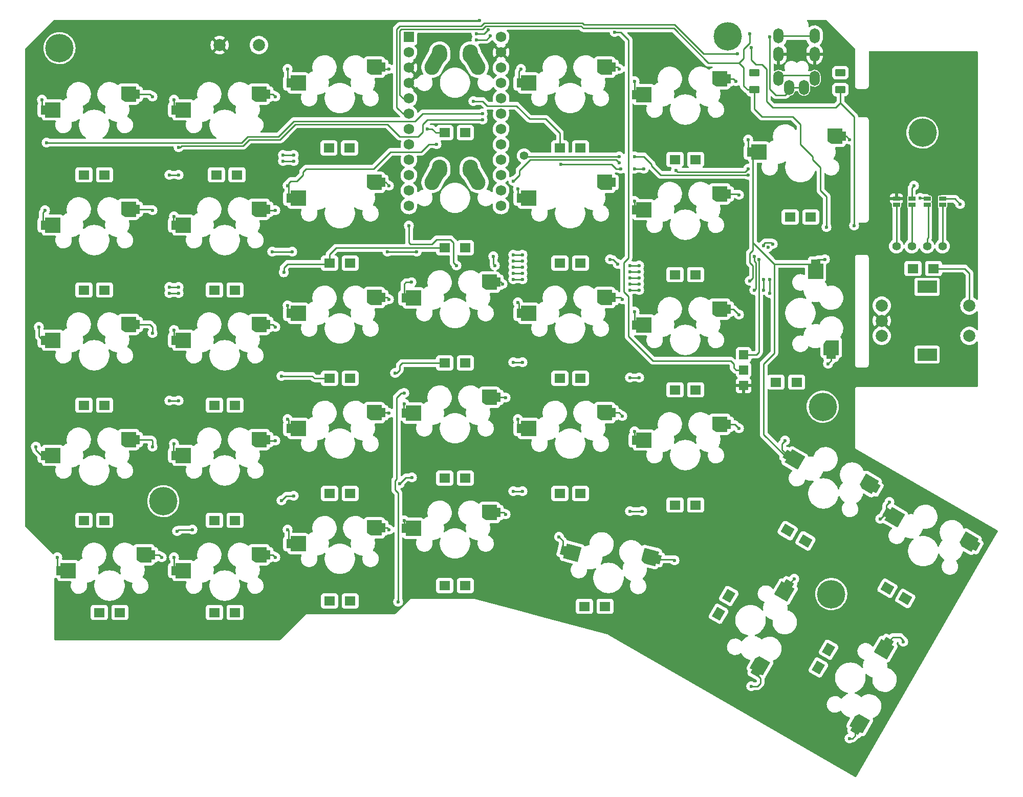
<source format=gbl>
G04 #@! TF.GenerationSoftware,KiCad,Pcbnew,(6.0.10)*
G04 #@! TF.CreationDate,2023-01-27T21:23:07+07:00*
G04 #@! TF.ProjectId,redox_rev1,7265646f-785f-4726-9576-312e6b696361,1.0*
G04 #@! TF.SameCoordinates,Original*
G04 #@! TF.FileFunction,Copper,L2,Bot*
G04 #@! TF.FilePolarity,Positive*
%FSLAX46Y46*%
G04 Gerber Fmt 4.6, Leading zero omitted, Abs format (unit mm)*
G04 Created by KiCad (PCBNEW (6.0.10)) date 2023-01-27 21:23:07*
%MOMM*%
%LPD*%
G01*
G04 APERTURE LIST*
G04 Aperture macros list*
%AMRoundRect*
0 Rectangle with rounded corners*
0 $1 Rounding radius*
0 $2 $3 $4 $5 $6 $7 $8 $9 X,Y pos of 4 corners*
0 Add a 4 corners polygon primitive as box body*
4,1,4,$2,$3,$4,$5,$6,$7,$8,$9,$2,$3,0*
0 Add four circle primitives for the rounded corners*
1,1,$1+$1,$2,$3*
1,1,$1+$1,$4,$5*
1,1,$1+$1,$6,$7*
1,1,$1+$1,$8,$9*
0 Add four rect primitives between the rounded corners*
20,1,$1+$1,$2,$3,$4,$5,0*
20,1,$1+$1,$4,$5,$6,$7,0*
20,1,$1+$1,$6,$7,$8,$9,0*
20,1,$1+$1,$8,$9,$2,$3,0*%
%AMHorizOval*
0 Thick line with rounded ends*
0 $1 width*
0 $2 $3 position (X,Y) of the first rounded end (center of the circle)*
0 $4 $5 position (X,Y) of the second rounded end (center of the circle)*
0 Add line between two ends*
20,1,$1,$2,$3,$4,$5,0*
0 Add two circle primitives to create the rounded ends*
1,1,$1,$2,$3*
1,1,$1,$4,$5*%
%AMRotRect*
0 Rectangle, with rotation*
0 The origin of the aperture is its center*
0 $1 length*
0 $2 width*
0 $3 Rotation angle, in degrees counterclockwise*
0 Add horizontal line*
21,1,$1,$2,0,0,$3*%
%AMFreePoly0*
4,1,24,2.113450,1.244429,2.127735,1.241603,2.727735,0.841603,2.730600,0.837325,2.735355,0.835355,2.740927,0.821903,2.749028,0.809806,2.748029,0.804757,2.750000,0.800000,2.750000,-1.200000,2.735355,-1.235355,2.700000,-1.250000,0.300000,-1.250000,0.264645,-1.235355,0.250000,-1.200000,0.250000,-0.750000,-0.350000,-0.750000,-0.350000,0.750000,0.250000,0.750000,0.250000,1.200000,
0.264645,1.235355,0.300000,1.250000,2.100000,1.250000,2.113450,1.244429,2.113450,1.244429,$1*%
%AMFreePoly1*
4,1,17,-0.364645,1.235355,-0.350000,1.200000,-0.350000,0.750000,0.350000,0.750000,0.350000,-0.750000,-0.350000,-0.750000,-0.350000,-1.200000,-0.364645,-1.235355,-0.400000,-1.250000,-2.800000,-1.250000,-2.835355,-1.235355,-2.850000,-1.200000,-2.850000,1.200000,-2.835355,1.235355,-2.800000,1.250000,-0.400000,1.250000,-0.364645,1.235355,-0.364645,1.235355,$1*%
G04 Aperture macros list end*
G04 #@! TA.AperFunction,ComponentPad*
%ADD10R,1.800000X1.500000*%
G04 #@! TD*
G04 #@! TA.AperFunction,ComponentPad*
%ADD11O,1.700000X2.500000*%
G04 #@! TD*
G04 #@! TA.AperFunction,ComponentPad*
%ADD12C,4.700000*%
G04 #@! TD*
G04 #@! TA.AperFunction,ComponentPad*
%ADD13RotRect,1.800000X1.500000X240.000000*%
G04 #@! TD*
G04 #@! TA.AperFunction,ComponentPad*
%ADD14R,1.752600X1.752600*%
G04 #@! TD*
G04 #@! TA.AperFunction,ComponentPad*
%ADD15C,1.752600*%
G04 #@! TD*
G04 #@! TA.AperFunction,ComponentPad*
%ADD16RotRect,1.800000X1.500000X330.000000*%
G04 #@! TD*
G04 #@! TA.AperFunction,ComponentPad*
%ADD17C,1.397000*%
G04 #@! TD*
G04 #@! TA.AperFunction,ComponentPad*
%ADD18C,2.000000*%
G04 #@! TD*
G04 #@! TA.AperFunction,SMDPad,CuDef*
%ADD19RoundRect,0.250000X-0.625000X0.375000X-0.625000X-0.375000X0.625000X-0.375000X0.625000X0.375000X0*%
G04 #@! TD*
G04 #@! TA.AperFunction,ComponentPad*
%ADD20RoundRect,0.250000X-0.625000X0.375000X-0.625000X-0.375000X0.625000X-0.375000X0.625000X0.375000X0*%
G04 #@! TD*
G04 #@! TA.AperFunction,ComponentPad*
%ADD21R,1.524000X1.524000*%
G04 #@! TD*
G04 #@! TA.AperFunction,ComponentPad*
%ADD22R,3.200000X2.000000*%
G04 #@! TD*
G04 #@! TA.AperFunction,SMDPad,CuDef*
%ADD23FreePoly0,180.000000*%
G04 #@! TD*
G04 #@! TA.AperFunction,SMDPad,CuDef*
%ADD24FreePoly1,180.000000*%
G04 #@! TD*
G04 #@! TA.AperFunction,SMDPad,CuDef*
%ADD25FreePoly0,60.000000*%
G04 #@! TD*
G04 #@! TA.AperFunction,SMDPad,CuDef*
%ADD26FreePoly1,60.000000*%
G04 #@! TD*
G04 #@! TA.AperFunction,SMDPad,CuDef*
%ADD27R,1.143000X0.635000*%
G04 #@! TD*
G04 #@! TA.AperFunction,ComponentPad*
%ADD28HorizOval,2.500000X0.019724X0.289328X-0.019724X-0.289328X0*%
G04 #@! TD*
G04 #@! TA.AperFunction,ComponentPad*
%ADD29HorizOval,2.500000X-0.405453X0.729954X0.405453X-0.729954X0*%
G04 #@! TD*
G04 #@! TA.AperFunction,ComponentPad*
%ADD30HorizOval,2.500000X-0.019724X0.289328X0.019724X-0.289328X0*%
G04 #@! TD*
G04 #@! TA.AperFunction,ComponentPad*
%ADD31HorizOval,2.500000X0.405453X0.729954X-0.405453X-0.729954X0*%
G04 #@! TD*
G04 #@! TA.AperFunction,SMDPad,CuDef*
%ADD32FreePoly0,150.000000*%
G04 #@! TD*
G04 #@! TA.AperFunction,SMDPad,CuDef*
%ADD33FreePoly1,150.000000*%
G04 #@! TD*
G04 #@! TA.AperFunction,SMDPad,CuDef*
%ADD34FreePoly0,90.000000*%
G04 #@! TD*
G04 #@! TA.AperFunction,SMDPad,CuDef*
%ADD35FreePoly1,90.000000*%
G04 #@! TD*
G04 #@! TA.AperFunction,SMDPad,CuDef*
%ADD36FreePoly0,165.000000*%
G04 #@! TD*
G04 #@! TA.AperFunction,SMDPad,CuDef*
%ADD37FreePoly1,165.000000*%
G04 #@! TD*
G04 #@! TA.AperFunction,ViaPad*
%ADD38C,0.600000*%
G04 #@! TD*
G04 #@! TA.AperFunction,Conductor*
%ADD39C,0.250000*%
G04 #@! TD*
G04 APERTURE END LIST*
D10*
X187530000Y-110490000D03*
X190930000Y-110490000D03*
X168480000Y-89535000D03*
X171880000Y-89535000D03*
X89740000Y-113030000D03*
X93140000Y-113030000D03*
D11*
X210620000Y-58965000D03*
X204670000Y-58965000D03*
X204670000Y-54965000D03*
X210620000Y-54965000D03*
X210620000Y-51965000D03*
X204670000Y-51965000D03*
X208870000Y-60465000D03*
X206420000Y-60465000D03*
D10*
X89740000Y-132080000D03*
X93140000Y-132080000D03*
X89740000Y-74930000D03*
X93140000Y-74930000D03*
X172544000Y-146304000D03*
X175944000Y-146304000D03*
X111330000Y-93980000D03*
X114730000Y-93980000D03*
D12*
X213385400Y-144272000D03*
X211963000Y-113284000D03*
D10*
X130280000Y-70485000D03*
X133680000Y-70485000D03*
X111330000Y-113030000D03*
X114730000Y-113030000D03*
X111330000Y-147320000D03*
X114730000Y-147320000D03*
X89740000Y-93980000D03*
X93140000Y-93980000D03*
X168480000Y-108585000D03*
X171880000Y-108585000D03*
X204245000Y-109220000D03*
X207645000Y-109220000D03*
X187530000Y-91440000D03*
X190930000Y-91440000D03*
X187530000Y-72390000D03*
X190930000Y-72390000D03*
X149430000Y-106045000D03*
X152830000Y-106045000D03*
X149430000Y-86995000D03*
X152830000Y-86995000D03*
X92280000Y-147320000D03*
X95680000Y-147320000D03*
D12*
X228473000Y-67945000D03*
D13*
X196430000Y-144577757D03*
X194730000Y-147522243D03*
D14*
X143510000Y-52120000D03*
D15*
X143510000Y-54660000D03*
X143510000Y-57200000D03*
X143510000Y-59740000D03*
X143510000Y-62280000D03*
X143510000Y-64820000D03*
X143510000Y-67360000D03*
X143510000Y-69900000D03*
X143510000Y-72440000D03*
X143510000Y-74980000D03*
X143510000Y-77520000D03*
X143510000Y-80060000D03*
X158750000Y-80060000D03*
X158750000Y-77520000D03*
X158750000Y-74980000D03*
X158750000Y-72440000D03*
X158750000Y-69900000D03*
X158750000Y-67360000D03*
X158750000Y-64820000D03*
X158750000Y-62280000D03*
X158750000Y-59740000D03*
X158750000Y-57200000D03*
X158750000Y-54660000D03*
X158750000Y-52120000D03*
D10*
X226900000Y-90424000D03*
X230300000Y-90424000D03*
X206580000Y-81915000D03*
X209980000Y-81915000D03*
X130380000Y-127635000D03*
X133780000Y-127635000D03*
D13*
X212940000Y-153467757D03*
X211240000Y-156412243D03*
D10*
X168480000Y-70485000D03*
X171880000Y-70485000D03*
D12*
X85699600Y-53975000D03*
D16*
X222682757Y-143295000D03*
X225627243Y-144995000D03*
D10*
X187530000Y-129540000D03*
X190930000Y-129540000D03*
D17*
X224155000Y-86741000D03*
X226695000Y-86741000D03*
X229235000Y-86741000D03*
X231775000Y-86741000D03*
D16*
X206172757Y-133770000D03*
X209117243Y-135470000D03*
D10*
X130380000Y-145415000D03*
X133780000Y-145415000D03*
X130380000Y-108585000D03*
X133780000Y-108585000D03*
X149430000Y-142890000D03*
X152830000Y-142890000D03*
X130380000Y-89535000D03*
X133780000Y-89535000D03*
X168480000Y-127635000D03*
X171880000Y-127635000D03*
D18*
X118693000Y-53467000D03*
X112193000Y-53467000D03*
D19*
X214884000Y-58036000D03*
D20*
X214884000Y-58036000D03*
D19*
X214884000Y-60836000D03*
D20*
X214884000Y-60836000D03*
D12*
X102870000Y-128905000D03*
D10*
X149430000Y-67945000D03*
X152830000Y-67945000D03*
D21*
X198882000Y-104688000D03*
X198882000Y-107188000D03*
X198882000Y-109788000D03*
D12*
X196215000Y-52044600D03*
D19*
X200660000Y-58036000D03*
D20*
X200660000Y-58036000D03*
X200660000Y-60836000D03*
D19*
X200660000Y-60836000D03*
D10*
X111662000Y-74930000D03*
X115062000Y-74930000D03*
D18*
X221735000Y-96560000D03*
X221735000Y-101560000D03*
X221735000Y-99060000D03*
D22*
X229235000Y-93460000D03*
X229235000Y-104660000D03*
D18*
X236235000Y-101560000D03*
X236235000Y-96560000D03*
D17*
X162560000Y-71755000D03*
D10*
X111330000Y-132080000D03*
X114730000Y-132080000D03*
X149430000Y-125095000D03*
X152830000Y-125095000D03*
D23*
X98640000Y-80625000D03*
D24*
X82940000Y-83225000D03*
D23*
X120230000Y-118725000D03*
D24*
X104530000Y-121325000D03*
D23*
X158330000Y-92690000D03*
D24*
X142630000Y-95290000D03*
D23*
X120230000Y-80625000D03*
D24*
X104530000Y-83225000D03*
D23*
X177380000Y-57130000D03*
D24*
X161680000Y-59730000D03*
D23*
X120230000Y-61575000D03*
D24*
X104530000Y-64175000D03*
D25*
X200841730Y-157375383D03*
D26*
X206440064Y-142478784D03*
D23*
X120230000Y-137775000D03*
D24*
X104530000Y-140375000D03*
D23*
X158330000Y-111740000D03*
D24*
X142630000Y-114340000D03*
D23*
X158330000Y-130790000D03*
D24*
X142630000Y-133390000D03*
D27*
X226695000Y-78874620D03*
X226695000Y-79875380D03*
D23*
X196430000Y-78085000D03*
D24*
X180730000Y-80685000D03*
D28*
X153650000Y-73950000D03*
D29*
X154535000Y-75470000D03*
D30*
X148610000Y-73950000D03*
D31*
X147725000Y-75470000D03*
D23*
X98640000Y-118725000D03*
D24*
X82940000Y-121325000D03*
D23*
X139280000Y-76180000D03*
D24*
X123580000Y-78780000D03*
D23*
X196430000Y-59035000D03*
D24*
X180730000Y-61635000D03*
D23*
X196430000Y-116185000D03*
D24*
X180730000Y-118785000D03*
D32*
X237385383Y-136343270D03*
D33*
X222488784Y-130744936D03*
D32*
X220875383Y-126818270D03*
D33*
X205978784Y-121219936D03*
D23*
X177380000Y-95230000D03*
D24*
X161680000Y-97830000D03*
D23*
X98640000Y-61575000D03*
D24*
X82940000Y-64175000D03*
D23*
X139280000Y-57130000D03*
D24*
X123580000Y-59730000D03*
D27*
X229235000Y-78874620D03*
X229235000Y-79875380D03*
D28*
X153650000Y-54900000D03*
D29*
X154535000Y-56420000D03*
D30*
X148610000Y-54900000D03*
D31*
X147725000Y-56420000D03*
D23*
X196430000Y-97135000D03*
D24*
X180730000Y-99735000D03*
D23*
X177380000Y-76180000D03*
D24*
X161680000Y-78780000D03*
D23*
X177380000Y-114280000D03*
D24*
X161680000Y-116880000D03*
D23*
X120230000Y-99675000D03*
D24*
X104530000Y-102275000D03*
D23*
X139280000Y-114280000D03*
D24*
X123580000Y-116880000D03*
D34*
X213380000Y-104990000D03*
D35*
X210780000Y-89290000D03*
D23*
X215480000Y-68560000D03*
D24*
X199780000Y-71160000D03*
D23*
X139280000Y-133330000D03*
D24*
X123580000Y-135930000D03*
D23*
X101180000Y-137775000D03*
D24*
X85480000Y-140375000D03*
D23*
X98640000Y-99675000D03*
D24*
X82940000Y-102275000D03*
D27*
X224155000Y-78874620D03*
X224155000Y-79875380D03*
D36*
X184804643Y-138542275D03*
D37*
X168966678Y-136990224D03*
D27*
X231775000Y-78874620D03*
X231775000Y-79875380D03*
D25*
X217351730Y-166900383D03*
D26*
X222950064Y-152003784D03*
D23*
X139280000Y-95230000D03*
D24*
X123580000Y-97830000D03*
D38*
X120904000Y-87630000D03*
X160782000Y-92202000D03*
X162306000Y-92202000D03*
X203200000Y-92202000D03*
X83312000Y-80772000D03*
X181610000Y-93980000D03*
X82296000Y-100076000D03*
X83566000Y-69596000D03*
X105410000Y-93472000D03*
X85344000Y-138176000D03*
X155702000Y-64770000D03*
X103886000Y-93472000D03*
X180086000Y-93980000D03*
X82804000Y-62484000D03*
X144780000Y-87630000D03*
X81788000Y-119888000D03*
X124206000Y-87630000D03*
X203200000Y-94488000D03*
X139954000Y-87630000D03*
X141732000Y-145542000D03*
X142748000Y-110998000D03*
X107696000Y-133604000D03*
X105156000Y-133858000D03*
X124460000Y-128016000D03*
X122428000Y-128778000D03*
X180086000Y-130556000D03*
X141986000Y-125984000D03*
X162306000Y-127254000D03*
X160782000Y-127254000D03*
X182118000Y-130556000D03*
X144018000Y-124968000D03*
X180086000Y-108458000D03*
X141224000Y-107696000D03*
X122428000Y-108204000D03*
X162306000Y-105918000D03*
X105410000Y-112268000D03*
X160782000Y-105918000D03*
X181610000Y-108458000D03*
X103886000Y-112268000D03*
X124460000Y-72644000D03*
X180086000Y-90932000D03*
X122682000Y-72644000D03*
X181610000Y-90932000D03*
X105410000Y-94488000D03*
X162306000Y-89154000D03*
X122809000Y-91059000D03*
X103886000Y-94488000D03*
X160782000Y-89154000D03*
X124460000Y-71628000D03*
X105410000Y-74930000D03*
X178562000Y-73914000D03*
X146558000Y-67310000D03*
X103886000Y-74930000D03*
X187706000Y-74168000D03*
X182372000Y-73914000D03*
X199644000Y-73914000D03*
X180848000Y-73914000D03*
X122682000Y-71628000D03*
X168656000Y-73152000D03*
X154178000Y-62738000D03*
X178054000Y-89662000D03*
X225298000Y-152146000D03*
X199644000Y-69088000D03*
X223012000Y-129032000D03*
X199898000Y-92456000D03*
X205740000Y-118872000D03*
X162306000Y-88138000D03*
X180086000Y-89916000D03*
X160782000Y-88138000D03*
X181610000Y-89916000D03*
X176784000Y-88900000D03*
X212344000Y-88900000D03*
X221488000Y-131826000D03*
X180848000Y-117348000D03*
X180848000Y-79248000D03*
X180848000Y-59436000D03*
X180848000Y-97536000D03*
X178308000Y-72898000D03*
X160782000Y-75946000D03*
X207264000Y-141732000D03*
X161544000Y-115316000D03*
X162052000Y-57404000D03*
X161544000Y-77216000D03*
X161544000Y-96012000D03*
X168343281Y-134815281D03*
X142748000Y-112776000D03*
X142748000Y-132080000D03*
X143930000Y-92690000D03*
X123444000Y-76708000D03*
X123444000Y-96520000D03*
X123444000Y-115316000D03*
X123444000Y-57404000D03*
X123444000Y-133604000D03*
X148082000Y-69850000D03*
X105410000Y-70358000D03*
X104648000Y-62484000D03*
X104648000Y-100584000D03*
X155702000Y-65786000D03*
X104648000Y-138176000D03*
X104648000Y-119380000D03*
X104648000Y-81788000D03*
X101092000Y-61976000D03*
X177546000Y-51308000D03*
X154686000Y-51562000D03*
X156591000Y-50927000D03*
X201422000Y-88900000D03*
X202946000Y-86868000D03*
X227076000Y-76708000D03*
X234696000Y-79756000D03*
X199898000Y-51562000D03*
X212598000Y-83566000D03*
X217170000Y-83312000D03*
X228092000Y-78740000D03*
X197866000Y-54864000D03*
X200152000Y-53848000D03*
X121412000Y-61976000D03*
X127762000Y-84582000D03*
X174117000Y-83820000D03*
X163957000Y-123063000D03*
X108585000Y-96012000D03*
X119380000Y-72009000D03*
X165227000Y-53721000D03*
X207772000Y-77724000D03*
X95885000Y-71120000D03*
X185420000Y-131953000D03*
X102743000Y-107442000D03*
X139192000Y-53594000D03*
X162814000Y-136398000D03*
X171958000Y-103759000D03*
X183007000Y-53594000D03*
X88265000Y-146685000D03*
X96647000Y-108966000D03*
X164338000Y-68072000D03*
X233426000Y-81153000D03*
X110236000Y-107950000D03*
X182499000Y-110617000D03*
X151003000Y-53594000D03*
X195326000Y-137541000D03*
X145161000Y-138938000D03*
X226060000Y-107188000D03*
X99060000Y-132715000D03*
X185039000Y-86360000D03*
X214122000Y-76327000D03*
X216535000Y-148717000D03*
X155194000Y-49403000D03*
X125857000Y-141478000D03*
X186055000Y-68326000D03*
X192786000Y-124841000D03*
X110998000Y-89408000D03*
X221234000Y-137160000D03*
X191770000Y-107188000D03*
X175006000Y-66548000D03*
X127381000Y-104140000D03*
X154305000Y-101346000D03*
X151384000Y-82804000D03*
X136779000Y-124079000D03*
X95377000Y-89662000D03*
X138557000Y-130556000D03*
X116840000Y-127508000D03*
X140208000Y-57404000D03*
X178308000Y-57404000D03*
X197612000Y-59436000D03*
X216408000Y-69088000D03*
X101092000Y-80772000D03*
X121412000Y-80772000D03*
X140208000Y-76708000D03*
X198120000Y-78232000D03*
X212852000Y-106172000D03*
X101092000Y-101092000D03*
X121412000Y-100076000D03*
X140208000Y-95504000D03*
X159004000Y-92964000D03*
X178816000Y-95504000D03*
X198120000Y-98044000D03*
X220875383Y-126818270D03*
X101092000Y-119888000D03*
X121412000Y-118872000D03*
X140208000Y-114300000D03*
X159512000Y-111760000D03*
X178816000Y-114808000D03*
X198120000Y-116840000D03*
X237385383Y-136343270D03*
X102616000Y-138176000D03*
X121412000Y-138176000D03*
X140208000Y-133604000D03*
X159512000Y-131064000D03*
X187452000Y-138684000D03*
X200152000Y-159512000D03*
X216408000Y-168148000D03*
X203200000Y-52070000D03*
X154686000Y-52578000D03*
X156972000Y-51943000D03*
X199644000Y-74930000D03*
X178308000Y-71882000D03*
X180848000Y-71882000D03*
X202184000Y-93980000D03*
X143510000Y-83312000D03*
X162306000Y-91186000D03*
X202184000Y-92202000D03*
X151384000Y-89916000D03*
X181610000Y-92964000D03*
X180086000Y-92964000D03*
X160782000Y-91186000D03*
X177380000Y-76180000D03*
X202184000Y-86614000D03*
X160782000Y-90170000D03*
X200660000Y-93980000D03*
X200660000Y-88392000D03*
X157734000Y-89916000D03*
X180086000Y-91948000D03*
X203708000Y-86360000D03*
X181610000Y-91948000D03*
X162306000Y-90170000D03*
X157480000Y-88392000D03*
D39*
X124206000Y-66294000D02*
X121920000Y-68580000D01*
X203200000Y-92202000D02*
X203200000Y-94488000D01*
X82804000Y-62484000D02*
X82804000Y-64039000D01*
X115824000Y-69596000D02*
X85090000Y-69596000D01*
X124460000Y-66040000D02*
X124206000Y-66294000D01*
X82940000Y-83225000D02*
X82940000Y-81144000D01*
X155702000Y-64770000D02*
X147066000Y-64770000D01*
X116840000Y-68580000D02*
X115824000Y-69596000D01*
X121920000Y-68580000D02*
X117856000Y-68580000D01*
X82940000Y-102275000D02*
X82296000Y-101631000D01*
X145034000Y-65532000D02*
X144526000Y-66040000D01*
X145796000Y-64770000D02*
X145034000Y-65532000D01*
X162306000Y-92202000D02*
X160782000Y-92202000D01*
X82717000Y-121325000D02*
X81788000Y-120396000D01*
X105410000Y-93472000D02*
X103886000Y-93472000D01*
X85090000Y-69596000D02*
X83566000Y-69596000D01*
X147066000Y-64770000D02*
X145796000Y-64770000D01*
X124206000Y-87630000D02*
X120904000Y-87630000D01*
X85344000Y-140239000D02*
X85344000Y-138176000D01*
X82940000Y-121325000D02*
X82717000Y-121325000D01*
X82940000Y-81144000D02*
X83312000Y-80772000D01*
X82296000Y-101631000D02*
X82296000Y-100076000D01*
X81788000Y-120396000D02*
X81788000Y-119888000D01*
X85480000Y-140375000D02*
X85344000Y-140239000D01*
X142748000Y-66040000D02*
X124460000Y-66040000D01*
X181610000Y-93980000D02*
X180086000Y-93980000D01*
X82804000Y-64039000D02*
X82940000Y-64175000D01*
X144526000Y-66040000D02*
X142748000Y-66040000D01*
X117856000Y-68580000D02*
X116840000Y-68580000D01*
X144780000Y-87630000D02*
X139954000Y-87630000D01*
X142240000Y-110998000D02*
X141478000Y-111760000D01*
X142748000Y-110998000D02*
X142240000Y-110998000D01*
X141351000Y-125349000D02*
X141224000Y-125476000D01*
X141224000Y-127000000D02*
X141732000Y-127508000D01*
X141732000Y-127508000D02*
X141732000Y-145542000D01*
X141224000Y-125476000D02*
X141224000Y-127000000D01*
X141478000Y-111760000D02*
X141478000Y-125222000D01*
X141478000Y-125222000D02*
X141351000Y-125349000D01*
X143256000Y-124968000D02*
X144018000Y-124968000D01*
X105410000Y-133604000D02*
X107696000Y-133604000D01*
X143002000Y-124968000D02*
X143256000Y-124968000D01*
X141986000Y-125984000D02*
X143002000Y-124968000D01*
X122428000Y-128778000D02*
X123190000Y-128016000D01*
X160782000Y-127254000D02*
X162306000Y-127254000D01*
X123952000Y-128016000D02*
X124460000Y-128016000D01*
X180086000Y-130556000D02*
X182118000Y-130556000D01*
X123190000Y-128016000D02*
X123952000Y-128016000D01*
X105156000Y-133858000D02*
X105410000Y-133604000D01*
X122428000Y-108204000D02*
X127508000Y-108204000D01*
X141986000Y-107188000D02*
X141478000Y-107696000D01*
X142367000Y-106045000D02*
X141986000Y-106426000D01*
X180086000Y-108458000D02*
X181610000Y-108458000D01*
X127889000Y-108585000D02*
X130380000Y-108585000D01*
X127508000Y-108204000D02*
X127889000Y-108585000D01*
X141478000Y-107696000D02*
X141224000Y-107696000D01*
X149430000Y-106045000D02*
X142367000Y-106045000D01*
X160782000Y-105918000D02*
X162306000Y-105918000D01*
X103886000Y-112268000D02*
X105410000Y-112268000D01*
X141986000Y-106426000D02*
X141986000Y-107188000D01*
X130380000Y-88060000D02*
X131445000Y-86995000D01*
X130253000Y-89662000D02*
X123444000Y-89662000D01*
X130380000Y-89535000D02*
X130380000Y-88060000D01*
X160782000Y-89154000D02*
X162306000Y-89154000D01*
X123444000Y-89662000D02*
X122809000Y-90297000D01*
X180086000Y-90932000D02*
X181610000Y-90932000D01*
X130380000Y-89535000D02*
X130253000Y-89662000D01*
X131445000Y-86995000D02*
X149430000Y-86995000D01*
X124460000Y-72644000D02*
X122682000Y-72644000D01*
X103886000Y-94488000D02*
X105410000Y-94488000D01*
X122809000Y-90297000D02*
X122809000Y-91059000D01*
X180848000Y-73914000D02*
X182372000Y-73914000D01*
X156464000Y-63500000D02*
X161290000Y-63500000D01*
X163449000Y-65659000D02*
X166116000Y-65659000D01*
X155702000Y-62738000D02*
X156464000Y-63500000D01*
X177800000Y-73914000D02*
X178562000Y-73914000D01*
X146558000Y-67310000D02*
X147320000Y-67310000D01*
X147320000Y-67310000D02*
X147955000Y-67945000D01*
X199136000Y-74422000D02*
X199644000Y-73914000D01*
X187960000Y-74422000D02*
X198882000Y-74422000D01*
X166116000Y-65659000D02*
X168480000Y-68023000D01*
X168480000Y-68023000D02*
X168480000Y-70485000D01*
X103886000Y-74930000D02*
X105410000Y-74930000D01*
X187706000Y-74168000D02*
X187960000Y-74422000D01*
X122682000Y-71628000D02*
X124460000Y-71628000D01*
X154178000Y-62738000D02*
X155702000Y-62738000D01*
X168656000Y-73152000D02*
X177038000Y-73152000D01*
X198882000Y-74422000D02*
X199136000Y-74422000D01*
X147955000Y-67945000D02*
X149430000Y-67945000D01*
X177038000Y-73152000D02*
X177546000Y-73660000D01*
X161290000Y-63500000D02*
X163449000Y-65659000D01*
X177546000Y-73660000D02*
X177800000Y-73914000D01*
X210408000Y-89662000D02*
X210780000Y-89290000D01*
X222488784Y-130744936D02*
X222488784Y-130825216D01*
X203708000Y-89408000D02*
X203962000Y-89662000D01*
X203962000Y-89662000D02*
X203962000Y-104394000D01*
X200406000Y-87376000D02*
X200406000Y-86106000D01*
X200406000Y-89916000D02*
X199898000Y-89408000D01*
X160782000Y-88138000D02*
X162306000Y-88138000D01*
X205547936Y-121219936D02*
X205978784Y-121219936D01*
X223569848Y-151384000D02*
X222950064Y-152003784D01*
X205978784Y-121142784D02*
X205978784Y-121219936D01*
X222488784Y-130825216D02*
X221488000Y-131826000D01*
X199898000Y-89408000D02*
X199898000Y-87884000D01*
X222488784Y-130744936D02*
X222488784Y-129555216D01*
X225298000Y-152146000D02*
X225298000Y-151892000D01*
X177292000Y-88900000D02*
X177800000Y-89408000D01*
X200406000Y-86106000D02*
X203454000Y-89154000D01*
X203454000Y-89154000D02*
X203708000Y-89408000D01*
X225298000Y-151892000D02*
X224790000Y-151384000D01*
X224790000Y-151384000D02*
X223569848Y-151384000D01*
X205232000Y-119380000D02*
X205232000Y-120396000D01*
X177800000Y-89408000D02*
X178054000Y-89662000D01*
X222488784Y-129555216D02*
X223012000Y-129032000D01*
X199898000Y-92456000D02*
X200406000Y-91948000D01*
X211170000Y-88900000D02*
X210780000Y-89290000D01*
X200406000Y-71786000D02*
X200406000Y-86106000D01*
X203962000Y-104394000D02*
X202184000Y-106172000D01*
X205232000Y-120396000D02*
X205978784Y-121142784D01*
X203962000Y-89662000D02*
X210408000Y-89662000D01*
X202184000Y-106172000D02*
X202184000Y-117856000D01*
X205740000Y-118872000D02*
X205232000Y-119380000D01*
X200406000Y-91948000D02*
X200406000Y-89916000D01*
X199644000Y-69088000D02*
X199644000Y-71024000D01*
X212344000Y-88900000D02*
X211170000Y-88900000D01*
X199898000Y-87884000D02*
X200406000Y-87376000D01*
X199780000Y-71160000D02*
X200406000Y-71786000D01*
X180086000Y-89916000D02*
X181610000Y-89916000D01*
X202184000Y-117856000D02*
X205547936Y-121219936D01*
X199644000Y-71024000D02*
X199780000Y-71160000D01*
X176784000Y-88900000D02*
X177292000Y-88900000D01*
X160782000Y-75946000D02*
X161798000Y-74930000D01*
X180848000Y-79248000D02*
X180848000Y-80567000D01*
X180848000Y-59436000D02*
X180848000Y-61517000D01*
X180848000Y-99617000D02*
X180730000Y-99735000D01*
X166116000Y-72390000D02*
X177800000Y-72390000D01*
X178054000Y-72644000D02*
X178308000Y-72898000D01*
X180848000Y-80567000D02*
X180730000Y-80685000D01*
X207264000Y-141732000D02*
X206517216Y-142478784D01*
X206517216Y-142478784D02*
X206440064Y-142478784D01*
X163576000Y-72390000D02*
X166116000Y-72390000D01*
X161798000Y-74168000D02*
X163068000Y-72898000D01*
X180848000Y-61517000D02*
X180730000Y-61635000D01*
X180848000Y-117348000D02*
X180848000Y-118667000D01*
X177800000Y-72390000D02*
X178054000Y-72644000D01*
X161798000Y-74676000D02*
X161798000Y-74168000D01*
X180848000Y-118667000D02*
X180730000Y-118785000D01*
X180848000Y-97536000D02*
X180848000Y-99617000D01*
X163068000Y-72898000D02*
X163576000Y-72390000D01*
X161798000Y-74930000D02*
X161798000Y-74676000D01*
X161680000Y-57776000D02*
X161680000Y-59730000D01*
X162052000Y-57404000D02*
X161680000Y-57776000D01*
X161680000Y-96148000D02*
X161544000Y-96012000D01*
X161544000Y-77216000D02*
X161544000Y-78644000D01*
X161544000Y-78644000D02*
X161680000Y-78780000D01*
X161680000Y-97830000D02*
X161680000Y-96148000D01*
X161544000Y-116744000D02*
X161680000Y-116880000D01*
X168966678Y-136990224D02*
X168966678Y-135438678D01*
X168966678Y-135438678D02*
X168343281Y-134815281D01*
X161544000Y-115316000D02*
X161544000Y-116744000D01*
X142630000Y-95290000D02*
X142748000Y-95172000D01*
X142748000Y-133272000D02*
X142630000Y-133390000D01*
X142748000Y-132080000D02*
X142748000Y-133272000D01*
X142630000Y-114340000D02*
X142630000Y-112894000D01*
X142748000Y-92964000D02*
X143022000Y-92690000D01*
X143022000Y-92690000D02*
X143930000Y-92690000D01*
X142748000Y-95172000D02*
X142748000Y-92964000D01*
X142630000Y-112894000D02*
X142748000Y-112776000D01*
X125984000Y-74422000D02*
X125984000Y-74930000D01*
X125984000Y-74930000D02*
X124968000Y-75946000D01*
X123580000Y-115452000D02*
X123444000Y-115316000D01*
X140462000Y-71120000D02*
X137668000Y-73914000D01*
X123444000Y-97694000D02*
X123580000Y-97830000D01*
X123952000Y-75946000D02*
X123580000Y-76318000D01*
X123580000Y-76844000D02*
X123444000Y-76708000D01*
X123580000Y-135930000D02*
X123580000Y-133740000D01*
X123444000Y-57404000D02*
X123444000Y-59594000D01*
X123580000Y-78780000D02*
X123580000Y-77080000D01*
X137668000Y-73914000D02*
X126492000Y-73914000D01*
X148082000Y-69850000D02*
X146812000Y-69850000D01*
X126492000Y-73914000D02*
X125984000Y-74422000D01*
X123580000Y-116880000D02*
X123580000Y-115452000D01*
X123444000Y-59594000D02*
X123580000Y-59730000D01*
X123444000Y-96520000D02*
X123444000Y-97694000D01*
X123580000Y-133740000D02*
X123444000Y-133604000D01*
X123580000Y-77080000D02*
X123580000Y-76844000D01*
X124968000Y-75946000D02*
X123952000Y-75946000D01*
X123580000Y-76318000D02*
X123580000Y-77080000D01*
X146812000Y-69850000D02*
X145542000Y-71120000D01*
X145542000Y-71120000D02*
X140462000Y-71120000D01*
X117094000Y-69088000D02*
X116586000Y-69596000D01*
X139954000Y-66548000D02*
X139192000Y-66548000D01*
X104648000Y-64057000D02*
X104530000Y-64175000D01*
X104530000Y-83225000D02*
X104530000Y-81906000D01*
X104648000Y-100584000D02*
X104648000Y-102157000D01*
X146050000Y-66294000D02*
X145796000Y-66548000D01*
X104530000Y-119498000D02*
X104648000Y-119380000D01*
X155702000Y-65786000D02*
X146558000Y-65786000D01*
X141224000Y-67818000D02*
X139954000Y-66548000D01*
X105664000Y-70358000D02*
X105410000Y-70358000D01*
X116586000Y-69596000D02*
X116078000Y-70104000D01*
X142494000Y-68580000D02*
X141986000Y-68580000D01*
X139192000Y-66548000D02*
X124714000Y-66548000D01*
X104648000Y-102157000D02*
X104530000Y-102275000D01*
X116078000Y-70104000D02*
X113792000Y-70104000D01*
X145034000Y-68580000D02*
X142494000Y-68580000D01*
X104648000Y-62484000D02*
X104648000Y-64057000D01*
X146558000Y-65786000D02*
X146050000Y-66294000D01*
X104648000Y-140257000D02*
X104530000Y-140375000D01*
X145796000Y-67564000D02*
X145796000Y-67818000D01*
X122174000Y-69088000D02*
X117348000Y-69088000D01*
X141986000Y-68580000D02*
X141224000Y-67818000D01*
X145288000Y-68326000D02*
X145034000Y-68580000D01*
X104530000Y-81906000D02*
X104648000Y-81788000D01*
X145796000Y-66548000D02*
X145796000Y-67564000D01*
X105918000Y-70104000D02*
X105664000Y-70358000D01*
X124714000Y-66548000D02*
X124206000Y-67056000D01*
X104530000Y-121325000D02*
X104530000Y-119498000D01*
X124206000Y-67056000D02*
X122174000Y-69088000D01*
X104648000Y-138176000D02*
X104648000Y-140257000D01*
X145796000Y-67818000D02*
X145288000Y-68326000D01*
X117348000Y-69088000D02*
X117094000Y-69088000D01*
X113792000Y-70104000D02*
X105918000Y-70104000D01*
X100691000Y-61575000D02*
X101092000Y-61976000D01*
X98640000Y-61575000D02*
X100691000Y-61575000D01*
X179070000Y-94234000D02*
X179832000Y-94996000D01*
X197231000Y-106172000D02*
X197231000Y-106807000D01*
X155956000Y-51562000D02*
X154686000Y-51562000D01*
X178562000Y-51308000D02*
X179832000Y-52578000D01*
X197612000Y-107188000D02*
X198882000Y-107188000D01*
X156591000Y-50927000D02*
X155956000Y-51562000D01*
X197231000Y-106807000D02*
X197612000Y-107188000D01*
X177546000Y-51308000D02*
X178562000Y-51308000D01*
X179832000Y-88646000D02*
X179070000Y-89408000D01*
X196723000Y-105664000D02*
X197231000Y-106172000D01*
X179832000Y-94996000D02*
X179832000Y-101600000D01*
X183896000Y-105664000D02*
X196723000Y-105664000D01*
X179070000Y-89408000D02*
X179070000Y-94234000D01*
X179832000Y-52578000D02*
X179832000Y-88646000D01*
X179832000Y-101600000D02*
X183896000Y-105664000D01*
X201422000Y-88900000D02*
X201422000Y-104267000D01*
X205486000Y-58420000D02*
X210075000Y-58420000D01*
X201001000Y-104688000D02*
X198882000Y-104688000D01*
X204941000Y-58965000D02*
X205486000Y-58420000D01*
X226695000Y-77089000D02*
X227076000Y-76708000D01*
X210075000Y-58420000D02*
X210620000Y-58965000D01*
X226695000Y-78874620D02*
X226695000Y-77089000D01*
X201422000Y-104267000D02*
X201001000Y-104688000D01*
X204670000Y-58965000D02*
X204941000Y-58965000D01*
X198120000Y-56388000D02*
X198882000Y-55626000D01*
X200660000Y-60836000D02*
X199520000Y-60836000D01*
X141986000Y-61722000D02*
X141986000Y-51054000D01*
X233814620Y-78874620D02*
X231775000Y-78874620D01*
X198882000Y-54102000D02*
X199898000Y-53086000D01*
X142240000Y-50800000D02*
X155702000Y-50800000D01*
X198882000Y-60198000D02*
X198882000Y-57150000D01*
X208280000Y-66548000D02*
X208280000Y-69850000D01*
X212598000Y-78486000D02*
X212598000Y-83566000D01*
X172339000Y-50673000D02*
X187325000Y-50673000D01*
X193040000Y-56388000D02*
X198120000Y-56388000D01*
X211582000Y-77470000D02*
X212598000Y-78486000D01*
X143510000Y-62280000D02*
X142544000Y-62280000D01*
X187325000Y-50673000D02*
X193040000Y-56388000D01*
X211582000Y-73660000D02*
X211582000Y-77470000D01*
X142544000Y-62280000D02*
X141986000Y-61722000D01*
X171958000Y-50292000D02*
X172339000Y-50673000D01*
X200660000Y-60836000D02*
X200660000Y-64008000D01*
X155702000Y-50800000D02*
X156210000Y-50292000D01*
X201930000Y-65278000D02*
X207010000Y-65278000D01*
X199898000Y-53086000D02*
X199898000Y-51562000D01*
X200660000Y-64008000D02*
X201930000Y-65278000D01*
X156210000Y-50292000D02*
X171958000Y-50292000D01*
X198120000Y-56388000D02*
X198882000Y-57150000D01*
X210312000Y-71882000D02*
X210312000Y-72390000D01*
X207010000Y-65278000D02*
X208280000Y-66548000D01*
X210312000Y-72390000D02*
X211582000Y-73660000D01*
X208280000Y-69850000D02*
X210312000Y-71882000D01*
X234696000Y-79756000D02*
X233814620Y-78874620D01*
X199520000Y-60836000D02*
X198882000Y-60198000D01*
X141986000Y-51054000D02*
X142240000Y-50800000D01*
X198882000Y-55626000D02*
X198882000Y-54102000D01*
X155956000Y-49784000D02*
X159004000Y-49784000D01*
X172466000Y-50038000D02*
X175006000Y-50038000D01*
X141478000Y-60960000D02*
X141478000Y-50800000D01*
X159004000Y-49784000D02*
X172212000Y-49784000D01*
X189738000Y-52324000D02*
X192278000Y-54864000D01*
X187452000Y-50038000D02*
X189738000Y-52324000D01*
X214884000Y-62992000D02*
X214884000Y-60836000D01*
X155448000Y-50292000D02*
X155956000Y-49784000D01*
X141986000Y-50292000D02*
X155448000Y-50292000D01*
X175006000Y-50038000D02*
X187452000Y-50038000D01*
X141478000Y-63754000D02*
X141478000Y-60960000D01*
X142544000Y-64820000D02*
X141732000Y-64008000D01*
X200914000Y-56642000D02*
X201930000Y-56642000D01*
X203708000Y-63754000D02*
X214122000Y-63754000D01*
X217170000Y-65278000D02*
X217170000Y-74676000D01*
X200152000Y-55880000D02*
X200914000Y-56642000D01*
X200152000Y-53848000D02*
X200152000Y-55880000D01*
X201930000Y-56642000D02*
X202692000Y-57404000D01*
X202692000Y-62738000D02*
X203708000Y-63754000D01*
X192278000Y-54864000D02*
X197866000Y-54864000D01*
X172212000Y-49784000D02*
X172466000Y-50038000D01*
X214122000Y-63754000D02*
X214884000Y-62992000D01*
X214884000Y-62992000D02*
X217170000Y-65278000D01*
X141732000Y-64008000D02*
X141478000Y-63754000D01*
X202692000Y-57404000D02*
X202692000Y-62738000D01*
X228092000Y-78740000D02*
X229100380Y-78740000D01*
X143510000Y-64820000D02*
X142544000Y-64820000D01*
X141478000Y-50800000D02*
X141986000Y-50292000D01*
X229100380Y-78740000D02*
X229235000Y-78874620D01*
X217170000Y-74676000D02*
X217170000Y-83312000D01*
X121011000Y-61575000D02*
X120230000Y-61575000D01*
X121412000Y-61976000D02*
X121011000Y-61575000D01*
X155194000Y-49403000D02*
X154686000Y-49403000D01*
X204670000Y-54965000D02*
X210620000Y-54965000D01*
X140208000Y-57404000D02*
X139554000Y-57404000D01*
X139554000Y-57404000D02*
X139280000Y-57130000D01*
X178308000Y-57404000D02*
X178034000Y-57130000D01*
X178034000Y-57130000D02*
X177380000Y-57130000D01*
X196430000Y-59035000D02*
X197211000Y-59035000D01*
X197211000Y-59035000D02*
X197612000Y-59436000D01*
X216408000Y-69088000D02*
X215880000Y-68560000D01*
X215880000Y-68560000D02*
X215480000Y-68560000D01*
X100945000Y-80625000D02*
X101092000Y-80772000D01*
X98640000Y-80625000D02*
X100945000Y-80625000D01*
X120377000Y-80772000D02*
X120230000Y-80625000D01*
X121412000Y-80772000D02*
X120377000Y-80772000D01*
X139280000Y-76180000D02*
X139680000Y-76180000D01*
X139680000Y-76180000D02*
X140208000Y-76708000D01*
X197973000Y-78085000D02*
X198120000Y-78232000D01*
X196430000Y-78085000D02*
X197973000Y-78085000D01*
X213380000Y-105644000D02*
X213380000Y-104990000D01*
X212852000Y-106172000D02*
X213380000Y-105644000D01*
X100691000Y-99675000D02*
X101092000Y-100076000D01*
X101092000Y-100076000D02*
X101092000Y-101092000D01*
X98640000Y-99675000D02*
X100691000Y-99675000D01*
X121011000Y-99675000D02*
X120230000Y-99675000D01*
X121412000Y-100076000D02*
X121011000Y-99675000D01*
X140208000Y-95504000D02*
X139934000Y-95230000D01*
X139934000Y-95230000D02*
X139280000Y-95230000D01*
X159004000Y-92964000D02*
X158730000Y-92690000D01*
X158730000Y-92690000D02*
X158330000Y-92690000D01*
X177380000Y-95230000D02*
X178542000Y-95230000D01*
X178542000Y-95230000D02*
X178816000Y-95504000D01*
X196430000Y-97135000D02*
X197211000Y-97135000D01*
X197211000Y-97135000D02*
X198120000Y-98044000D01*
X98640000Y-118725000D02*
X100945000Y-118725000D01*
X100945000Y-118725000D02*
X101092000Y-118872000D01*
X101092000Y-118872000D02*
X101092000Y-119888000D01*
X121412000Y-118872000D02*
X120377000Y-118872000D01*
X120377000Y-118872000D02*
X120230000Y-118725000D01*
X140188000Y-114280000D02*
X139280000Y-114280000D01*
X140208000Y-114300000D02*
X140188000Y-114280000D01*
X158330000Y-111740000D02*
X159492000Y-111740000D01*
X159492000Y-111740000D02*
X159512000Y-111760000D01*
X177380000Y-114280000D02*
X178288000Y-114280000D01*
X178288000Y-114280000D02*
X178816000Y-114808000D01*
X196430000Y-116185000D02*
X197465000Y-116185000D01*
X197465000Y-116185000D02*
X198120000Y-116840000D01*
X101180000Y-137775000D02*
X102215000Y-137775000D01*
X102215000Y-137775000D02*
X102616000Y-138176000D01*
X121412000Y-138176000D02*
X121011000Y-137775000D01*
X121011000Y-137775000D02*
X120230000Y-137775000D01*
X140208000Y-133604000D02*
X139934000Y-133330000D01*
X139934000Y-133330000D02*
X139280000Y-133330000D01*
X159512000Y-131064000D02*
X159238000Y-130790000D01*
X159238000Y-130790000D02*
X158330000Y-130790000D01*
X187310275Y-138542275D02*
X187452000Y-138684000D01*
X184804643Y-138542275D02*
X187310275Y-138542275D01*
X201676000Y-158209653D02*
X200841730Y-157375383D01*
X201676000Y-159004000D02*
X201676000Y-158209653D01*
X200152000Y-159512000D02*
X201168000Y-159512000D01*
X201168000Y-159512000D02*
X201676000Y-159004000D01*
X217351730Y-166900383D02*
X217351730Y-167712270D01*
X216916000Y-168148000D02*
X216408000Y-168148000D01*
X217351730Y-167712270D02*
X216916000Y-168148000D01*
X205740000Y-61722000D02*
X204216000Y-61722000D01*
X203200000Y-55626000D02*
X203200000Y-52070000D01*
X203200000Y-60706000D02*
X203200000Y-55626000D01*
X206420000Y-61042000D02*
X205740000Y-61722000D01*
X204216000Y-61722000D02*
X203962000Y-61468000D01*
X206420000Y-60465000D02*
X208870000Y-60465000D01*
X203962000Y-61468000D02*
X203200000Y-60706000D01*
X206420000Y-60465000D02*
X206420000Y-61042000D01*
X204670000Y-51965000D02*
X210620000Y-51965000D01*
X156972000Y-51943000D02*
X156337000Y-52578000D01*
X156337000Y-52578000D02*
X154686000Y-52578000D01*
X224155000Y-79875380D02*
X224155000Y-86741000D01*
X226695000Y-79875380D02*
X226695000Y-86741000D01*
X229412800Y-85293200D02*
X229235000Y-85471000D01*
X229235000Y-79875380D02*
X229412800Y-80053180D01*
X229412800Y-80053180D02*
X229412800Y-85293200D01*
X229235000Y-85471000D02*
X229235000Y-86741000D01*
X231775000Y-79875380D02*
X231775000Y-86741000D01*
X197612000Y-74930000D02*
X199644000Y-74930000D01*
X162560000Y-71755000D02*
X162687000Y-71882000D01*
X185166000Y-74930000D02*
X196596000Y-74930000D01*
X162687000Y-71882000D02*
X178054000Y-71882000D01*
X180848000Y-71882000D02*
X182372000Y-71882000D01*
X183642000Y-73152000D02*
X183642000Y-73406000D01*
X178054000Y-71882000D02*
X178308000Y-71882000D01*
X182372000Y-71882000D02*
X183642000Y-73152000D01*
X196596000Y-74930000D02*
X197612000Y-74930000D01*
X183642000Y-73406000D02*
X185166000Y-74930000D01*
X235458000Y-90424000D02*
X236235000Y-91201000D01*
X230300000Y-90424000D02*
X235458000Y-90424000D01*
X236235000Y-91201000D02*
X236235000Y-91328000D01*
X236235000Y-96560000D02*
X236235000Y-91328000D01*
X143510000Y-83312000D02*
X143510000Y-86106000D01*
X181610000Y-92964000D02*
X180086000Y-92964000D01*
X147320000Y-86360000D02*
X148082000Y-85598000D01*
X202184000Y-92202000D02*
X202184000Y-93980000D01*
X150876000Y-86106000D02*
X150876000Y-89408000D01*
X148082000Y-85598000D02*
X150368000Y-85598000D01*
X150368000Y-85598000D02*
X150876000Y-86106000D01*
X143764000Y-86360000D02*
X147320000Y-86360000D01*
X150876000Y-89408000D02*
X151384000Y-89916000D01*
X143510000Y-86106000D02*
X143764000Y-86360000D01*
X162306000Y-91186000D02*
X160782000Y-91186000D01*
X203454000Y-86106000D02*
X203708000Y-86360000D01*
X200914000Y-92964000D02*
X200914000Y-89408000D01*
X200914000Y-89408000D02*
X200660000Y-89154000D01*
X200660000Y-93980000D02*
X200914000Y-93726000D01*
X202438000Y-86106000D02*
X203454000Y-86106000D01*
X157480000Y-88392000D02*
X157480000Y-89662000D01*
X202184000Y-86614000D02*
X202184000Y-86360000D01*
X200660000Y-89154000D02*
X200660000Y-88392000D01*
X202184000Y-86360000D02*
X202438000Y-86106000D01*
X160782000Y-90170000D02*
X162306000Y-90170000D01*
X157480000Y-89662000D02*
X157734000Y-89916000D01*
X180086000Y-91948000D02*
X181610000Y-91948000D01*
X200914000Y-93726000D02*
X200914000Y-92964000D01*
G04 #@! TA.AperFunction,Conductor*
G36*
X155331526Y-49296502D02*
G01*
X155378019Y-49350158D01*
X155388123Y-49420432D01*
X155358629Y-49485012D01*
X155352500Y-49491595D01*
X155222500Y-49621595D01*
X155160188Y-49655621D01*
X155133405Y-49658500D01*
X142064763Y-49658500D01*
X142053579Y-49657973D01*
X142046091Y-49656299D01*
X142038168Y-49656548D01*
X141978033Y-49658438D01*
X141974075Y-49658500D01*
X141946144Y-49658500D01*
X141942229Y-49658995D01*
X141942225Y-49658995D01*
X141942167Y-49659003D01*
X141942138Y-49659006D01*
X141930296Y-49659939D01*
X141886110Y-49661327D01*
X141868744Y-49666372D01*
X141866658Y-49666978D01*
X141847306Y-49670986D01*
X141835068Y-49672532D01*
X141835066Y-49672533D01*
X141827203Y-49673526D01*
X141786086Y-49689806D01*
X141774885Y-49693641D01*
X141732406Y-49705982D01*
X141725587Y-49710015D01*
X141725582Y-49710017D01*
X141714971Y-49716293D01*
X141697221Y-49724990D01*
X141678383Y-49732448D01*
X141671967Y-49737109D01*
X141671966Y-49737110D01*
X141642625Y-49758428D01*
X141632701Y-49764947D01*
X141601460Y-49783422D01*
X141601455Y-49783426D01*
X141594637Y-49787458D01*
X141580313Y-49801782D01*
X141565281Y-49814621D01*
X141548893Y-49826528D01*
X141532390Y-49846477D01*
X141520712Y-49860593D01*
X141512722Y-49869373D01*
X141085747Y-50296348D01*
X141077461Y-50303888D01*
X141070982Y-50308000D01*
X141065557Y-50313777D01*
X141024357Y-50357651D01*
X141021602Y-50360493D01*
X141001865Y-50380230D01*
X140999385Y-50383427D01*
X140991682Y-50392447D01*
X140961414Y-50424679D01*
X140957595Y-50431625D01*
X140957593Y-50431628D01*
X140951652Y-50442434D01*
X140940801Y-50458953D01*
X140928386Y-50474959D01*
X140925241Y-50482228D01*
X140925238Y-50482232D01*
X140910826Y-50515537D01*
X140905609Y-50526187D01*
X140884305Y-50564940D01*
X140882334Y-50572615D01*
X140882334Y-50572616D01*
X140879267Y-50584562D01*
X140872863Y-50603266D01*
X140864819Y-50621855D01*
X140863580Y-50629678D01*
X140863577Y-50629688D01*
X140857901Y-50665524D01*
X140855495Y-50677144D01*
X140844500Y-50719970D01*
X140844500Y-50740224D01*
X140842949Y-50759934D01*
X140839780Y-50779943D01*
X140840526Y-50787835D01*
X140843941Y-50823961D01*
X140844500Y-50835819D01*
X140844500Y-56621122D01*
X140824498Y-56689243D01*
X140770842Y-56735736D01*
X140700568Y-56745840D01*
X140650989Y-56727509D01*
X140564666Y-56672727D01*
X140525372Y-56658735D01*
X140400425Y-56614243D01*
X140400420Y-56614242D01*
X140393790Y-56611881D01*
X140386802Y-56611048D01*
X140386799Y-56611047D01*
X140254810Y-56595308D01*
X140189536Y-56567380D01*
X140149724Y-56508597D01*
X140143729Y-56470194D01*
X140143729Y-56380000D01*
X140138500Y-56306889D01*
X140114513Y-56225196D01*
X140099843Y-56175235D01*
X140099842Y-56175233D01*
X140097304Y-56166589D01*
X140061501Y-56110879D01*
X140023122Y-56051159D01*
X140023120Y-56051156D01*
X140018250Y-56043579D01*
X140011133Y-56037412D01*
X139914555Y-55953726D01*
X139914552Y-55953724D01*
X139907743Y-55947824D01*
X139893585Y-55941358D01*
X139782932Y-55890825D01*
X139782933Y-55890825D01*
X139774734Y-55887081D01*
X139630886Y-55866398D01*
X139630885Y-55866398D01*
X139630000Y-55866271D01*
X139630028Y-55866079D01*
X139565222Y-55841906D01*
X139522677Y-55785070D01*
X139518646Y-55772198D01*
X139509857Y-55737762D01*
X139508747Y-55733412D01*
X139504627Y-55723465D01*
X139504626Y-55723463D01*
X139492895Y-55695141D01*
X139468401Y-55650283D01*
X139444032Y-55605655D01*
X139444030Y-55605653D01*
X139440253Y-55598735D01*
X139434157Y-55592187D01*
X139370630Y-55523956D01*
X139340613Y-55491716D01*
X139214859Y-55417105D01*
X139176590Y-55401254D01*
X139139104Y-55390247D01*
X139078784Y-55372535D01*
X139078781Y-55372534D01*
X139071222Y-55370315D01*
X138970053Y-55366700D01*
X138970208Y-55362366D01*
X138970053Y-55362380D01*
X138970053Y-55366271D01*
X138960296Y-55366271D01*
X138955797Y-55366191D01*
X138955097Y-55366166D01*
X138925093Y-55365094D01*
X138920772Y-55366197D01*
X138919387Y-55366271D01*
X136589947Y-55366271D01*
X136589947Y-55366166D01*
X136582233Y-55367135D01*
X136552547Y-55366075D01*
X136525091Y-55365094D01*
X136516358Y-55367323D01*
X136516357Y-55367323D01*
X136505735Y-55370034D01*
X136383410Y-55401254D01*
X136345141Y-55417105D01*
X136302351Y-55440470D01*
X136268377Y-55459021D01*
X136248735Y-55469746D01*
X136242971Y-55475112D01*
X136242969Y-55475114D01*
X136225138Y-55491716D01*
X136141717Y-55569386D01*
X136137122Y-55577131D01*
X136137121Y-55577132D01*
X136124105Y-55599069D01*
X136072143Y-55647447D01*
X136002275Y-55660053D01*
X135934752Y-55631296D01*
X135806829Y-55523956D01*
X135806826Y-55523954D01*
X135803450Y-55521121D01*
X135565236Y-55372269D01*
X135308625Y-55258018D01*
X135038610Y-55180593D01*
X135034260Y-55179982D01*
X135034257Y-55179981D01*
X134931310Y-55165513D01*
X134760448Y-55141500D01*
X134549854Y-55141500D01*
X134547668Y-55141653D01*
X134547664Y-55141653D01*
X134344173Y-55155882D01*
X134344168Y-55155883D01*
X134339788Y-55156189D01*
X134065030Y-55214591D01*
X134060901Y-55216094D01*
X134060897Y-55216095D01*
X133805219Y-55309154D01*
X133805215Y-55309156D01*
X133801074Y-55310663D01*
X133553058Y-55442536D01*
X133549499Y-55445122D01*
X133549497Y-55445123D01*
X133336606Y-55599797D01*
X133325808Y-55607642D01*
X133322644Y-55610698D01*
X133322641Y-55610700D01*
X133298682Y-55633837D01*
X133123748Y-55802769D01*
X132950812Y-56024118D01*
X132948616Y-56027922D01*
X132948611Y-56027929D01*
X132862903Y-56176380D01*
X132810364Y-56267381D01*
X132705138Y-56527824D01*
X132704073Y-56532097D01*
X132704072Y-56532099D01*
X132641812Y-56781811D01*
X132637183Y-56800376D01*
X132636724Y-56804744D01*
X132636723Y-56804749D01*
X132609718Y-57061695D01*
X132607822Y-57079733D01*
X132607975Y-57084121D01*
X132607975Y-57084127D01*
X132617192Y-57348052D01*
X132617625Y-57360458D01*
X132618387Y-57364781D01*
X132618388Y-57364788D01*
X132644459Y-57512642D01*
X132666402Y-57637087D01*
X132753203Y-57904235D01*
X132755131Y-57908188D01*
X132755133Y-57908193D01*
X132801154Y-58002548D01*
X132876340Y-58156702D01*
X132878795Y-58160341D01*
X132878798Y-58160347D01*
X132944454Y-58257686D01*
X133033415Y-58389576D01*
X133036360Y-58392847D01*
X133036361Y-58392848D01*
X133091557Y-58454149D01*
X133221371Y-58598322D01*
X133224733Y-58601143D01*
X133224734Y-58601144D01*
X133254471Y-58626096D01*
X133436550Y-58778879D01*
X133440282Y-58781211D01*
X133651806Y-58913385D01*
X133674764Y-58927731D01*
X133812661Y-58989127D01*
X133879979Y-59019099D01*
X133934075Y-59065079D01*
X133954724Y-59133007D01*
X133950987Y-59164686D01*
X133941456Y-59202913D01*
X133909067Y-59332820D01*
X133907183Y-59340375D01*
X133906724Y-59344743D01*
X133906723Y-59344748D01*
X133881250Y-59587112D01*
X133877822Y-59619732D01*
X133877975Y-59624120D01*
X133877975Y-59624126D01*
X133887174Y-59887536D01*
X133887625Y-59900457D01*
X133888387Y-59904780D01*
X133888388Y-59904787D01*
X133914003Y-60050053D01*
X133936402Y-60177086D01*
X133937757Y-60181257D01*
X133937759Y-60181264D01*
X133950374Y-60220087D01*
X133952402Y-60291054D01*
X133915739Y-60351852D01*
X133852027Y-60383178D01*
X133781493Y-60375085D01*
X133750225Y-60356108D01*
X133740666Y-60348200D01*
X133557375Y-60196568D01*
X133310071Y-60039624D01*
X133294216Y-60029562D01*
X133294215Y-60029562D01*
X133290869Y-60027438D01*
X133287290Y-60025754D01*
X133287283Y-60025750D01*
X133008856Y-59894733D01*
X133008852Y-59894731D01*
X133005266Y-59893044D01*
X132938010Y-59871191D01*
X132772873Y-59817535D01*
X132705072Y-59795505D01*
X132395020Y-59736359D01*
X132158838Y-59721500D01*
X132001162Y-59721500D01*
X131764980Y-59736359D01*
X131454928Y-59795505D01*
X131387127Y-59817535D01*
X131221991Y-59871191D01*
X131154734Y-59893044D01*
X131151148Y-59894731D01*
X131151144Y-59894733D01*
X130872717Y-60025750D01*
X130872710Y-60025754D01*
X130869131Y-60027438D01*
X130865785Y-60029562D01*
X130865784Y-60029562D01*
X130849929Y-60039624D01*
X130602625Y-60196568D01*
X130557508Y-60233892D01*
X130407901Y-60357658D01*
X130342663Y-60385668D01*
X130272638Y-60373961D01*
X130220058Y-60326254D01*
X130201618Y-60257695D01*
X130205328Y-60230091D01*
X130210847Y-60207958D01*
X130228525Y-60137054D01*
X130251753Y-60043893D01*
X130251754Y-60043888D01*
X130252817Y-60039624D01*
X130253446Y-60033646D01*
X130281719Y-59764636D01*
X130281719Y-59764633D01*
X130282178Y-59760267D01*
X130282025Y-59755872D01*
X130272529Y-59483939D01*
X130272528Y-59483933D01*
X130272375Y-59479542D01*
X130271612Y-59475211D01*
X130226641Y-59220170D01*
X130223598Y-59202913D01*
X130213453Y-59171689D01*
X130211427Y-59100721D01*
X130248091Y-59039924D01*
X130290193Y-59014354D01*
X130354782Y-58990846D01*
X130354791Y-58990842D01*
X130358926Y-58989337D01*
X130606942Y-58857464D01*
X130610848Y-58854626D01*
X130830629Y-58694947D01*
X130830632Y-58694944D01*
X130834192Y-58692358D01*
X130844023Y-58682865D01*
X130952335Y-58578269D01*
X131036252Y-58497231D01*
X131209188Y-58275882D01*
X131211384Y-58272078D01*
X131211389Y-58272071D01*
X131338302Y-58052250D01*
X131349636Y-58032619D01*
X131454862Y-57772176D01*
X131467849Y-57720087D01*
X131521753Y-57503893D01*
X131521754Y-57503888D01*
X131522817Y-57499624D01*
X131523446Y-57493646D01*
X131551719Y-57224636D01*
X131551719Y-57224633D01*
X131552178Y-57220267D01*
X131552025Y-57215873D01*
X131542529Y-56943939D01*
X131542528Y-56943933D01*
X131542375Y-56939542D01*
X131540810Y-56930663D01*
X131500394Y-56701454D01*
X131493598Y-56662913D01*
X131406797Y-56395765D01*
X131400522Y-56382898D01*
X131344180Y-56267381D01*
X131283660Y-56143298D01*
X131281205Y-56139659D01*
X131281202Y-56139653D01*
X131191657Y-56006898D01*
X131126585Y-55910424D01*
X131087408Y-55866913D01*
X131004626Y-55774975D01*
X130938629Y-55701678D01*
X130723450Y-55521121D01*
X130485236Y-55372269D01*
X130228625Y-55258018D01*
X129958610Y-55180593D01*
X129954260Y-55179982D01*
X129954257Y-55179981D01*
X129851310Y-55165513D01*
X129680448Y-55141500D01*
X129469854Y-55141500D01*
X129467668Y-55141653D01*
X129467664Y-55141653D01*
X129264173Y-55155882D01*
X129264168Y-55155883D01*
X129259788Y-55156189D01*
X128985030Y-55214591D01*
X128980901Y-55216094D01*
X128980897Y-55216095D01*
X128725219Y-55309154D01*
X128725215Y-55309156D01*
X128721074Y-55310663D01*
X128473058Y-55442536D01*
X128469499Y-55445122D01*
X128469497Y-55445123D01*
X128256606Y-55599797D01*
X128245808Y-55607642D01*
X128242644Y-55610698D01*
X128242641Y-55610700D01*
X128218682Y-55633837D01*
X128043748Y-55802769D01*
X127870812Y-56024118D01*
X127868616Y-56027922D01*
X127868611Y-56027929D01*
X127782903Y-56176380D01*
X127730364Y-56267381D01*
X127625138Y-56527824D01*
X127624073Y-56532097D01*
X127624072Y-56532099D01*
X127561812Y-56781811D01*
X127557183Y-56800376D01*
X127556724Y-56804744D01*
X127556723Y-56804749D01*
X127529718Y-57061695D01*
X127527822Y-57079733D01*
X127527975Y-57084121D01*
X127527975Y-57084127D01*
X127537192Y-57348052D01*
X127537625Y-57360458D01*
X127538387Y-57364781D01*
X127538388Y-57364788D01*
X127564459Y-57512642D01*
X127586402Y-57637087D01*
X127593495Y-57658916D01*
X127596547Y-57668311D01*
X127598573Y-57739279D01*
X127561909Y-57800076D01*
X127519807Y-57825646D01*
X127455218Y-57849154D01*
X127455209Y-57849158D01*
X127451074Y-57850663D01*
X127203058Y-57982536D01*
X127199499Y-57985122D01*
X127199497Y-57985123D01*
X127046344Y-58096395D01*
X126975808Y-58147642D01*
X126972645Y-58150697D01*
X126972642Y-58150699D01*
X126971691Y-58151618D01*
X126971309Y-58151818D01*
X126969271Y-58153528D01*
X126968896Y-58153081D01*
X126908796Y-58184554D01*
X126838079Y-58178258D01*
X126791943Y-58146847D01*
X126740613Y-58091716D01*
X126719166Y-58078991D01*
X126666062Y-58047484D01*
X126614859Y-58017105D01*
X126576590Y-58001254D01*
X126525345Y-57986207D01*
X126478784Y-57972535D01*
X126478781Y-57972534D01*
X126471222Y-57970315D01*
X126370053Y-57966700D01*
X126370208Y-57962366D01*
X126370053Y-57962380D01*
X126370053Y-57966271D01*
X126360296Y-57966271D01*
X126355797Y-57966191D01*
X126355558Y-57966182D01*
X126325093Y-57965094D01*
X126320772Y-57966197D01*
X126319387Y-57966271D01*
X124275345Y-57966271D01*
X124207224Y-57946269D01*
X124160731Y-57892613D01*
X124150627Y-57822339D01*
X124163279Y-57782676D01*
X124163746Y-57781768D01*
X124167643Y-57775902D01*
X124170683Y-57767901D01*
X124229555Y-57612920D01*
X124229556Y-57612918D01*
X124232055Y-57606338D01*
X124234354Y-57589980D01*
X124256748Y-57430639D01*
X124256748Y-57430636D01*
X124257299Y-57426717D01*
X124257616Y-57404000D01*
X124237397Y-57223745D01*
X124233794Y-57213399D01*
X124180064Y-57059106D01*
X124180062Y-57059103D01*
X124177745Y-57052448D01*
X124158178Y-57021134D01*
X124085359Y-56904598D01*
X124081626Y-56898624D01*
X124062111Y-56878972D01*
X123958778Y-56774915D01*
X123958774Y-56774912D01*
X123953815Y-56769918D01*
X123946799Y-56765465D01*
X123875459Y-56720192D01*
X123800666Y-56672727D01*
X123761372Y-56658735D01*
X123636425Y-56614243D01*
X123636420Y-56614242D01*
X123629790Y-56611881D01*
X123622802Y-56611048D01*
X123622799Y-56611047D01*
X123490806Y-56595308D01*
X123449680Y-56590404D01*
X123442677Y-56591140D01*
X123442676Y-56591140D01*
X123276288Y-56608628D01*
X123276286Y-56608629D01*
X123269288Y-56609364D01*
X123097579Y-56667818D01*
X123054153Y-56694534D01*
X122949095Y-56759166D01*
X122949092Y-56759168D01*
X122943088Y-56762862D01*
X122938053Y-56767793D01*
X122938050Y-56767795D01*
X122818525Y-56884843D01*
X122813493Y-56889771D01*
X122715235Y-57042238D01*
X122712826Y-57048858D01*
X122712824Y-57048861D01*
X122671274Y-57163018D01*
X122653197Y-57212685D01*
X122630463Y-57392640D01*
X122648163Y-57573160D01*
X122705418Y-57745273D01*
X122709065Y-57751295D01*
X122709066Y-57751297D01*
X122792276Y-57888694D01*
X122810500Y-57953965D01*
X122810500Y-58647908D01*
X122794928Y-58700935D01*
X122797824Y-58702257D01*
X122737081Y-58835266D01*
X122716271Y-58980000D01*
X122716271Y-60480000D01*
X122721500Y-60553111D01*
X122741561Y-60621431D01*
X122759067Y-60681051D01*
X122762696Y-60693411D01*
X122787965Y-60732730D01*
X122836878Y-60808841D01*
X122836880Y-60808844D01*
X122841750Y-60816421D01*
X122848560Y-60822322D01*
X122945445Y-60906274D01*
X122945448Y-60906276D01*
X122952257Y-60912176D01*
X122960454Y-60915920D01*
X122960455Y-60915920D01*
X123006132Y-60936780D01*
X123085266Y-60972919D01*
X123094189Y-60974202D01*
X123098738Y-60974856D01*
X123230000Y-60993729D01*
X123319464Y-60993729D01*
X123387585Y-61013731D01*
X123434078Y-61067387D01*
X123441550Y-61088568D01*
X123451254Y-61126590D01*
X123467105Y-61164859D01*
X123479097Y-61186821D01*
X123513141Y-61249168D01*
X123519746Y-61261265D01*
X123525112Y-61267029D01*
X123525114Y-61267031D01*
X123564194Y-61309004D01*
X123619386Y-61368283D01*
X123627128Y-61372877D01*
X123627130Y-61372878D01*
X123722893Y-61429695D01*
X123745141Y-61442895D01*
X123770257Y-61453298D01*
X123773449Y-61454620D01*
X123773465Y-61454627D01*
X123780292Y-61457455D01*
X123780297Y-61457457D01*
X123783412Y-61458747D01*
X123786648Y-61459697D01*
X123786656Y-61459700D01*
X123881216Y-61487465D01*
X123881219Y-61487465D01*
X123888778Y-61489685D01*
X123989947Y-61493300D01*
X123989792Y-61497634D01*
X123989947Y-61497620D01*
X123989947Y-61493729D01*
X123999704Y-61493729D01*
X124004203Y-61493809D01*
X124034907Y-61494906D01*
X124039228Y-61493803D01*
X124040613Y-61493729D01*
X125644890Y-61493729D01*
X125713011Y-61513731D01*
X125759504Y-61567387D01*
X125769608Y-61637661D01*
X125757207Y-61676833D01*
X125739180Y-61712291D01*
X125736760Y-61717051D01*
X125735178Y-61722145D01*
X125735177Y-61722148D01*
X125679161Y-61902550D01*
X125668393Y-61937227D01*
X125667692Y-61942516D01*
X125639743Y-62153395D01*
X125638102Y-62165774D01*
X125638302Y-62171103D01*
X125638302Y-62171105D01*
X125640457Y-62228502D01*
X125646751Y-62396158D01*
X125647846Y-62401377D01*
X125650770Y-62415315D01*
X125694093Y-62621791D01*
X125696051Y-62626750D01*
X125696052Y-62626752D01*
X125769816Y-62813532D01*
X125778776Y-62836221D01*
X125781543Y-62840780D01*
X125781544Y-62840783D01*
X125843833Y-62943431D01*
X125898377Y-63033317D01*
X125901874Y-63037347D01*
X126029341Y-63184240D01*
X126049477Y-63207445D01*
X126082380Y-63234424D01*
X126223627Y-63350240D01*
X126223633Y-63350244D01*
X126227755Y-63353624D01*
X126232391Y-63356263D01*
X126232394Y-63356265D01*
X126346666Y-63421312D01*
X126428114Y-63467675D01*
X126644825Y-63546337D01*
X126650074Y-63547286D01*
X126650077Y-63547287D01*
X126867608Y-63586623D01*
X126867615Y-63586624D01*
X126871692Y-63587361D01*
X126889414Y-63588197D01*
X126894356Y-63588430D01*
X126894363Y-63588430D01*
X126895844Y-63588500D01*
X127057890Y-63588500D01*
X127136463Y-63581833D01*
X127224409Y-63574371D01*
X127224413Y-63574370D01*
X127229720Y-63573920D01*
X127234875Y-63572582D01*
X127234881Y-63572581D01*
X127447703Y-63517343D01*
X127447707Y-63517342D01*
X127452872Y-63516001D01*
X127457738Y-63513809D01*
X127457741Y-63513808D01*
X127622910Y-63439405D01*
X127663075Y-63421312D01*
X127854319Y-63292559D01*
X127859191Y-63287912D01*
X127967866Y-63184240D01*
X128021135Y-63133424D01*
X128158754Y-62948458D01*
X128184038Y-62898729D01*
X128215818Y-62836221D01*
X128263240Y-62742949D01*
X128267387Y-62729596D01*
X128330024Y-62527871D01*
X128331607Y-62522773D01*
X128337086Y-62481431D01*
X128361198Y-62299511D01*
X128361198Y-62299506D01*
X128361898Y-62294226D01*
X128353249Y-62063842D01*
X128307198Y-61844362D01*
X128312786Y-61773586D01*
X128355750Y-61717066D01*
X128421723Y-61692796D01*
X128470799Y-61689364D01*
X128550212Y-61683811D01*
X128824970Y-61625409D01*
X128829099Y-61623906D01*
X128829103Y-61623905D01*
X129084781Y-61530846D01*
X129084785Y-61530844D01*
X129088926Y-61529337D01*
X129336942Y-61397464D01*
X129360688Y-61380212D01*
X129450985Y-61314607D01*
X129512117Y-61270193D01*
X129578984Y-61246334D01*
X129648135Y-61262415D01*
X129697616Y-61313329D01*
X129711715Y-61382912D01*
X129703329Y-61418512D01*
X129693320Y-61443793D01*
X129689557Y-61453298D01*
X129611060Y-61759025D01*
X129571500Y-62072179D01*
X129571500Y-62387821D01*
X129611060Y-62700975D01*
X129689557Y-63006702D01*
X129691010Y-63010371D01*
X129691010Y-63010372D01*
X129801402Y-63289189D01*
X129805753Y-63300179D01*
X129807659Y-63303647D01*
X129807660Y-63303648D01*
X129950348Y-63563194D01*
X129957816Y-63576779D01*
X130075130Y-63738248D01*
X130122720Y-63803750D01*
X130143346Y-63832140D01*
X130279378Y-63976999D01*
X130355218Y-64057760D01*
X130359418Y-64062233D01*
X130362469Y-64064757D01*
X130362470Y-64064758D01*
X130438117Y-64127339D01*
X130602625Y-64263432D01*
X130869131Y-64432562D01*
X130872710Y-64434246D01*
X130872717Y-64434250D01*
X131151144Y-64565267D01*
X131151148Y-64565269D01*
X131154734Y-64566956D01*
X131454928Y-64664495D01*
X131764980Y-64723641D01*
X132001162Y-64738500D01*
X132158838Y-64738500D01*
X132395020Y-64723641D01*
X132705072Y-64664495D01*
X133005266Y-64566956D01*
X133008852Y-64565269D01*
X133008856Y-64565267D01*
X133287283Y-64434250D01*
X133287290Y-64434246D01*
X133290869Y-64432562D01*
X133557375Y-64263432D01*
X133721883Y-64127339D01*
X133797530Y-64064758D01*
X133797531Y-64064757D01*
X133800582Y-64062233D01*
X133804783Y-64057760D01*
X133880622Y-63976999D01*
X134016654Y-63832140D01*
X134037281Y-63803750D01*
X134084870Y-63738248D01*
X134202184Y-63576779D01*
X134209653Y-63563194D01*
X134352340Y-63303648D01*
X134352341Y-63303647D01*
X134354247Y-63300179D01*
X134358599Y-63289189D01*
X134468990Y-63010372D01*
X134468990Y-63010371D01*
X134470443Y-63006702D01*
X134548940Y-62700975D01*
X134588500Y-62387821D01*
X134588500Y-62072179D01*
X134548940Y-61759025D01*
X134470443Y-61453298D01*
X134456587Y-61418302D01*
X134450108Y-61347602D01*
X134482880Y-61284622D01*
X134544500Y-61249358D01*
X134615402Y-61253006D01*
X134654730Y-61275396D01*
X134703179Y-61316050D01*
X134703184Y-61316054D01*
X134706550Y-61318878D01*
X134944764Y-61467730D01*
X135201375Y-61581981D01*
X135254381Y-61597180D01*
X135352828Y-61625409D01*
X135471390Y-61659406D01*
X135475740Y-61660017D01*
X135475743Y-61660018D01*
X135749386Y-61698476D01*
X135814060Y-61727764D01*
X135852633Y-61787368D01*
X135852182Y-61860614D01*
X135828393Y-61937227D01*
X135827692Y-61942516D01*
X135799743Y-62153395D01*
X135798102Y-62165774D01*
X135798302Y-62171103D01*
X135798302Y-62171105D01*
X135800457Y-62228502D01*
X135806751Y-62396158D01*
X135807846Y-62401377D01*
X135810770Y-62415315D01*
X135854093Y-62621791D01*
X135856051Y-62626750D01*
X135856052Y-62626752D01*
X135929816Y-62813532D01*
X135938776Y-62836221D01*
X135941543Y-62840780D01*
X135941544Y-62840783D01*
X136003833Y-62943431D01*
X136058377Y-63033317D01*
X136061874Y-63037347D01*
X136189341Y-63184240D01*
X136209477Y-63207445D01*
X136242380Y-63234424D01*
X136383627Y-63350240D01*
X136383633Y-63350244D01*
X136387755Y-63353624D01*
X136392391Y-63356263D01*
X136392394Y-63356265D01*
X136506666Y-63421312D01*
X136588114Y-63467675D01*
X136804825Y-63546337D01*
X136810074Y-63547286D01*
X136810077Y-63547287D01*
X137027608Y-63586623D01*
X137027615Y-63586624D01*
X137031692Y-63587361D01*
X137049414Y-63588197D01*
X137054356Y-63588430D01*
X137054363Y-63588430D01*
X137055844Y-63588500D01*
X137217890Y-63588500D01*
X137296463Y-63581833D01*
X137384409Y-63574371D01*
X137384413Y-63574370D01*
X137389720Y-63573920D01*
X137394875Y-63572582D01*
X137394881Y-63572581D01*
X137607703Y-63517343D01*
X137607707Y-63517342D01*
X137612872Y-63516001D01*
X137617738Y-63513809D01*
X137617741Y-63513808D01*
X137782910Y-63439405D01*
X137823075Y-63421312D01*
X138014319Y-63292559D01*
X138019191Y-63287912D01*
X138127866Y-63184240D01*
X138181135Y-63133424D01*
X138318754Y-62948458D01*
X138344038Y-62898729D01*
X138375818Y-62836221D01*
X138423240Y-62742949D01*
X138427387Y-62729596D01*
X138490024Y-62527871D01*
X138491607Y-62522773D01*
X138497086Y-62481431D01*
X138521198Y-62299511D01*
X138521198Y-62299506D01*
X138521898Y-62294226D01*
X138513249Y-62063842D01*
X138465907Y-61838209D01*
X138463533Y-61832197D01*
X138383185Y-61628744D01*
X138383184Y-61628742D01*
X138381224Y-61623779D01*
X138365084Y-61597180D01*
X138267589Y-61436515D01*
X138261623Y-61426683D01*
X138245750Y-61408391D01*
X138114023Y-61256588D01*
X138114021Y-61256586D01*
X138110523Y-61252555D01*
X138015866Y-61174941D01*
X137936373Y-61109760D01*
X137936367Y-61109756D01*
X137932245Y-61106376D01*
X137927609Y-61103737D01*
X137927606Y-61103735D01*
X137736529Y-60994968D01*
X137731886Y-60992325D01*
X137646163Y-60961209D01*
X137588956Y-60919166D01*
X137563560Y-60852867D01*
X137580036Y-60779771D01*
X137588646Y-60764859D01*
X137646673Y-60664352D01*
X137697436Y-60576429D01*
X137697438Y-60576426D01*
X137699636Y-60572618D01*
X137804862Y-60312175D01*
X137808033Y-60299458D01*
X137871753Y-60043892D01*
X137871754Y-60043887D01*
X137872817Y-60039623D01*
X137873446Y-60033646D01*
X137901719Y-59764635D01*
X137901719Y-59764632D01*
X137902178Y-59760266D01*
X137902025Y-59755872D01*
X137892529Y-59483938D01*
X137892528Y-59483932D01*
X137892375Y-59479541D01*
X137889247Y-59461796D01*
X137855390Y-59269788D01*
X137843598Y-59202912D01*
X137805107Y-59084448D01*
X137796730Y-59058665D01*
X137794703Y-58987697D01*
X137831365Y-58926899D01*
X137895078Y-58895574D01*
X137916563Y-58893729D01*
X138970053Y-58893729D01*
X138970053Y-58893834D01*
X138977767Y-58892865D01*
X139001962Y-58893729D01*
X139034907Y-58894906D01*
X139176588Y-58858747D01*
X139186535Y-58854627D01*
X139186537Y-58854626D01*
X139214859Y-58842895D01*
X139253001Y-58822068D01*
X139304345Y-58794032D01*
X139304347Y-58794030D01*
X139311265Y-58790253D01*
X139418284Y-58690613D01*
X139492895Y-58564859D01*
X139508746Y-58526590D01*
X139513318Y-58511021D01*
X139521346Y-58483678D01*
X139559729Y-58423951D01*
X139624309Y-58394458D01*
X139633247Y-58393497D01*
X139703111Y-58388500D01*
X139790691Y-58362784D01*
X139834765Y-58349843D01*
X139834767Y-58349842D01*
X139843411Y-58347304D01*
X139926290Y-58294041D01*
X139958841Y-58273122D01*
X139958844Y-58273120D01*
X139966421Y-58268250D01*
X139972323Y-58261439D01*
X139972325Y-58261437D01*
X139984644Y-58247220D01*
X140044369Y-58208835D01*
X140096532Y-58204838D01*
X140126487Y-58208835D01*
X140183981Y-58216507D01*
X140183984Y-58216507D01*
X140190961Y-58217438D01*
X140197972Y-58216800D01*
X140197976Y-58216800D01*
X140340459Y-58203832D01*
X140371600Y-58200998D01*
X140378302Y-58198820D01*
X140378304Y-58198820D01*
X140537409Y-58147124D01*
X140537412Y-58147123D01*
X140544108Y-58144947D01*
X140653984Y-58079447D01*
X140722737Y-58061748D01*
X140790147Y-58084030D01*
X140834809Y-58139219D01*
X140844500Y-58187677D01*
X140844500Y-63675233D01*
X140843973Y-63686416D01*
X140842298Y-63693909D01*
X140842547Y-63701835D01*
X140842547Y-63701836D01*
X140844438Y-63761986D01*
X140844500Y-63765945D01*
X140844500Y-63793856D01*
X140844997Y-63797790D01*
X140844997Y-63797791D01*
X140845005Y-63797856D01*
X140845938Y-63809693D01*
X140847327Y-63853889D01*
X140852978Y-63873339D01*
X140856987Y-63892700D01*
X140857720Y-63898498D01*
X140859526Y-63912797D01*
X140862445Y-63920168D01*
X140862445Y-63920170D01*
X140875804Y-63953912D01*
X140879649Y-63965142D01*
X140880724Y-63968842D01*
X140891982Y-64007593D01*
X140896015Y-64014412D01*
X140896017Y-64014417D01*
X140902293Y-64025028D01*
X140910988Y-64042776D01*
X140918448Y-64061617D01*
X140923110Y-64068033D01*
X140923110Y-64068034D01*
X140944436Y-64097387D01*
X140950952Y-64107307D01*
X140969090Y-64137976D01*
X140973458Y-64145362D01*
X140987779Y-64159683D01*
X141000619Y-64174716D01*
X141012528Y-64191107D01*
X141034926Y-64209636D01*
X141046605Y-64219298D01*
X141055384Y-64227288D01*
X142019501Y-65191405D01*
X142053527Y-65253717D01*
X142048462Y-65324532D01*
X142005915Y-65381368D01*
X141939395Y-65406179D01*
X141930406Y-65406500D01*
X124538767Y-65406500D01*
X124527584Y-65405973D01*
X124520091Y-65404298D01*
X124512165Y-65404547D01*
X124512164Y-65404547D01*
X124452014Y-65406438D01*
X124448055Y-65406500D01*
X124420144Y-65406500D01*
X124416210Y-65406997D01*
X124416209Y-65406997D01*
X124416144Y-65407005D01*
X124404307Y-65407938D01*
X124372490Y-65408938D01*
X124368029Y-65409078D01*
X124360110Y-65409327D01*
X124346135Y-65413387D01*
X124340658Y-65414978D01*
X124321306Y-65418986D01*
X124319597Y-65419202D01*
X124301203Y-65421526D01*
X124293834Y-65424443D01*
X124293832Y-65424444D01*
X124260097Y-65437800D01*
X124248869Y-65441645D01*
X124206407Y-65453982D01*
X124199585Y-65458016D01*
X124199579Y-65458019D01*
X124188968Y-65464294D01*
X124171218Y-65472990D01*
X124159756Y-65477528D01*
X124159751Y-65477531D01*
X124152383Y-65480448D01*
X124145968Y-65485109D01*
X124116625Y-65506427D01*
X124106707Y-65512943D01*
X124088019Y-65523995D01*
X124068637Y-65535458D01*
X124054313Y-65549782D01*
X124039281Y-65562621D01*
X124022893Y-65574528D01*
X123997068Y-65605745D01*
X123994712Y-65608593D01*
X123986722Y-65617373D01*
X121694500Y-67909595D01*
X121632188Y-67943621D01*
X121605405Y-67946500D01*
X119059917Y-67946500D01*
X118991796Y-67926498D01*
X118945303Y-67872842D01*
X118935199Y-67802568D01*
X118964693Y-67737988D01*
X118972945Y-67729330D01*
X119131135Y-67578424D01*
X119169167Y-67527308D01*
X119245638Y-67424527D01*
X119268754Y-67393458D01*
X119278607Y-67374080D01*
X119330554Y-67271906D01*
X119373240Y-67187949D01*
X119375243Y-67181500D01*
X119440024Y-66972871D01*
X119441607Y-66967773D01*
X119449065Y-66911502D01*
X119471198Y-66744511D01*
X119471198Y-66744506D01*
X119471898Y-66739226D01*
X119470188Y-66693662D01*
X119465784Y-66576380D01*
X119463249Y-66508842D01*
X119461012Y-66498178D01*
X119417002Y-66288428D01*
X119415907Y-66283209D01*
X119413948Y-66278248D01*
X119333185Y-66073744D01*
X119333184Y-66073742D01*
X119331224Y-66068779D01*
X119305861Y-66026981D01*
X119214390Y-65876243D01*
X119211623Y-65871683D01*
X119204350Y-65863302D01*
X119064023Y-65701588D01*
X119064021Y-65701586D01*
X119060523Y-65697555D01*
X118991152Y-65640674D01*
X118886373Y-65554760D01*
X118886367Y-65554756D01*
X118882245Y-65551376D01*
X118877609Y-65548737D01*
X118877606Y-65548735D01*
X118705767Y-65450919D01*
X118681886Y-65437325D01*
X118596163Y-65406209D01*
X118538956Y-65364166D01*
X118513560Y-65297867D01*
X118530036Y-65224771D01*
X118531462Y-65222301D01*
X118649636Y-65017618D01*
X118754862Y-64757175D01*
X118763223Y-64723641D01*
X118821753Y-64488892D01*
X118821754Y-64488887D01*
X118822817Y-64484623D01*
X118823875Y-64474562D01*
X118851719Y-64209635D01*
X118851719Y-64209632D01*
X118852178Y-64205266D01*
X118852025Y-64200872D01*
X118842529Y-63928938D01*
X118842528Y-63928932D01*
X118842375Y-63924541D01*
X118841605Y-63920170D01*
X118801708Y-63693909D01*
X118793598Y-63647912D01*
X118761949Y-63550507D01*
X118746730Y-63503665D01*
X118744703Y-63432697D01*
X118781365Y-63371899D01*
X118845078Y-63340574D01*
X118866563Y-63338729D01*
X119920053Y-63338729D01*
X119920053Y-63338834D01*
X119927767Y-63337865D01*
X119951962Y-63338729D01*
X119984907Y-63339906D01*
X120126588Y-63303747D01*
X120136535Y-63299627D01*
X120136537Y-63299626D01*
X120164859Y-63287895D01*
X120229493Y-63252602D01*
X120254345Y-63239032D01*
X120254347Y-63239030D01*
X120261265Y-63235253D01*
X120268625Y-63228401D01*
X120319974Y-63180592D01*
X120368284Y-63135613D01*
X120442895Y-63009859D01*
X120458746Y-62971590D01*
X120471346Y-62928678D01*
X120509729Y-62868951D01*
X120574309Y-62839458D01*
X120583247Y-62838497D01*
X120653111Y-62833500D01*
X120732618Y-62810155D01*
X120784765Y-62794843D01*
X120784767Y-62794842D01*
X120793411Y-62792304D01*
X120916421Y-62713250D01*
X120917416Y-62714798D01*
X120971970Y-62689880D01*
X121044451Y-62701759D01*
X121045159Y-62702222D01*
X121051766Y-62704679D01*
X121051770Y-62704681D01*
X121208558Y-62762990D01*
X121208560Y-62762990D01*
X121215168Y-62765448D01*
X121278452Y-62773892D01*
X121387980Y-62788507D01*
X121387984Y-62788507D01*
X121394961Y-62789438D01*
X121401972Y-62788800D01*
X121401976Y-62788800D01*
X121544459Y-62775832D01*
X121575600Y-62772998D01*
X121582302Y-62770820D01*
X121582304Y-62770820D01*
X121741409Y-62719124D01*
X121741412Y-62719123D01*
X121748108Y-62716947D01*
X121844924Y-62659233D01*
X121897860Y-62627677D01*
X121897862Y-62627676D01*
X121903912Y-62624069D01*
X122035266Y-62498982D01*
X122135643Y-62347902D01*
X122181744Y-62226542D01*
X122197555Y-62184920D01*
X122197556Y-62184918D01*
X122200055Y-62178338D01*
X122201845Y-62165604D01*
X122224748Y-62002639D01*
X122224748Y-62002636D01*
X122225299Y-61998717D01*
X122225616Y-61976000D01*
X122205397Y-61795745D01*
X122202480Y-61787368D01*
X122148064Y-61631106D01*
X122148062Y-61631103D01*
X122145745Y-61624448D01*
X122092957Y-61539968D01*
X122053359Y-61476598D01*
X122049626Y-61470624D01*
X122044664Y-61465627D01*
X121926778Y-61346915D01*
X121926774Y-61346912D01*
X121921815Y-61341918D01*
X121889185Y-61321210D01*
X121843807Y-61292413D01*
X121768666Y-61244727D01*
X121722385Y-61228247D01*
X121604425Y-61186243D01*
X121604420Y-61186242D01*
X121597790Y-61183881D01*
X121590803Y-61183048D01*
X121590791Y-61183045D01*
X121549740Y-61178150D01*
X121484467Y-61150223D01*
X121478409Y-61144889D01*
X121453350Y-61121358D01*
X121450506Y-61118601D01*
X121430770Y-61098865D01*
X121427573Y-61096385D01*
X121418551Y-61088680D01*
X121418432Y-61088568D01*
X121386321Y-61058414D01*
X121379375Y-61054595D01*
X121379372Y-61054593D01*
X121368566Y-61048652D01*
X121352047Y-61037801D01*
X121346507Y-61033504D01*
X121336041Y-61025386D01*
X121328772Y-61022241D01*
X121328768Y-61022238D01*
X121295463Y-61007826D01*
X121284813Y-61002609D01*
X121246060Y-60981305D01*
X121233948Y-60978195D01*
X121229679Y-60977099D01*
X121226437Y-60976267D01*
X121207734Y-60969863D01*
X121196421Y-60964967D01*
X121196417Y-60964966D01*
X121189145Y-60961819D01*
X121183677Y-60960953D01*
X121124739Y-60923311D01*
X121095063Y-60858814D01*
X121093729Y-60840529D01*
X121093729Y-60825000D01*
X121089225Y-60762026D01*
X121088982Y-60758627D01*
X121088982Y-60758626D01*
X121088500Y-60751889D01*
X121065155Y-60672382D01*
X121049843Y-60620235D01*
X121049842Y-60620233D01*
X121047304Y-60611589D01*
X121013889Y-60559594D01*
X120973122Y-60496159D01*
X120973120Y-60496156D01*
X120968250Y-60488579D01*
X120955537Y-60477563D01*
X120864555Y-60398726D01*
X120864552Y-60398724D01*
X120857743Y-60392824D01*
X120724734Y-60332081D01*
X120580886Y-60311398D01*
X120580885Y-60311398D01*
X120580000Y-60311271D01*
X120580028Y-60311079D01*
X120515222Y-60286906D01*
X120472677Y-60230070D01*
X120468646Y-60217198D01*
X120461742Y-60190147D01*
X120458747Y-60178412D01*
X120454627Y-60168465D01*
X120454626Y-60168463D01*
X120442895Y-60140141D01*
X120397288Y-60056618D01*
X120394032Y-60050655D01*
X120394030Y-60050653D01*
X120390253Y-60043735D01*
X120290613Y-59936716D01*
X120164859Y-59862105D01*
X120126590Y-59846254D01*
X120076343Y-59831500D01*
X120028784Y-59817535D01*
X120028781Y-59817534D01*
X120021222Y-59815315D01*
X119920053Y-59811700D01*
X119920208Y-59807366D01*
X119920053Y-59807380D01*
X119920053Y-59811271D01*
X119910296Y-59811271D01*
X119905797Y-59811191D01*
X119905097Y-59811166D01*
X119875093Y-59810094D01*
X119870772Y-59811197D01*
X119869387Y-59811271D01*
X117539947Y-59811271D01*
X117539947Y-59811166D01*
X117532233Y-59812135D01*
X117502547Y-59811075D01*
X117475091Y-59810094D01*
X117466358Y-59812323D01*
X117466357Y-59812323D01*
X117455735Y-59815034D01*
X117333410Y-59846254D01*
X117295141Y-59862105D01*
X117266883Y-59877535D01*
X117216031Y-59905302D01*
X117198735Y-59914746D01*
X117192971Y-59920112D01*
X117192969Y-59920114D01*
X117178550Y-59933539D01*
X117091717Y-60014386D01*
X117087122Y-60022131D01*
X117087121Y-60022132D01*
X117074105Y-60044069D01*
X117022143Y-60092447D01*
X116952275Y-60105053D01*
X116884752Y-60076296D01*
X116756829Y-59968956D01*
X116756826Y-59968954D01*
X116753450Y-59966121D01*
X116515236Y-59817269D01*
X116287008Y-59715655D01*
X116262639Y-59704805D01*
X116262637Y-59704804D01*
X116258625Y-59703018D01*
X116053776Y-59644279D01*
X115992837Y-59626805D01*
X115992836Y-59626805D01*
X115988610Y-59625593D01*
X115984260Y-59624982D01*
X115984257Y-59624981D01*
X115881310Y-59610513D01*
X115710448Y-59586500D01*
X115499854Y-59586500D01*
X115497668Y-59586653D01*
X115497664Y-59586653D01*
X115294173Y-59600882D01*
X115294168Y-59600883D01*
X115289788Y-59601189D01*
X115015030Y-59659591D01*
X115010901Y-59661094D01*
X115010897Y-59661095D01*
X114755219Y-59754154D01*
X114755215Y-59754156D01*
X114751074Y-59755663D01*
X114503058Y-59887536D01*
X114499499Y-59890122D01*
X114499497Y-59890123D01*
X114287608Y-60044069D01*
X114275808Y-60052642D01*
X114272644Y-60055698D01*
X114272641Y-60055700D01*
X114213873Y-60112452D01*
X114073748Y-60247769D01*
X113938392Y-60421017D01*
X113920450Y-60443983D01*
X113900812Y-60469118D01*
X113898616Y-60472922D01*
X113898611Y-60472929D01*
X113795704Y-60651170D01*
X113760364Y-60712381D01*
X113655138Y-60972824D01*
X113654073Y-60977097D01*
X113654072Y-60977099D01*
X113588248Y-61241106D01*
X113587183Y-61245376D01*
X113586724Y-61249744D01*
X113586723Y-61249749D01*
X113558553Y-61517778D01*
X113557822Y-61524733D01*
X113557975Y-61529121D01*
X113557975Y-61529127D01*
X113567286Y-61795745D01*
X113567625Y-61805458D01*
X113568387Y-61809781D01*
X113568388Y-61809788D01*
X113592385Y-61945881D01*
X113616402Y-62082087D01*
X113703203Y-62349235D01*
X113705131Y-62353188D01*
X113705133Y-62353193D01*
X113751154Y-62447548D01*
X113826340Y-62601702D01*
X113828795Y-62605341D01*
X113828798Y-62605347D01*
X113890645Y-62697039D01*
X113983415Y-62834576D01*
X113986360Y-62837847D01*
X113986361Y-62837848D01*
X114042294Y-62899968D01*
X114171371Y-63043322D01*
X114174733Y-63046143D01*
X114174734Y-63046144D01*
X114196992Y-63064821D01*
X114386550Y-63223879D01*
X114390282Y-63226211D01*
X114568967Y-63337865D01*
X114624764Y-63372731D01*
X114763133Y-63434337D01*
X114829979Y-63464099D01*
X114884075Y-63510079D01*
X114904724Y-63578007D01*
X114900987Y-63609686D01*
X114891456Y-63647913D01*
X114858299Y-63780900D01*
X114857183Y-63785375D01*
X114856724Y-63789743D01*
X114856723Y-63789748D01*
X114828281Y-64060363D01*
X114827822Y-64064732D01*
X114827975Y-64069120D01*
X114827975Y-64069126D01*
X114836899Y-64324659D01*
X114837625Y-64345457D01*
X114838387Y-64349780D01*
X114838388Y-64349787D01*
X114868679Y-64521572D01*
X114886402Y-64622086D01*
X114887757Y-64626257D01*
X114887759Y-64626264D01*
X114892041Y-64639442D01*
X114900182Y-64664495D01*
X114900374Y-64665087D01*
X114902402Y-64736054D01*
X114865739Y-64796852D01*
X114802027Y-64828178D01*
X114731493Y-64820085D01*
X114700225Y-64801108D01*
X114662622Y-64770000D01*
X114507375Y-64641568D01*
X114260071Y-64484624D01*
X114244216Y-64474562D01*
X114244215Y-64474562D01*
X114240869Y-64472438D01*
X114237290Y-64470754D01*
X114237283Y-64470750D01*
X113958856Y-64339733D01*
X113958852Y-64339731D01*
X113955266Y-64338044D01*
X113929608Y-64329707D01*
X113799905Y-64287564D01*
X113655072Y-64240505D01*
X113345020Y-64181359D01*
X113108838Y-64166500D01*
X112951162Y-64166500D01*
X112714980Y-64181359D01*
X112404928Y-64240505D01*
X112260095Y-64287564D01*
X112130393Y-64329707D01*
X112104734Y-64338044D01*
X112101148Y-64339731D01*
X112101144Y-64339733D01*
X111822717Y-64470750D01*
X111822710Y-64470754D01*
X111819131Y-64472438D01*
X111815785Y-64474562D01*
X111815784Y-64474562D01*
X111799929Y-64484624D01*
X111552625Y-64641568D01*
X111524196Y-64665087D01*
X111357901Y-64802658D01*
X111292663Y-64830668D01*
X111222638Y-64818961D01*
X111170058Y-64771254D01*
X111151618Y-64702695D01*
X111155328Y-64675091D01*
X111157785Y-64665239D01*
X111176607Y-64589745D01*
X111201753Y-64488893D01*
X111201754Y-64488888D01*
X111202817Y-64484624D01*
X111203611Y-64477077D01*
X111231719Y-64209636D01*
X111231719Y-64209633D01*
X111232178Y-64205267D01*
X111232025Y-64200872D01*
X111222529Y-63928939D01*
X111222528Y-63928933D01*
X111222375Y-63924542D01*
X111221612Y-63920211D01*
X111181619Y-63693405D01*
X111173598Y-63647913D01*
X111164828Y-63620921D01*
X111163453Y-63616689D01*
X111161427Y-63545721D01*
X111198091Y-63484924D01*
X111240193Y-63459354D01*
X111304782Y-63435846D01*
X111304791Y-63435842D01*
X111308926Y-63434337D01*
X111556942Y-63302464D01*
X111560848Y-63299626D01*
X111780629Y-63139947D01*
X111780632Y-63139944D01*
X111784192Y-63137358D01*
X111794023Y-63127865D01*
X111884947Y-63040060D01*
X111986252Y-62942231D01*
X112138034Y-62747958D01*
X112156481Y-62724347D01*
X112156482Y-62724346D01*
X112159188Y-62720882D01*
X112161384Y-62717078D01*
X112161389Y-62717071D01*
X112297435Y-62481431D01*
X112299636Y-62477619D01*
X112404862Y-62217176D01*
X112405928Y-62212900D01*
X112471753Y-61948893D01*
X112471754Y-61948888D01*
X112472817Y-61944624D01*
X112473595Y-61937227D01*
X112501719Y-61669636D01*
X112501719Y-61669633D01*
X112502178Y-61665267D01*
X112501995Y-61660018D01*
X112492529Y-61388939D01*
X112492528Y-61388933D01*
X112492375Y-61384542D01*
X112491612Y-61380211D01*
X112454926Y-61172158D01*
X112443598Y-61107913D01*
X112356797Y-60840765D01*
X112353750Y-60834516D01*
X112283790Y-60691080D01*
X112233660Y-60588298D01*
X112231205Y-60584659D01*
X112231202Y-60584653D01*
X112144201Y-60455669D01*
X112076585Y-60355424D01*
X112070081Y-60348200D01*
X111964391Y-60230820D01*
X111888629Y-60146678D01*
X111880677Y-60140005D01*
X111813048Y-60083258D01*
X111673450Y-59966121D01*
X111435236Y-59817269D01*
X111207008Y-59715655D01*
X111182639Y-59704805D01*
X111182637Y-59704804D01*
X111178625Y-59703018D01*
X110973776Y-59644279D01*
X110912837Y-59626805D01*
X110912836Y-59626805D01*
X110908610Y-59625593D01*
X110904260Y-59624982D01*
X110904257Y-59624981D01*
X110801310Y-59610513D01*
X110630448Y-59586500D01*
X110419854Y-59586500D01*
X110417668Y-59586653D01*
X110417664Y-59586653D01*
X110214173Y-59600882D01*
X110214168Y-59600883D01*
X110209788Y-59601189D01*
X109935030Y-59659591D01*
X109930901Y-59661094D01*
X109930897Y-59661095D01*
X109675219Y-59754154D01*
X109675215Y-59754156D01*
X109671074Y-59755663D01*
X109423058Y-59887536D01*
X109419499Y-59890122D01*
X109419497Y-59890123D01*
X109207608Y-60044069D01*
X109195808Y-60052642D01*
X109192644Y-60055698D01*
X109192641Y-60055700D01*
X109133873Y-60112452D01*
X108993748Y-60247769D01*
X108858392Y-60421017D01*
X108840450Y-60443983D01*
X108820812Y-60469118D01*
X108818616Y-60472922D01*
X108818611Y-60472929D01*
X108715704Y-60651170D01*
X108680364Y-60712381D01*
X108575138Y-60972824D01*
X108574073Y-60977097D01*
X108574072Y-60977099D01*
X108508248Y-61241106D01*
X108507183Y-61245376D01*
X108506724Y-61249744D01*
X108506723Y-61249749D01*
X108478553Y-61517778D01*
X108477822Y-61524733D01*
X108477975Y-61529121D01*
X108477975Y-61529127D01*
X108487286Y-61795745D01*
X108487625Y-61805458D01*
X108488387Y-61809781D01*
X108488388Y-61809788D01*
X108512385Y-61945881D01*
X108536402Y-62082087D01*
X108543495Y-62103918D01*
X108546547Y-62113311D01*
X108548573Y-62184279D01*
X108511909Y-62245076D01*
X108469807Y-62270646D01*
X108405218Y-62294154D01*
X108405209Y-62294158D01*
X108401074Y-62295663D01*
X108153058Y-62427536D01*
X108149499Y-62430122D01*
X108149497Y-62430123D01*
X107951954Y-62573646D01*
X107925808Y-62592642D01*
X107922645Y-62595697D01*
X107922642Y-62595699D01*
X107921691Y-62596618D01*
X107921309Y-62596818D01*
X107919271Y-62598528D01*
X107918896Y-62598081D01*
X107858796Y-62629554D01*
X107788079Y-62623258D01*
X107741943Y-62591847D01*
X107690613Y-62536716D01*
X107564859Y-62462105D01*
X107526590Y-62446254D01*
X107489104Y-62435247D01*
X107428784Y-62417535D01*
X107428781Y-62417534D01*
X107421222Y-62415315D01*
X107320053Y-62411700D01*
X107320208Y-62407366D01*
X107320053Y-62407380D01*
X107320053Y-62411271D01*
X107310296Y-62411271D01*
X107305797Y-62411191D01*
X107305558Y-62411182D01*
X107275093Y-62410094D01*
X107270772Y-62411197D01*
X107269387Y-62411271D01*
X105565606Y-62411271D01*
X105497485Y-62391269D01*
X105450992Y-62337613D01*
X105442738Y-62313191D01*
X105442182Y-62310745D01*
X105441397Y-62303745D01*
X105438057Y-62294154D01*
X105384064Y-62139106D01*
X105384062Y-62139103D01*
X105381745Y-62132448D01*
X105338876Y-62063842D01*
X105289359Y-61984598D01*
X105285626Y-61978624D01*
X105280664Y-61973627D01*
X105162778Y-61854915D01*
X105162774Y-61854912D01*
X105157815Y-61849918D01*
X105147589Y-61843428D01*
X105076074Y-61798044D01*
X105004666Y-61752727D01*
X104975463Y-61742328D01*
X104840425Y-61694243D01*
X104840420Y-61694242D01*
X104833790Y-61691881D01*
X104826802Y-61691048D01*
X104826799Y-61691047D01*
X104703698Y-61676368D01*
X104653680Y-61670404D01*
X104646677Y-61671140D01*
X104646676Y-61671140D01*
X104480288Y-61688628D01*
X104480286Y-61688629D01*
X104473288Y-61689364D01*
X104301579Y-61747818D01*
X104276965Y-61762961D01*
X104153095Y-61839166D01*
X104153092Y-61839168D01*
X104147088Y-61842862D01*
X104142053Y-61847793D01*
X104142050Y-61847795D01*
X104038814Y-61948892D01*
X104017493Y-61969771D01*
X103919235Y-62122238D01*
X103916826Y-62128858D01*
X103916824Y-62128861D01*
X103860716Y-62283016D01*
X103857197Y-62292685D01*
X103834463Y-62472640D01*
X103852163Y-62653160D01*
X103909418Y-62825273D01*
X103919611Y-62842103D01*
X103937790Y-62910730D01*
X103915981Y-62978294D01*
X103879956Y-63013372D01*
X103843579Y-63036750D01*
X103837678Y-63043560D01*
X103753726Y-63140445D01*
X103753724Y-63140448D01*
X103747824Y-63147257D01*
X103687081Y-63280266D01*
X103685798Y-63289189D01*
X103684885Y-63295539D01*
X103666271Y-63425000D01*
X103666271Y-64925000D01*
X103671500Y-64998111D01*
X103686433Y-65048967D01*
X103709604Y-65127879D01*
X103712696Y-65138411D01*
X103719589Y-65149137D01*
X103786878Y-65253841D01*
X103786880Y-65253844D01*
X103791750Y-65261421D01*
X103798560Y-65267322D01*
X103895445Y-65351274D01*
X103895448Y-65351276D01*
X103902257Y-65357176D01*
X103910454Y-65360920D01*
X103910455Y-65360920D01*
X103951937Y-65379864D01*
X104035266Y-65417919D01*
X104180000Y-65438729D01*
X104269464Y-65438729D01*
X104337585Y-65458731D01*
X104384078Y-65512387D01*
X104391550Y-65533568D01*
X104401254Y-65571590D01*
X104417105Y-65609859D01*
X104420876Y-65616765D01*
X104463141Y-65694168D01*
X104469746Y-65706265D01*
X104475112Y-65712029D01*
X104475114Y-65712031D01*
X104493388Y-65731658D01*
X104569386Y-65813283D01*
X104577128Y-65817877D01*
X104577130Y-65817878D01*
X104661024Y-65867653D01*
X104695141Y-65887895D01*
X104720257Y-65898298D01*
X104723449Y-65899620D01*
X104723465Y-65899627D01*
X104730292Y-65902455D01*
X104730297Y-65902457D01*
X104733412Y-65903747D01*
X104736648Y-65904697D01*
X104736656Y-65904700D01*
X104831216Y-65932465D01*
X104831219Y-65932465D01*
X104838778Y-65934685D01*
X104939947Y-65938300D01*
X104939792Y-65942634D01*
X104939947Y-65942620D01*
X104939947Y-65938729D01*
X104949704Y-65938729D01*
X104954203Y-65938809D01*
X104984907Y-65939906D01*
X104989228Y-65938803D01*
X104990613Y-65938729D01*
X106594890Y-65938729D01*
X106663011Y-65958731D01*
X106709504Y-66012387D01*
X106719608Y-66082661D01*
X106707207Y-66121833D01*
X106689180Y-66157291D01*
X106686760Y-66162051D01*
X106685178Y-66167145D01*
X106685177Y-66167148D01*
X106629155Y-66347569D01*
X106618393Y-66382227D01*
X106617692Y-66387516D01*
X106589728Y-66598507D01*
X106588102Y-66610774D01*
X106588302Y-66616103D01*
X106588302Y-66616105D01*
X106589428Y-66646095D01*
X106596751Y-66841158D01*
X106644093Y-67066791D01*
X106646051Y-67071750D01*
X106646052Y-67071752D01*
X106703969Y-67218405D01*
X106728776Y-67281221D01*
X106731543Y-67285780D01*
X106731544Y-67285783D01*
X106762716Y-67337152D01*
X106848377Y-67478317D01*
X106851874Y-67482347D01*
X106987346Y-67638465D01*
X106999477Y-67652445D01*
X107026751Y-67674808D01*
X107173627Y-67795240D01*
X107173633Y-67795244D01*
X107177755Y-67798624D01*
X107182391Y-67801263D01*
X107182394Y-67801265D01*
X107306771Y-67872064D01*
X107378114Y-67912675D01*
X107594825Y-67991337D01*
X107600074Y-67992286D01*
X107600077Y-67992287D01*
X107817608Y-68031623D01*
X107817615Y-68031624D01*
X107821692Y-68032361D01*
X107839414Y-68033197D01*
X107844356Y-68033430D01*
X107844363Y-68033430D01*
X107845844Y-68033500D01*
X108007890Y-68033500D01*
X108074809Y-68027822D01*
X108174409Y-68019371D01*
X108174413Y-68019370D01*
X108179720Y-68018920D01*
X108184875Y-68017582D01*
X108184881Y-68017581D01*
X108397703Y-67962343D01*
X108397707Y-67962342D01*
X108402872Y-67961001D01*
X108407738Y-67958809D01*
X108407741Y-67958808D01*
X108608202Y-67868507D01*
X108613075Y-67866312D01*
X108804319Y-67737559D01*
X108827566Y-67715383D01*
X108909197Y-67637510D01*
X108971135Y-67578424D01*
X109009167Y-67527308D01*
X109085638Y-67424527D01*
X109108754Y-67393458D01*
X109118607Y-67374080D01*
X109170554Y-67271906D01*
X109213240Y-67187949D01*
X109215243Y-67181500D01*
X109280024Y-66972871D01*
X109281607Y-66967773D01*
X109289065Y-66911502D01*
X109311198Y-66744511D01*
X109311198Y-66744506D01*
X109311898Y-66739226D01*
X109310188Y-66693662D01*
X109305784Y-66576380D01*
X109303249Y-66508842D01*
X109301012Y-66498178D01*
X109279796Y-66397063D01*
X109257198Y-66289362D01*
X109262786Y-66218586D01*
X109305750Y-66162066D01*
X109371723Y-66137796D01*
X109417531Y-66134593D01*
X109500212Y-66128811D01*
X109774970Y-66070409D01*
X109779099Y-66068906D01*
X109779103Y-66068905D01*
X110034781Y-65975846D01*
X110034785Y-65975844D01*
X110038926Y-65974337D01*
X110286942Y-65842464D01*
X110327107Y-65813283D01*
X110388314Y-65768813D01*
X110462117Y-65715193D01*
X110528984Y-65691334D01*
X110598135Y-65707415D01*
X110647616Y-65758329D01*
X110661715Y-65827912D01*
X110653329Y-65863512D01*
X110641883Y-65892423D01*
X110639557Y-65898298D01*
X110561060Y-66204025D01*
X110521500Y-66517179D01*
X110521500Y-66832821D01*
X110561060Y-67145975D01*
X110639557Y-67451702D01*
X110641010Y-67455371D01*
X110641010Y-67455372D01*
X110752471Y-67736889D01*
X110755753Y-67745179D01*
X110757659Y-67748647D01*
X110757660Y-67748648D01*
X110905481Y-68017531D01*
X110907816Y-68021779D01*
X111032448Y-68193321D01*
X111083974Y-68264240D01*
X111093346Y-68277140D01*
X111228750Y-68421330D01*
X111303431Y-68500857D01*
X111309418Y-68507233D01*
X111312469Y-68509757D01*
X111312470Y-68509758D01*
X111382274Y-68567505D01*
X111552625Y-68708432D01*
X111586792Y-68730115D01*
X111633591Y-68783504D01*
X111644096Y-68853719D01*
X111614972Y-68918467D01*
X111555466Y-68957191D01*
X111519278Y-68962500D01*
X92950722Y-68962500D01*
X92882601Y-68942498D01*
X92836108Y-68888842D01*
X92826004Y-68818568D01*
X92855498Y-68753988D01*
X92883208Y-68730115D01*
X92917375Y-68708432D01*
X93087726Y-68567505D01*
X93157530Y-68509758D01*
X93157531Y-68509757D01*
X93160582Y-68507233D01*
X93166570Y-68500857D01*
X93241250Y-68421330D01*
X93376654Y-68277140D01*
X93386027Y-68264240D01*
X93437552Y-68193321D01*
X93562184Y-68021779D01*
X93564520Y-68017531D01*
X93712340Y-67748648D01*
X93712341Y-67748647D01*
X93714247Y-67745179D01*
X93717530Y-67736889D01*
X93828990Y-67455372D01*
X93828990Y-67455371D01*
X93830443Y-67451702D01*
X93908940Y-67145975D01*
X93948500Y-66832821D01*
X93948500Y-66517179D01*
X93908940Y-66204025D01*
X93830443Y-65898298D01*
X93816587Y-65863302D01*
X93810108Y-65792602D01*
X93842880Y-65729622D01*
X93904500Y-65694358D01*
X93975402Y-65698006D01*
X94014730Y-65720396D01*
X94063179Y-65761050D01*
X94063184Y-65761054D01*
X94066550Y-65763878D01*
X94304764Y-65912730D01*
X94474582Y-65988338D01*
X94529264Y-66012684D01*
X94561375Y-66026981D01*
X94565603Y-66028193D01*
X94565602Y-66028193D01*
X94821099Y-66101455D01*
X94831390Y-66104406D01*
X94835740Y-66105017D01*
X94835743Y-66105018D01*
X95109386Y-66143476D01*
X95174060Y-66172764D01*
X95212633Y-66232368D01*
X95212182Y-66305614D01*
X95188393Y-66382227D01*
X95187692Y-66387516D01*
X95159728Y-66598507D01*
X95158102Y-66610774D01*
X95158302Y-66616103D01*
X95158302Y-66616105D01*
X95159428Y-66646095D01*
X95166751Y-66841158D01*
X95214093Y-67066791D01*
X95216051Y-67071750D01*
X95216052Y-67071752D01*
X95273969Y-67218405D01*
X95298776Y-67281221D01*
X95301543Y-67285780D01*
X95301544Y-67285783D01*
X95332716Y-67337152D01*
X95418377Y-67478317D01*
X95421874Y-67482347D01*
X95557346Y-67638465D01*
X95569477Y-67652445D01*
X95596751Y-67674808D01*
X95743627Y-67795240D01*
X95743633Y-67795244D01*
X95747755Y-67798624D01*
X95752391Y-67801263D01*
X95752394Y-67801265D01*
X95876771Y-67872064D01*
X95948114Y-67912675D01*
X96164825Y-67991337D01*
X96170074Y-67992286D01*
X96170077Y-67992287D01*
X96387608Y-68031623D01*
X96387615Y-68031624D01*
X96391692Y-68032361D01*
X96409414Y-68033197D01*
X96414356Y-68033430D01*
X96414363Y-68033430D01*
X96415844Y-68033500D01*
X96577890Y-68033500D01*
X96644809Y-68027822D01*
X96744409Y-68019371D01*
X96744413Y-68019370D01*
X96749720Y-68018920D01*
X96754875Y-68017582D01*
X96754881Y-68017581D01*
X96967703Y-67962343D01*
X96967707Y-67962342D01*
X96972872Y-67961001D01*
X96977738Y-67958809D01*
X96977741Y-67958808D01*
X97178202Y-67868507D01*
X97183075Y-67866312D01*
X97374319Y-67737559D01*
X97397566Y-67715383D01*
X97479197Y-67637510D01*
X97541135Y-67578424D01*
X97579167Y-67527308D01*
X97655638Y-67424527D01*
X97678754Y-67393458D01*
X97688607Y-67374080D01*
X97740554Y-67271906D01*
X97783240Y-67187949D01*
X97785243Y-67181500D01*
X97850024Y-66972871D01*
X97851607Y-66967773D01*
X97859065Y-66911502D01*
X97881198Y-66744511D01*
X97881198Y-66744506D01*
X97881898Y-66739226D01*
X97880188Y-66693662D01*
X97875784Y-66576380D01*
X97873249Y-66508842D01*
X97871012Y-66498178D01*
X97827002Y-66288428D01*
X97825907Y-66283209D01*
X97823948Y-66278248D01*
X97743185Y-66073744D01*
X97743184Y-66073742D01*
X97741224Y-66068779D01*
X97715861Y-66026981D01*
X97624390Y-65876243D01*
X97621623Y-65871683D01*
X97614350Y-65863302D01*
X97474023Y-65701588D01*
X97474021Y-65701586D01*
X97470523Y-65697555D01*
X97401152Y-65640674D01*
X97296373Y-65554760D01*
X97296367Y-65554756D01*
X97292245Y-65551376D01*
X97287609Y-65548737D01*
X97287606Y-65548735D01*
X97115767Y-65450919D01*
X97091886Y-65437325D01*
X97006163Y-65406209D01*
X96948956Y-65364166D01*
X96923560Y-65297867D01*
X96940036Y-65224771D01*
X96941462Y-65222301D01*
X97059636Y-65017618D01*
X97164862Y-64757175D01*
X97173223Y-64723641D01*
X97231753Y-64488892D01*
X97231754Y-64488887D01*
X97232817Y-64484623D01*
X97233875Y-64474562D01*
X97261719Y-64209635D01*
X97261719Y-64209632D01*
X97262178Y-64205266D01*
X97262025Y-64200872D01*
X97252529Y-63928938D01*
X97252528Y-63928932D01*
X97252375Y-63924541D01*
X97251605Y-63920170D01*
X97211708Y-63693909D01*
X97203598Y-63647912D01*
X97171949Y-63550507D01*
X97156730Y-63503665D01*
X97154703Y-63432697D01*
X97191365Y-63371899D01*
X97255078Y-63340574D01*
X97276563Y-63338729D01*
X98330053Y-63338729D01*
X98330053Y-63338834D01*
X98337767Y-63337865D01*
X98361962Y-63338729D01*
X98394907Y-63339906D01*
X98536588Y-63303747D01*
X98546535Y-63299627D01*
X98546537Y-63299626D01*
X98574859Y-63287895D01*
X98639493Y-63252602D01*
X98664345Y-63239032D01*
X98664347Y-63239030D01*
X98671265Y-63235253D01*
X98678625Y-63228401D01*
X98729974Y-63180592D01*
X98778284Y-63135613D01*
X98852895Y-63009859D01*
X98868746Y-62971590D01*
X98881346Y-62928678D01*
X98919729Y-62868951D01*
X98984309Y-62839458D01*
X98993247Y-62838497D01*
X99063111Y-62833500D01*
X99142618Y-62810155D01*
X99194765Y-62794843D01*
X99194767Y-62794842D01*
X99203411Y-62792304D01*
X99256996Y-62757867D01*
X99318841Y-62718122D01*
X99318844Y-62718120D01*
X99326421Y-62713250D01*
X99346671Y-62689880D01*
X99416274Y-62609555D01*
X99416276Y-62609552D01*
X99422176Y-62602743D01*
X99427153Y-62591846D01*
X99479175Y-62477932D01*
X99482919Y-62469734D01*
X99484263Y-62460384D01*
X99503088Y-62329461D01*
X99503088Y-62329455D01*
X99503729Y-62325000D01*
X99503729Y-62324549D01*
X99528180Y-62258992D01*
X99585016Y-62216445D01*
X99629049Y-62208500D01*
X100226360Y-62208500D01*
X100294481Y-62228502D01*
X100340974Y-62282158D01*
X100345918Y-62294726D01*
X100353418Y-62317273D01*
X100357065Y-62323295D01*
X100357066Y-62323297D01*
X100442519Y-62464397D01*
X100447380Y-62472424D01*
X100452269Y-62477487D01*
X100452270Y-62477488D01*
X100525844Y-62553675D01*
X100573382Y-62602902D01*
X100649102Y-62652452D01*
X100717239Y-62697039D01*
X100725159Y-62702222D01*
X100731763Y-62704678D01*
X100731765Y-62704679D01*
X100888558Y-62762990D01*
X100888560Y-62762990D01*
X100895168Y-62765448D01*
X100958452Y-62773892D01*
X101067980Y-62788507D01*
X101067984Y-62788507D01*
X101074961Y-62789438D01*
X101081972Y-62788800D01*
X101081976Y-62788800D01*
X101224459Y-62775832D01*
X101255600Y-62772998D01*
X101262302Y-62770820D01*
X101262304Y-62770820D01*
X101421409Y-62719124D01*
X101421412Y-62719123D01*
X101428108Y-62716947D01*
X101524924Y-62659233D01*
X101577860Y-62627677D01*
X101577862Y-62627676D01*
X101583912Y-62624069D01*
X101715266Y-62498982D01*
X101815643Y-62347902D01*
X101861744Y-62226542D01*
X101877555Y-62184920D01*
X101877556Y-62184918D01*
X101880055Y-62178338D01*
X101881845Y-62165604D01*
X101904748Y-62002639D01*
X101904748Y-62002636D01*
X101905299Y-61998717D01*
X101905616Y-61976000D01*
X101885397Y-61795745D01*
X101882480Y-61787368D01*
X101828064Y-61631106D01*
X101828062Y-61631103D01*
X101825745Y-61624448D01*
X101772957Y-61539968D01*
X101733359Y-61476598D01*
X101729626Y-61470624D01*
X101724664Y-61465627D01*
X101606778Y-61346915D01*
X101606774Y-61346912D01*
X101601815Y-61341918D01*
X101569185Y-61321210D01*
X101523807Y-61292413D01*
X101448666Y-61244727D01*
X101402385Y-61228247D01*
X101284425Y-61186243D01*
X101284420Y-61186242D01*
X101277790Y-61183881D01*
X101270803Y-61183048D01*
X101270791Y-61183045D01*
X101229740Y-61178150D01*
X101164467Y-61150223D01*
X101158409Y-61144889D01*
X101133350Y-61121358D01*
X101130506Y-61118601D01*
X101110770Y-61098865D01*
X101107573Y-61096385D01*
X101098551Y-61088680D01*
X101098432Y-61088568D01*
X101066321Y-61058414D01*
X101059375Y-61054595D01*
X101059372Y-61054593D01*
X101048566Y-61048652D01*
X101032047Y-61037801D01*
X101026507Y-61033504D01*
X101016041Y-61025386D01*
X101008772Y-61022241D01*
X101008768Y-61022238D01*
X100975463Y-61007826D01*
X100964813Y-61002609D01*
X100926060Y-60981305D01*
X100913948Y-60978195D01*
X100909679Y-60977099D01*
X100906437Y-60976267D01*
X100887734Y-60969863D01*
X100876420Y-60964967D01*
X100876419Y-60964967D01*
X100869145Y-60961819D01*
X100861322Y-60960580D01*
X100861312Y-60960577D01*
X100825476Y-60954901D01*
X100813856Y-60952495D01*
X100778711Y-60943472D01*
X100778710Y-60943472D01*
X100771030Y-60941500D01*
X100750776Y-60941500D01*
X100731065Y-60939949D01*
X100718886Y-60938020D01*
X100711057Y-60936780D01*
X100703165Y-60937526D01*
X100667039Y-60940941D01*
X100655181Y-60941500D01*
X99629371Y-60941500D01*
X99561250Y-60921498D01*
X99514757Y-60867842D01*
X99503692Y-60824488D01*
X99503077Y-60815881D01*
X99498500Y-60751889D01*
X99475155Y-60672382D01*
X99459843Y-60620235D01*
X99459842Y-60620233D01*
X99457304Y-60611589D01*
X99423889Y-60559594D01*
X99383122Y-60496159D01*
X99383120Y-60496156D01*
X99378250Y-60488579D01*
X99365537Y-60477563D01*
X99274555Y-60398726D01*
X99274552Y-60398724D01*
X99267743Y-60392824D01*
X99134734Y-60332081D01*
X98990886Y-60311398D01*
X98990885Y-60311398D01*
X98990000Y-60311271D01*
X98990028Y-60311079D01*
X98925222Y-60286906D01*
X98882677Y-60230070D01*
X98878646Y-60217198D01*
X98871742Y-60190147D01*
X98868747Y-60178412D01*
X98864627Y-60168465D01*
X98864626Y-60168463D01*
X98852895Y-60140141D01*
X98807288Y-60056618D01*
X98804032Y-60050655D01*
X98804030Y-60050653D01*
X98800253Y-60043735D01*
X98700613Y-59936716D01*
X98574859Y-59862105D01*
X98536590Y-59846254D01*
X98486343Y-59831500D01*
X98438784Y-59817535D01*
X98438781Y-59817534D01*
X98431222Y-59815315D01*
X98330053Y-59811700D01*
X98330208Y-59807366D01*
X98330053Y-59807380D01*
X98330053Y-59811271D01*
X98320296Y-59811271D01*
X98315797Y-59811191D01*
X98315097Y-59811166D01*
X98285093Y-59810094D01*
X98280772Y-59811197D01*
X98279387Y-59811271D01*
X95949947Y-59811271D01*
X95949947Y-59811166D01*
X95942233Y-59812135D01*
X95912547Y-59811075D01*
X95885091Y-59810094D01*
X95876358Y-59812323D01*
X95876357Y-59812323D01*
X95865735Y-59815034D01*
X95743410Y-59846254D01*
X95705141Y-59862105D01*
X95676883Y-59877535D01*
X95626031Y-59905302D01*
X95608735Y-59914746D01*
X95602971Y-59920112D01*
X95602969Y-59920114D01*
X95588550Y-59933539D01*
X95501717Y-60014386D01*
X95497122Y-60022131D01*
X95497121Y-60022132D01*
X95484105Y-60044069D01*
X95432143Y-60092447D01*
X95362275Y-60105053D01*
X95294752Y-60076296D01*
X95166829Y-59968956D01*
X95166826Y-59968954D01*
X95163450Y-59966121D01*
X94925236Y-59817269D01*
X94697008Y-59715655D01*
X94672639Y-59704805D01*
X94672637Y-59704804D01*
X94668625Y-59703018D01*
X94463776Y-59644279D01*
X94402837Y-59626805D01*
X94402836Y-59626805D01*
X94398610Y-59625593D01*
X94394260Y-59624982D01*
X94394257Y-59624981D01*
X94291310Y-59610513D01*
X94120448Y-59586500D01*
X93909854Y-59586500D01*
X93907668Y-59586653D01*
X93907664Y-59586653D01*
X93704173Y-59600882D01*
X93704168Y-59600883D01*
X93699788Y-59601189D01*
X93425030Y-59659591D01*
X93420901Y-59661094D01*
X93420897Y-59661095D01*
X93165219Y-59754154D01*
X93165215Y-59754156D01*
X93161074Y-59755663D01*
X92913058Y-59887536D01*
X92909499Y-59890122D01*
X92909497Y-59890123D01*
X92697608Y-60044069D01*
X92685808Y-60052642D01*
X92682644Y-60055698D01*
X92682641Y-60055700D01*
X92623873Y-60112452D01*
X92483748Y-60247769D01*
X92348392Y-60421017D01*
X92330450Y-60443983D01*
X92310812Y-60469118D01*
X92308616Y-60472922D01*
X92308611Y-60472929D01*
X92205704Y-60651170D01*
X92170364Y-60712381D01*
X92065138Y-60972824D01*
X92064073Y-60977097D01*
X92064072Y-60977099D01*
X91998248Y-61241106D01*
X91997183Y-61245376D01*
X91996724Y-61249744D01*
X91996723Y-61249749D01*
X91968553Y-61517778D01*
X91967822Y-61524733D01*
X91967975Y-61529121D01*
X91967975Y-61529127D01*
X91977286Y-61795745D01*
X91977625Y-61805458D01*
X91978387Y-61809781D01*
X91978388Y-61809788D01*
X92002385Y-61945881D01*
X92026402Y-62082087D01*
X92113203Y-62349235D01*
X92115131Y-62353188D01*
X92115133Y-62353193D01*
X92161154Y-62447548D01*
X92236340Y-62601702D01*
X92238795Y-62605341D01*
X92238798Y-62605347D01*
X92300645Y-62697039D01*
X92393415Y-62834576D01*
X92396360Y-62837847D01*
X92396361Y-62837848D01*
X92452294Y-62899968D01*
X92581371Y-63043322D01*
X92584733Y-63046143D01*
X92584734Y-63046144D01*
X92606992Y-63064821D01*
X92796550Y-63223879D01*
X92800282Y-63226211D01*
X92978967Y-63337865D01*
X93034764Y-63372731D01*
X93173133Y-63434337D01*
X93239979Y-63464099D01*
X93294075Y-63510079D01*
X93314724Y-63578007D01*
X93310987Y-63609686D01*
X93301456Y-63647913D01*
X93268299Y-63780900D01*
X93267183Y-63785375D01*
X93266724Y-63789743D01*
X93266723Y-63789748D01*
X93238281Y-64060363D01*
X93237822Y-64064732D01*
X93237975Y-64069120D01*
X93237975Y-64069126D01*
X93246899Y-64324659D01*
X93247625Y-64345457D01*
X93248387Y-64349780D01*
X93248388Y-64349787D01*
X93278679Y-64521572D01*
X93296402Y-64622086D01*
X93297757Y-64626257D01*
X93297759Y-64626264D01*
X93302041Y-64639442D01*
X93310182Y-64664495D01*
X93310374Y-64665087D01*
X93312402Y-64736054D01*
X93275739Y-64796852D01*
X93212027Y-64828178D01*
X93141493Y-64820085D01*
X93110225Y-64801108D01*
X93072622Y-64770000D01*
X92917375Y-64641568D01*
X92670071Y-64484624D01*
X92654216Y-64474562D01*
X92654215Y-64474562D01*
X92650869Y-64472438D01*
X92647290Y-64470754D01*
X92647283Y-64470750D01*
X92368856Y-64339733D01*
X92368852Y-64339731D01*
X92365266Y-64338044D01*
X92339608Y-64329707D01*
X92209905Y-64287564D01*
X92065072Y-64240505D01*
X91755020Y-64181359D01*
X91518838Y-64166500D01*
X91361162Y-64166500D01*
X91124980Y-64181359D01*
X90814928Y-64240505D01*
X90670095Y-64287564D01*
X90540393Y-64329707D01*
X90514734Y-64338044D01*
X90511148Y-64339731D01*
X90511144Y-64339733D01*
X90232717Y-64470750D01*
X90232710Y-64470754D01*
X90229131Y-64472438D01*
X90225785Y-64474562D01*
X90225784Y-64474562D01*
X90209929Y-64484624D01*
X89962625Y-64641568D01*
X89934196Y-64665087D01*
X89767901Y-64802658D01*
X89702663Y-64830668D01*
X89632638Y-64818961D01*
X89580058Y-64771254D01*
X89561618Y-64702695D01*
X89565328Y-64675091D01*
X89567785Y-64665239D01*
X89586607Y-64589745D01*
X89611753Y-64488893D01*
X89611754Y-64488888D01*
X89612817Y-64484624D01*
X89613611Y-64477077D01*
X89641719Y-64209636D01*
X89641719Y-64209633D01*
X89642178Y-64205267D01*
X89642025Y-64200872D01*
X89632529Y-63928939D01*
X89632528Y-63928933D01*
X89632375Y-63924542D01*
X89631612Y-63920211D01*
X89591619Y-63693405D01*
X89583598Y-63647913D01*
X89574828Y-63620921D01*
X89573453Y-63616689D01*
X89571427Y-63545721D01*
X89608091Y-63484924D01*
X89650193Y-63459354D01*
X89714782Y-63435846D01*
X89714791Y-63435842D01*
X89718926Y-63434337D01*
X89966942Y-63302464D01*
X89970848Y-63299626D01*
X90190629Y-63139947D01*
X90190632Y-63139944D01*
X90194192Y-63137358D01*
X90204023Y-63127865D01*
X90294947Y-63040060D01*
X90396252Y-62942231D01*
X90548034Y-62747958D01*
X90566481Y-62724347D01*
X90566482Y-62724346D01*
X90569188Y-62720882D01*
X90571384Y-62717078D01*
X90571389Y-62717071D01*
X90707435Y-62481431D01*
X90709636Y-62477619D01*
X90814862Y-62217176D01*
X90815928Y-62212900D01*
X90881753Y-61948893D01*
X90881754Y-61948888D01*
X90882817Y-61944624D01*
X90883595Y-61937227D01*
X90911719Y-61669636D01*
X90911719Y-61669633D01*
X90912178Y-61665267D01*
X90911995Y-61660018D01*
X90902529Y-61388939D01*
X90902528Y-61388933D01*
X90902375Y-61384542D01*
X90901612Y-61380211D01*
X90864926Y-61172158D01*
X90853598Y-61107913D01*
X90766797Y-60840765D01*
X90763750Y-60834516D01*
X90693790Y-60691080D01*
X90643660Y-60588298D01*
X90641205Y-60584659D01*
X90641202Y-60584653D01*
X90554201Y-60455669D01*
X90486585Y-60355424D01*
X90480081Y-60348200D01*
X90374391Y-60230820D01*
X90298629Y-60146678D01*
X90290677Y-60140005D01*
X90223048Y-60083258D01*
X90083450Y-59966121D01*
X89845236Y-59817269D01*
X89617008Y-59715655D01*
X89592639Y-59704805D01*
X89592637Y-59704804D01*
X89588625Y-59703018D01*
X89383776Y-59644279D01*
X89322837Y-59626805D01*
X89322836Y-59626805D01*
X89318610Y-59625593D01*
X89314260Y-59624982D01*
X89314257Y-59624981D01*
X89211310Y-59610513D01*
X89040448Y-59586500D01*
X88829854Y-59586500D01*
X88827668Y-59586653D01*
X88827664Y-59586653D01*
X88624173Y-59600882D01*
X88624168Y-59600883D01*
X88619788Y-59601189D01*
X88345030Y-59659591D01*
X88340901Y-59661094D01*
X88340897Y-59661095D01*
X88085219Y-59754154D01*
X88085215Y-59754156D01*
X88081074Y-59755663D01*
X87833058Y-59887536D01*
X87829499Y-59890122D01*
X87829497Y-59890123D01*
X87617608Y-60044069D01*
X87605808Y-60052642D01*
X87602644Y-60055698D01*
X87602641Y-60055700D01*
X87543873Y-60112452D01*
X87403748Y-60247769D01*
X87268392Y-60421017D01*
X87250450Y-60443983D01*
X87230812Y-60469118D01*
X87228616Y-60472922D01*
X87228611Y-60472929D01*
X87125704Y-60651170D01*
X87090364Y-60712381D01*
X86985138Y-60972824D01*
X86984073Y-60977097D01*
X86984072Y-60977099D01*
X86918248Y-61241106D01*
X86917183Y-61245376D01*
X86916724Y-61249744D01*
X86916723Y-61249749D01*
X86888553Y-61517778D01*
X86887822Y-61524733D01*
X86887975Y-61529121D01*
X86887975Y-61529127D01*
X86897286Y-61795745D01*
X86897625Y-61805458D01*
X86898387Y-61809781D01*
X86898388Y-61809788D01*
X86922385Y-61945881D01*
X86946402Y-62082087D01*
X86953495Y-62103918D01*
X86956547Y-62113311D01*
X86958573Y-62184279D01*
X86921909Y-62245076D01*
X86879807Y-62270646D01*
X86815218Y-62294154D01*
X86815209Y-62294158D01*
X86811074Y-62295663D01*
X86563058Y-62427536D01*
X86559499Y-62430122D01*
X86559497Y-62430123D01*
X86361954Y-62573646D01*
X86335808Y-62592642D01*
X86332645Y-62595697D01*
X86332642Y-62595699D01*
X86331691Y-62596618D01*
X86331309Y-62596818D01*
X86329271Y-62598528D01*
X86328896Y-62598081D01*
X86268796Y-62629554D01*
X86198079Y-62623258D01*
X86151943Y-62591847D01*
X86100613Y-62536716D01*
X85974859Y-62462105D01*
X85936590Y-62446254D01*
X85899104Y-62435247D01*
X85838784Y-62417535D01*
X85838781Y-62417534D01*
X85831222Y-62415315D01*
X85730053Y-62411700D01*
X85730208Y-62407366D01*
X85730053Y-62407380D01*
X85730053Y-62411271D01*
X85720296Y-62411271D01*
X85715797Y-62411191D01*
X85715558Y-62411182D01*
X85685093Y-62410094D01*
X85680772Y-62411197D01*
X85679387Y-62411271D01*
X83721606Y-62411271D01*
X83653485Y-62391269D01*
X83606992Y-62337613D01*
X83598738Y-62313191D01*
X83598182Y-62310745D01*
X83597397Y-62303745D01*
X83594057Y-62294154D01*
X83540064Y-62139106D01*
X83540062Y-62139103D01*
X83537745Y-62132448D01*
X83494876Y-62063842D01*
X83445359Y-61984598D01*
X83441626Y-61978624D01*
X83436664Y-61973627D01*
X83318778Y-61854915D01*
X83318774Y-61854912D01*
X83313815Y-61849918D01*
X83303589Y-61843428D01*
X83232074Y-61798044D01*
X83160666Y-61752727D01*
X83131463Y-61742328D01*
X82996425Y-61694243D01*
X82996420Y-61694242D01*
X82989790Y-61691881D01*
X82982802Y-61691048D01*
X82982799Y-61691047D01*
X82859698Y-61676368D01*
X82809680Y-61670404D01*
X82802677Y-61671140D01*
X82802676Y-61671140D01*
X82636288Y-61688628D01*
X82636286Y-61688629D01*
X82629288Y-61689364D01*
X82457579Y-61747818D01*
X82432965Y-61762961D01*
X82309095Y-61839166D01*
X82309092Y-61839168D01*
X82303088Y-61842862D01*
X82298053Y-61847793D01*
X82298050Y-61847795D01*
X82194814Y-61948892D01*
X82173493Y-61969771D01*
X82075235Y-62122238D01*
X82072826Y-62128858D01*
X82072824Y-62128861D01*
X82016716Y-62283016D01*
X82013197Y-62292685D01*
X81990463Y-62472640D01*
X82008163Y-62653160D01*
X82065418Y-62825273D01*
X82069065Y-62831295D01*
X82069066Y-62831297D01*
X82152276Y-62968694D01*
X82170500Y-63033965D01*
X82170500Y-63092908D01*
X82154928Y-63145935D01*
X82157824Y-63147257D01*
X82097081Y-63280266D01*
X82095798Y-63289189D01*
X82094885Y-63295539D01*
X82076271Y-63425000D01*
X82076271Y-64925000D01*
X82081500Y-64998111D01*
X82096433Y-65048967D01*
X82119604Y-65127879D01*
X82122696Y-65138411D01*
X82129589Y-65149137D01*
X82196878Y-65253841D01*
X82196880Y-65253844D01*
X82201750Y-65261421D01*
X82208560Y-65267322D01*
X82305445Y-65351274D01*
X82305448Y-65351276D01*
X82312257Y-65357176D01*
X82320454Y-65360920D01*
X82320455Y-65360920D01*
X82361937Y-65379864D01*
X82445266Y-65417919D01*
X82590000Y-65438729D01*
X82679464Y-65438729D01*
X82747585Y-65458731D01*
X82794078Y-65512387D01*
X82801550Y-65533568D01*
X82811254Y-65571590D01*
X82827105Y-65609859D01*
X82830876Y-65616765D01*
X82873141Y-65694168D01*
X82879746Y-65706265D01*
X82885112Y-65712029D01*
X82885114Y-65712031D01*
X82903388Y-65731658D01*
X82979386Y-65813283D01*
X82987128Y-65817877D01*
X82987130Y-65817878D01*
X83071024Y-65867653D01*
X83105141Y-65887895D01*
X83130257Y-65898298D01*
X83133449Y-65899620D01*
X83133465Y-65899627D01*
X83140292Y-65902455D01*
X83140297Y-65902457D01*
X83143412Y-65903747D01*
X83146648Y-65904697D01*
X83146656Y-65904700D01*
X83241216Y-65932465D01*
X83241219Y-65932465D01*
X83248778Y-65934685D01*
X83349947Y-65938300D01*
X83349792Y-65942634D01*
X83349947Y-65942620D01*
X83349947Y-65938729D01*
X83359704Y-65938729D01*
X83364203Y-65938809D01*
X83394907Y-65939906D01*
X83399228Y-65938803D01*
X83400613Y-65938729D01*
X85004890Y-65938729D01*
X85073011Y-65958731D01*
X85119504Y-66012387D01*
X85129608Y-66082661D01*
X85117207Y-66121833D01*
X85099180Y-66157291D01*
X85096760Y-66162051D01*
X85095178Y-66167145D01*
X85095177Y-66167148D01*
X85039155Y-66347569D01*
X85028393Y-66382227D01*
X85027692Y-66387516D01*
X84999728Y-66598507D01*
X84998102Y-66610774D01*
X84998302Y-66616103D01*
X84998302Y-66616105D01*
X84999428Y-66646095D01*
X85006751Y-66841158D01*
X85054093Y-67066791D01*
X85056051Y-67071750D01*
X85056052Y-67071752D01*
X85113969Y-67218405D01*
X85138776Y-67281221D01*
X85141543Y-67285780D01*
X85141544Y-67285783D01*
X85172716Y-67337152D01*
X85258377Y-67478317D01*
X85261874Y-67482347D01*
X85397346Y-67638465D01*
X85409477Y-67652445D01*
X85436751Y-67674808D01*
X85583627Y-67795240D01*
X85583633Y-67795244D01*
X85587755Y-67798624D01*
X85592391Y-67801263D01*
X85592394Y-67801265D01*
X85716771Y-67872064D01*
X85788114Y-67912675D01*
X86004825Y-67991337D01*
X86010074Y-67992286D01*
X86010077Y-67992287D01*
X86227608Y-68031623D01*
X86227615Y-68031624D01*
X86231692Y-68032361D01*
X86249414Y-68033197D01*
X86254356Y-68033430D01*
X86254363Y-68033430D01*
X86255844Y-68033500D01*
X86417890Y-68033500D01*
X86484809Y-68027822D01*
X86584409Y-68019371D01*
X86584413Y-68019370D01*
X86589720Y-68018920D01*
X86594875Y-68017582D01*
X86594881Y-68017581D01*
X86807703Y-67962343D01*
X86807707Y-67962342D01*
X86812872Y-67961001D01*
X86817738Y-67958809D01*
X86817741Y-67958808D01*
X87018202Y-67868507D01*
X87023075Y-67866312D01*
X87214319Y-67737559D01*
X87237566Y-67715383D01*
X87319197Y-67637510D01*
X87381135Y-67578424D01*
X87419167Y-67527308D01*
X87495638Y-67424527D01*
X87518754Y-67393458D01*
X87528607Y-67374080D01*
X87580554Y-67271906D01*
X87623240Y-67187949D01*
X87625243Y-67181500D01*
X87690024Y-66972871D01*
X87691607Y-66967773D01*
X87699065Y-66911502D01*
X87721198Y-66744511D01*
X87721198Y-66744506D01*
X87721898Y-66739226D01*
X87720188Y-66693662D01*
X87715784Y-66576380D01*
X87713249Y-66508842D01*
X87711012Y-66498178D01*
X87689796Y-66397063D01*
X87667198Y-66289362D01*
X87672786Y-66218586D01*
X87715750Y-66162066D01*
X87781723Y-66137796D01*
X87827531Y-66134593D01*
X87910212Y-66128811D01*
X88184970Y-66070409D01*
X88189099Y-66068906D01*
X88189103Y-66068905D01*
X88444781Y-65975846D01*
X88444785Y-65975844D01*
X88448926Y-65974337D01*
X88696942Y-65842464D01*
X88737107Y-65813283D01*
X88798314Y-65768813D01*
X88872117Y-65715193D01*
X88938984Y-65691334D01*
X89008135Y-65707415D01*
X89057616Y-65758329D01*
X89071715Y-65827912D01*
X89063329Y-65863512D01*
X89051883Y-65892423D01*
X89049557Y-65898298D01*
X88971060Y-66204025D01*
X88931500Y-66517179D01*
X88931500Y-66832821D01*
X88971060Y-67145975D01*
X89049557Y-67451702D01*
X89051010Y-67455371D01*
X89051010Y-67455372D01*
X89162471Y-67736889D01*
X89165753Y-67745179D01*
X89167659Y-67748647D01*
X89167660Y-67748648D01*
X89315481Y-68017531D01*
X89317816Y-68021779D01*
X89442448Y-68193321D01*
X89493974Y-68264240D01*
X89503346Y-68277140D01*
X89638750Y-68421330D01*
X89713431Y-68500857D01*
X89719418Y-68507233D01*
X89722469Y-68509757D01*
X89722470Y-68509758D01*
X89792274Y-68567505D01*
X89962625Y-68708432D01*
X89996792Y-68730115D01*
X90043591Y-68783504D01*
X90054096Y-68853719D01*
X90024972Y-68918467D01*
X89965466Y-68957191D01*
X89929278Y-68962500D01*
X84113338Y-68962500D01*
X84045824Y-68942885D01*
X83984038Y-68903675D01*
X83922666Y-68864727D01*
X83891752Y-68853719D01*
X83758425Y-68806243D01*
X83758420Y-68806242D01*
X83751790Y-68803881D01*
X83744802Y-68803048D01*
X83744799Y-68803047D01*
X83602348Y-68786061D01*
X83571680Y-68782404D01*
X83564677Y-68783140D01*
X83564676Y-68783140D01*
X83398288Y-68800628D01*
X83398286Y-68800629D01*
X83391288Y-68801364D01*
X83219579Y-68859818D01*
X83170412Y-68890066D01*
X83071095Y-68951166D01*
X83071092Y-68951168D01*
X83065088Y-68954862D01*
X83060053Y-68959793D01*
X83060050Y-68959795D01*
X82940525Y-69076843D01*
X82935493Y-69081771D01*
X82837235Y-69234238D01*
X82834826Y-69240858D01*
X82834824Y-69240861D01*
X82778260Y-69396269D01*
X82775197Y-69404685D01*
X82771677Y-69432548D01*
X82756401Y-69553472D01*
X82752463Y-69584640D01*
X82770163Y-69765160D01*
X82827418Y-69937273D01*
X82831065Y-69943295D01*
X82831066Y-69943297D01*
X82882559Y-70028322D01*
X82921380Y-70092424D01*
X82926269Y-70097487D01*
X82926270Y-70097488D01*
X82977218Y-70150246D01*
X83047382Y-70222902D01*
X83084622Y-70247271D01*
X83145498Y-70287107D01*
X83199159Y-70322222D01*
X83205763Y-70324678D01*
X83205765Y-70324679D01*
X83362558Y-70382990D01*
X83362560Y-70382990D01*
X83369168Y-70385448D01*
X83452995Y-70396633D01*
X83541980Y-70408507D01*
X83541984Y-70408507D01*
X83548961Y-70409438D01*
X83555972Y-70408800D01*
X83555976Y-70408800D01*
X83698459Y-70395832D01*
X83729600Y-70392998D01*
X83736302Y-70390820D01*
X83736304Y-70390820D01*
X83895409Y-70339124D01*
X83895412Y-70339123D01*
X83902108Y-70336947D01*
X84036106Y-70257068D01*
X84052541Y-70247271D01*
X84117058Y-70229500D01*
X104471112Y-70229500D01*
X104539233Y-70249502D01*
X104585726Y-70303158D01*
X104594899Y-70346793D01*
X104596463Y-70346640D01*
X104614163Y-70527160D01*
X104671418Y-70699273D01*
X104675065Y-70705295D01*
X104675066Y-70705297D01*
X104757376Y-70841207D01*
X104765380Y-70854424D01*
X104770269Y-70859487D01*
X104770270Y-70859488D01*
X104805058Y-70895512D01*
X104891382Y-70984902D01*
X104912796Y-70998915D01*
X105022621Y-71070782D01*
X105043159Y-71084222D01*
X105049763Y-71086678D01*
X105049765Y-71086679D01*
X105206558Y-71144990D01*
X105206560Y-71144990D01*
X105213168Y-71147448D01*
X105296995Y-71158633D01*
X105385980Y-71170507D01*
X105385984Y-71170507D01*
X105392961Y-71171438D01*
X105399972Y-71170800D01*
X105399976Y-71170800D01*
X105542459Y-71157832D01*
X105573600Y-71154998D01*
X105580302Y-71152820D01*
X105580304Y-71152820D01*
X105739409Y-71101124D01*
X105739412Y-71101123D01*
X105746108Y-71098947D01*
X105847930Y-71038249D01*
X105895860Y-71009677D01*
X105895862Y-71009676D01*
X105901912Y-71006069D01*
X106033266Y-70880982D01*
X106033279Y-70880996D01*
X106047114Y-70867683D01*
X106048542Y-70866575D01*
X106055362Y-70862542D01*
X106069683Y-70848221D01*
X106084717Y-70835380D01*
X106094694Y-70828131D01*
X106101107Y-70823472D01*
X106129298Y-70789395D01*
X106137288Y-70780616D01*
X106143499Y-70774405D01*
X106205811Y-70740379D01*
X106232594Y-70737500D01*
X115999233Y-70737500D01*
X116010416Y-70738027D01*
X116017909Y-70739702D01*
X116025835Y-70739453D01*
X116025836Y-70739453D01*
X116085986Y-70737562D01*
X116089945Y-70737500D01*
X116117856Y-70737500D01*
X116121791Y-70737003D01*
X116121856Y-70736995D01*
X116133693Y-70736062D01*
X116165951Y-70735048D01*
X116169970Y-70734922D01*
X116177889Y-70734673D01*
X116197343Y-70729021D01*
X116216700Y-70725013D01*
X116228930Y-70723468D01*
X116228931Y-70723468D01*
X116236797Y-70722474D01*
X116244168Y-70719555D01*
X116244170Y-70719555D01*
X116277912Y-70706196D01*
X116289142Y-70702351D01*
X116323983Y-70692229D01*
X116323984Y-70692229D01*
X116331593Y-70690018D01*
X116338412Y-70685985D01*
X116338417Y-70685983D01*
X116349028Y-70679707D01*
X116366776Y-70671012D01*
X116385617Y-70663552D01*
X116407523Y-70647637D01*
X116421387Y-70637564D01*
X116431307Y-70631048D01*
X116462535Y-70612580D01*
X116462538Y-70612578D01*
X116469362Y-70608542D01*
X116483683Y-70594221D01*
X116498717Y-70581380D01*
X116515107Y-70569472D01*
X116543298Y-70535395D01*
X116551288Y-70526616D01*
X117319499Y-69758405D01*
X117381811Y-69724379D01*
X117408594Y-69721500D01*
X122095233Y-69721500D01*
X122106416Y-69722027D01*
X122113909Y-69723702D01*
X122121835Y-69723453D01*
X122121836Y-69723453D01*
X122181986Y-69721562D01*
X122185945Y-69721500D01*
X122213856Y-69721500D01*
X122217791Y-69721003D01*
X122217856Y-69720995D01*
X122229693Y-69720062D01*
X122261951Y-69719048D01*
X122265970Y-69718922D01*
X122273889Y-69718673D01*
X122293343Y-69713021D01*
X122312700Y-69709013D01*
X122324930Y-69707468D01*
X122324931Y-69707468D01*
X122332797Y-69706474D01*
X122340168Y-69703555D01*
X122340170Y-69703555D01*
X122373912Y-69690196D01*
X122385142Y-69686351D01*
X122419983Y-69676229D01*
X122419984Y-69676229D01*
X122427593Y-69674018D01*
X122434412Y-69669985D01*
X122434417Y-69669983D01*
X122445028Y-69663707D01*
X122462776Y-69655012D01*
X122481617Y-69647552D01*
X122492487Y-69639655D01*
X122517387Y-69621564D01*
X122527307Y-69615048D01*
X122558535Y-69596580D01*
X122558538Y-69596578D01*
X122565362Y-69592542D01*
X122579683Y-69578221D01*
X122594717Y-69565380D01*
X122604694Y-69558131D01*
X122611107Y-69553472D01*
X122639298Y-69519395D01*
X122647288Y-69510616D01*
X123662956Y-68494949D01*
X124682135Y-67475770D01*
X124682138Y-67475766D01*
X124939499Y-67218405D01*
X125001811Y-67184379D01*
X125028594Y-67181500D01*
X139639406Y-67181500D01*
X139707527Y-67201502D01*
X139728501Y-67218405D01*
X140719458Y-68209362D01*
X141482348Y-68972253D01*
X141489888Y-68980539D01*
X141494000Y-68987018D01*
X141499777Y-68992443D01*
X141543651Y-69033643D01*
X141546493Y-69036398D01*
X141566230Y-69056135D01*
X141569427Y-69058615D01*
X141578447Y-69066318D01*
X141610679Y-69096586D01*
X141617625Y-69100405D01*
X141617628Y-69100407D01*
X141628434Y-69106348D01*
X141644953Y-69117199D01*
X141660959Y-69129614D01*
X141668228Y-69132759D01*
X141668232Y-69132762D01*
X141701537Y-69147174D01*
X141712187Y-69152391D01*
X141750940Y-69173695D01*
X141758615Y-69175666D01*
X141758616Y-69175666D01*
X141770562Y-69178733D01*
X141789267Y-69185137D01*
X141807855Y-69193181D01*
X141815678Y-69194420D01*
X141815688Y-69194423D01*
X141851524Y-69200099D01*
X141863144Y-69202505D01*
X141887905Y-69208862D01*
X141905970Y-69213500D01*
X141926224Y-69213500D01*
X141945934Y-69215051D01*
X141965943Y-69218220D01*
X141973835Y-69217474D01*
X141992580Y-69215702D01*
X142009962Y-69214059D01*
X142021819Y-69213500D01*
X142104464Y-69213500D01*
X142172585Y-69233502D01*
X142219078Y-69287158D01*
X142229182Y-69357432D01*
X142218751Y-69392552D01*
X142208097Y-69415503D01*
X142208096Y-69415507D01*
X142205921Y-69420192D01*
X142204539Y-69425174D01*
X142204539Y-69425175D01*
X142203403Y-69429273D01*
X142145067Y-69639625D01*
X142120869Y-69866050D01*
X142121166Y-69871202D01*
X142121166Y-69871206D01*
X142123155Y-69905699D01*
X142133977Y-70093387D01*
X142135112Y-70098424D01*
X142135113Y-70098430D01*
X142148673Y-70158599D01*
X142184039Y-70315531D01*
X142185989Y-70320333D01*
X142186768Y-70322819D01*
X142188053Y-70393804D01*
X142150756Y-70454215D01*
X142086720Y-70484873D01*
X142066534Y-70486500D01*
X140540768Y-70486500D01*
X140529585Y-70485973D01*
X140522092Y-70484298D01*
X140514166Y-70484547D01*
X140514165Y-70484547D01*
X140454002Y-70486438D01*
X140450044Y-70486500D01*
X140422144Y-70486500D01*
X140418154Y-70487004D01*
X140406320Y-70487936D01*
X140362111Y-70489326D01*
X140354497Y-70491538D01*
X140354492Y-70491539D01*
X140342659Y-70494977D01*
X140323296Y-70498988D01*
X140303203Y-70501526D01*
X140295836Y-70504443D01*
X140295831Y-70504444D01*
X140262092Y-70517802D01*
X140250865Y-70521646D01*
X140208407Y-70533982D01*
X140201581Y-70538019D01*
X140190972Y-70544293D01*
X140173224Y-70552988D01*
X140154383Y-70560448D01*
X140147967Y-70565110D01*
X140147966Y-70565110D01*
X140118613Y-70586436D01*
X140108693Y-70592952D01*
X140077465Y-70611420D01*
X140077462Y-70611422D01*
X140070638Y-70615458D01*
X140056317Y-70629779D01*
X140041284Y-70642619D01*
X140024893Y-70654528D01*
X140019842Y-70660634D01*
X139996702Y-70688605D01*
X139988712Y-70697384D01*
X137442500Y-73243595D01*
X137380188Y-73277621D01*
X137353405Y-73280500D01*
X126570763Y-73280500D01*
X126559579Y-73279973D01*
X126552091Y-73278299D01*
X126544168Y-73278548D01*
X126484033Y-73280438D01*
X126480075Y-73280500D01*
X126452144Y-73280500D01*
X126448229Y-73280995D01*
X126448225Y-73280995D01*
X126448167Y-73281003D01*
X126448138Y-73281006D01*
X126436296Y-73281939D01*
X126392110Y-73283327D01*
X126374744Y-73288372D01*
X126372658Y-73288978D01*
X126353306Y-73292986D01*
X126341068Y-73294532D01*
X126341066Y-73294533D01*
X126333203Y-73295526D01*
X126292086Y-73311806D01*
X126280885Y-73315641D01*
X126238406Y-73327982D01*
X126231587Y-73332015D01*
X126231582Y-73332017D01*
X126220971Y-73338293D01*
X126203221Y-73346990D01*
X126184383Y-73354448D01*
X126177967Y-73359109D01*
X126177966Y-73359110D01*
X126148625Y-73380428D01*
X126138701Y-73386947D01*
X126107460Y-73405422D01*
X126107455Y-73405426D01*
X126100637Y-73409458D01*
X126086313Y-73423782D01*
X126071281Y-73436621D01*
X126054893Y-73448528D01*
X126033102Y-73474869D01*
X126026712Y-73482593D01*
X126018722Y-73491373D01*
X125591747Y-73918348D01*
X125583461Y-73925888D01*
X125576982Y-73930000D01*
X125571557Y-73935777D01*
X125530357Y-73979651D01*
X125527602Y-73982493D01*
X125507865Y-74002230D01*
X125505385Y-74005427D01*
X125497682Y-74014447D01*
X125467414Y-74046679D01*
X125463595Y-74053625D01*
X125463593Y-74053628D01*
X125457652Y-74064434D01*
X125446801Y-74080953D01*
X125434386Y-74096959D01*
X125431241Y-74104228D01*
X125431238Y-74104232D01*
X125416826Y-74137537D01*
X125411609Y-74148187D01*
X125390305Y-74186940D01*
X125388334Y-74194615D01*
X125388334Y-74194616D01*
X125387497Y-74197875D01*
X125385442Y-74205882D01*
X125385267Y-74206562D01*
X125378863Y-74225266D01*
X125370819Y-74243855D01*
X125369580Y-74251678D01*
X125369577Y-74251688D01*
X125363901Y-74287524D01*
X125361495Y-74299144D01*
X125352472Y-74334289D01*
X125350500Y-74341970D01*
X125350500Y-74362224D01*
X125348949Y-74381934D01*
X125345780Y-74401943D01*
X125346526Y-74409835D01*
X125349941Y-74445961D01*
X125350500Y-74457819D01*
X125350500Y-74615405D01*
X125330498Y-74683526D01*
X125313595Y-74704501D01*
X124742499Y-75275596D01*
X124680187Y-75309621D01*
X124653404Y-75312500D01*
X124030763Y-75312500D01*
X124019579Y-75311973D01*
X124012091Y-75310299D01*
X124004168Y-75310548D01*
X123944033Y-75312438D01*
X123940075Y-75312500D01*
X123912144Y-75312500D01*
X123908229Y-75312995D01*
X123908225Y-75312995D01*
X123908167Y-75313003D01*
X123908138Y-75313006D01*
X123896296Y-75313939D01*
X123852110Y-75315327D01*
X123834744Y-75320372D01*
X123832658Y-75320978D01*
X123813306Y-75324986D01*
X123801068Y-75326532D01*
X123801066Y-75326533D01*
X123793203Y-75327526D01*
X123752086Y-75343806D01*
X123740885Y-75347641D01*
X123698406Y-75359982D01*
X123691587Y-75364015D01*
X123691582Y-75364017D01*
X123680971Y-75370293D01*
X123663221Y-75378990D01*
X123644383Y-75386448D01*
X123637967Y-75391109D01*
X123637966Y-75391110D01*
X123608625Y-75412428D01*
X123598701Y-75418947D01*
X123567460Y-75437422D01*
X123567455Y-75437426D01*
X123560637Y-75441458D01*
X123546313Y-75455782D01*
X123531281Y-75468621D01*
X123514893Y-75480528D01*
X123486712Y-75514593D01*
X123478722Y-75523373D01*
X123187747Y-75814348D01*
X123179461Y-75821888D01*
X123172982Y-75826000D01*
X123167557Y-75831777D01*
X123126357Y-75875651D01*
X123123602Y-75878493D01*
X123103865Y-75898230D01*
X123101385Y-75901427D01*
X123093682Y-75910447D01*
X123063414Y-75942679D01*
X123059595Y-75949625D01*
X123059593Y-75949628D01*
X123053652Y-75960434D01*
X123042801Y-75976953D01*
X123030386Y-75992959D01*
X123028310Y-75997757D01*
X122986868Y-76039928D01*
X122943088Y-76066862D01*
X122938056Y-76071789D01*
X122938053Y-76071792D01*
X122818525Y-76188843D01*
X122813493Y-76193771D01*
X122715235Y-76346238D01*
X122712826Y-76352858D01*
X122712824Y-76352861D01*
X122664861Y-76484638D01*
X122653197Y-76516685D01*
X122630463Y-76696640D01*
X122648163Y-76877160D01*
X122705418Y-77049273D01*
X122709065Y-77055295D01*
X122709066Y-77055297D01*
X122795273Y-77197642D01*
X122799380Y-77204424D01*
X122804269Y-77209487D01*
X122804270Y-77209488D01*
X122911137Y-77320151D01*
X122944069Y-77383047D01*
X122946500Y-77407678D01*
X122946500Y-77540049D01*
X122926498Y-77608170D01*
X122903011Y-77635275D01*
X122901163Y-77636876D01*
X122893579Y-77641750D01*
X122887677Y-77648561D01*
X122887676Y-77648562D01*
X122803726Y-77745445D01*
X122803724Y-77745448D01*
X122797824Y-77752257D01*
X122794080Y-77760454D01*
X122794080Y-77760455D01*
X122772130Y-77808520D01*
X122737081Y-77885266D01*
X122716271Y-78030000D01*
X122716271Y-79530000D01*
X122721500Y-79603111D01*
X122742635Y-79675089D01*
X122759067Y-79731051D01*
X122762696Y-79743411D01*
X122782841Y-79774757D01*
X122836878Y-79858841D01*
X122836880Y-79858844D01*
X122841750Y-79866421D01*
X122848560Y-79872322D01*
X122945445Y-79956274D01*
X122945448Y-79956276D01*
X122952257Y-79962176D01*
X122960454Y-79965920D01*
X122960455Y-79965920D01*
X122991026Y-79979881D01*
X123085266Y-80022919D01*
X123094189Y-80024202D01*
X123107042Y-80026050D01*
X123230000Y-80043729D01*
X123319464Y-80043729D01*
X123387585Y-80063731D01*
X123434078Y-80117387D01*
X123441550Y-80138568D01*
X123451254Y-80176590D01*
X123452978Y-80180752D01*
X123463231Y-80205505D01*
X123467105Y-80214859D01*
X123498913Y-80273111D01*
X123513141Y-80299168D01*
X123519746Y-80311265D01*
X123525112Y-80317029D01*
X123525114Y-80317031D01*
X123559205Y-80353646D01*
X123619386Y-80418283D01*
X123627128Y-80422877D01*
X123627130Y-80422878D01*
X123707365Y-80470482D01*
X123745141Y-80492895D01*
X123770257Y-80503298D01*
X123773449Y-80504620D01*
X123773465Y-80504627D01*
X123780292Y-80507455D01*
X123780297Y-80507457D01*
X123783412Y-80508747D01*
X123786648Y-80509697D01*
X123786656Y-80509700D01*
X123881216Y-80537465D01*
X123881219Y-80537465D01*
X123888778Y-80539685D01*
X123989947Y-80543300D01*
X123989792Y-80547634D01*
X123989947Y-80547620D01*
X123989947Y-80543729D01*
X123999704Y-80543729D01*
X124004203Y-80543809D01*
X124034907Y-80544906D01*
X124039228Y-80543803D01*
X124040613Y-80543729D01*
X125644890Y-80543729D01*
X125713011Y-80563731D01*
X125759504Y-80617387D01*
X125769608Y-80687661D01*
X125757207Y-80726833D01*
X125739180Y-80762291D01*
X125736760Y-80767051D01*
X125735178Y-80772145D01*
X125735177Y-80772148D01*
X125697228Y-80894363D01*
X125668393Y-80987227D01*
X125667692Y-80992516D01*
X125640425Y-81198249D01*
X125638102Y-81215774D01*
X125638302Y-81221103D01*
X125638302Y-81221105D01*
X125640094Y-81268843D01*
X125646751Y-81446158D01*
X125647846Y-81451377D01*
X125659960Y-81509114D01*
X125694093Y-81671791D01*
X125696051Y-81676750D01*
X125696052Y-81676752D01*
X125769816Y-81863532D01*
X125778776Y-81886221D01*
X125781543Y-81890780D01*
X125781544Y-81890783D01*
X125843998Y-81993703D01*
X125898377Y-82083317D01*
X125901874Y-82087347D01*
X126022433Y-82226279D01*
X126049477Y-82257445D01*
X126083391Y-82285253D01*
X126223627Y-82400240D01*
X126223633Y-82400244D01*
X126227755Y-82403624D01*
X126232391Y-82406263D01*
X126232394Y-82406265D01*
X126343370Y-82469436D01*
X126428114Y-82517675D01*
X126644825Y-82596337D01*
X126650074Y-82597286D01*
X126650077Y-82597287D01*
X126867608Y-82636623D01*
X126867615Y-82636624D01*
X126871692Y-82637361D01*
X126889414Y-82638197D01*
X126894356Y-82638430D01*
X126894363Y-82638430D01*
X126895844Y-82638500D01*
X127057890Y-82638500D01*
X127136463Y-82631833D01*
X127224409Y-82624371D01*
X127224413Y-82624370D01*
X127229720Y-82623920D01*
X127234875Y-82622582D01*
X127234881Y-82622581D01*
X127447703Y-82567343D01*
X127447707Y-82567342D01*
X127452872Y-82566001D01*
X127457738Y-82563809D01*
X127457741Y-82563808D01*
X127628515Y-82486880D01*
X127663075Y-82471312D01*
X127854319Y-82342559D01*
X127859191Y-82337912D01*
X127962224Y-82239622D01*
X128021135Y-82183424D01*
X128158754Y-81998458D01*
X128165572Y-81985049D01*
X128215818Y-81886221D01*
X128263240Y-81792949D01*
X128270093Y-81770881D01*
X128330024Y-81577871D01*
X128331607Y-81572773D01*
X128333108Y-81561448D01*
X128361198Y-81349511D01*
X128361198Y-81349506D01*
X128361898Y-81344226D01*
X128359810Y-81288594D01*
X128354760Y-81154093D01*
X128353249Y-81113842D01*
X128307198Y-80894362D01*
X128312786Y-80823586D01*
X128355750Y-80767066D01*
X128421723Y-80742796D01*
X128467531Y-80739593D01*
X128550212Y-80733811D01*
X128824970Y-80675409D01*
X128829099Y-80673906D01*
X128829103Y-80673905D01*
X129084781Y-80580846D01*
X129084785Y-80580844D01*
X129088926Y-80579337D01*
X129336942Y-80447464D01*
X129360688Y-80430212D01*
X129492256Y-80334622D01*
X129512117Y-80320193D01*
X129578984Y-80296334D01*
X129648135Y-80312415D01*
X129697616Y-80363329D01*
X129711715Y-80432912D01*
X129703329Y-80468512D01*
X129691012Y-80499622D01*
X129689557Y-80503298D01*
X129611060Y-80809025D01*
X129571500Y-81122179D01*
X129571500Y-81437821D01*
X129611060Y-81750975D01*
X129689557Y-82056702D01*
X129691010Y-82060371D01*
X129691010Y-82060372D01*
X129801402Y-82339189D01*
X129805753Y-82350179D01*
X129807659Y-82353647D01*
X129807660Y-82353648D01*
X129950348Y-82613194D01*
X129957816Y-82626779D01*
X130063328Y-82772004D01*
X130112547Y-82839748D01*
X130143346Y-82882140D01*
X130359418Y-83112233D01*
X130362469Y-83114757D01*
X130362470Y-83114758D01*
X130433031Y-83173131D01*
X130602625Y-83313432D01*
X130869131Y-83482562D01*
X130872710Y-83484246D01*
X130872717Y-83484250D01*
X131151144Y-83615267D01*
X131151148Y-83615269D01*
X131154734Y-83616956D01*
X131454928Y-83714495D01*
X131764980Y-83773641D01*
X132001162Y-83788500D01*
X132158838Y-83788500D01*
X132395020Y-83773641D01*
X132705072Y-83714495D01*
X133005266Y-83616956D01*
X133008852Y-83615269D01*
X133008856Y-83615267D01*
X133287283Y-83484250D01*
X133287290Y-83484246D01*
X133290869Y-83482562D01*
X133557375Y-83313432D01*
X133726969Y-83173131D01*
X133797530Y-83114758D01*
X133797531Y-83114757D01*
X133800582Y-83112233D01*
X134016654Y-82882140D01*
X134047454Y-82839748D01*
X134096672Y-82772004D01*
X134202184Y-82626779D01*
X134209653Y-82613194D01*
X134352340Y-82353648D01*
X134352341Y-82353647D01*
X134354247Y-82350179D01*
X134358599Y-82339189D01*
X134468990Y-82060372D01*
X134468990Y-82060371D01*
X134470443Y-82056702D01*
X134548940Y-81750975D01*
X134588500Y-81437821D01*
X134588500Y-81122179D01*
X134548940Y-80809025D01*
X134470443Y-80503298D01*
X134467929Y-80496947D01*
X134456587Y-80468302D01*
X134450108Y-80397602D01*
X134482880Y-80334622D01*
X134544500Y-80299358D01*
X134615402Y-80303006D01*
X134654730Y-80325396D01*
X134703179Y-80366050D01*
X134703184Y-80366054D01*
X134706550Y-80368878D01*
X134944764Y-80517730D01*
X135201375Y-80631981D01*
X135286884Y-80656500D01*
X135352828Y-80675409D01*
X135471390Y-80709406D01*
X135475740Y-80710017D01*
X135475743Y-80710018D01*
X135749386Y-80748476D01*
X135814060Y-80777764D01*
X135852633Y-80837368D01*
X135852182Y-80910614D01*
X135828393Y-80987227D01*
X135827692Y-80992516D01*
X135800425Y-81198249D01*
X135798102Y-81215774D01*
X135798302Y-81221103D01*
X135798302Y-81221105D01*
X135800094Y-81268843D01*
X135806751Y-81446158D01*
X135807846Y-81451377D01*
X135819960Y-81509114D01*
X135854093Y-81671791D01*
X135856051Y-81676750D01*
X135856052Y-81676752D01*
X135929816Y-81863532D01*
X135938776Y-81886221D01*
X135941543Y-81890780D01*
X135941544Y-81890783D01*
X136003998Y-81993703D01*
X136058377Y-82083317D01*
X136061874Y-82087347D01*
X136182433Y-82226279D01*
X136209477Y-82257445D01*
X136243391Y-82285253D01*
X136383627Y-82400240D01*
X136383633Y-82400244D01*
X136387755Y-82403624D01*
X136392391Y-82406263D01*
X136392394Y-82406265D01*
X136503370Y-82469436D01*
X136588114Y-82517675D01*
X136804825Y-82596337D01*
X136810074Y-82597286D01*
X136810077Y-82597287D01*
X137027608Y-82636623D01*
X137027615Y-82636624D01*
X137031692Y-82637361D01*
X137049414Y-82638197D01*
X137054356Y-82638430D01*
X137054363Y-82638430D01*
X137055844Y-82638500D01*
X137217890Y-82638500D01*
X137296463Y-82631833D01*
X137384409Y-82624371D01*
X137384413Y-82624370D01*
X137389720Y-82623920D01*
X137394875Y-82622582D01*
X137394881Y-82622581D01*
X137607703Y-82567343D01*
X137607707Y-82567342D01*
X137612872Y-82566001D01*
X137617738Y-82563809D01*
X137617741Y-82563808D01*
X137788515Y-82486880D01*
X137823075Y-82471312D01*
X138014319Y-82342559D01*
X138019191Y-82337912D01*
X138122224Y-82239622D01*
X138181135Y-82183424D01*
X138318754Y-81998458D01*
X138325572Y-81985049D01*
X138375818Y-81886221D01*
X138423240Y-81792949D01*
X138430093Y-81770881D01*
X138490024Y-81577871D01*
X138491607Y-81572773D01*
X138493108Y-81561448D01*
X138521198Y-81349511D01*
X138521198Y-81349506D01*
X138521898Y-81344226D01*
X138519810Y-81288594D01*
X138514760Y-81154093D01*
X138513249Y-81113842D01*
X138465907Y-80888209D01*
X138452973Y-80855457D01*
X138383185Y-80678744D01*
X138383184Y-80678742D01*
X138381224Y-80673779D01*
X138374321Y-80662402D01*
X138275241Y-80499124D01*
X138261623Y-80476683D01*
X138221297Y-80430211D01*
X138114023Y-80306588D01*
X138114021Y-80306586D01*
X138110523Y-80302555D01*
X138044267Y-80248228D01*
X137936373Y-80159760D01*
X137936367Y-80159756D01*
X137932245Y-80156376D01*
X137927609Y-80153737D01*
X137927606Y-80153735D01*
X137736529Y-80044968D01*
X137731886Y-80042325D01*
X137646163Y-80011209D01*
X137588956Y-79969166D01*
X137563560Y-79902867D01*
X137580036Y-79829771D01*
X137581036Y-79828040D01*
X137644514Y-79718092D01*
X137697436Y-79626429D01*
X137697438Y-79626426D01*
X137699636Y-79622618D01*
X137804862Y-79362175D01*
X137808033Y-79349458D01*
X137871753Y-79093892D01*
X137871754Y-79093887D01*
X137872817Y-79089623D01*
X137873875Y-79079562D01*
X137901719Y-78814635D01*
X137901719Y-78814632D01*
X137902178Y-78810266D01*
X137902025Y-78805872D01*
X137892529Y-78533938D01*
X137892528Y-78533932D01*
X137892375Y-78529541D01*
X137890813Y-78520678D01*
X137855263Y-78319066D01*
X137843598Y-78252912D01*
X137810394Y-78150721D01*
X137796730Y-78108665D01*
X137794703Y-78037697D01*
X137831365Y-77976899D01*
X137895078Y-77945574D01*
X137916563Y-77943729D01*
X138970053Y-77943729D01*
X138970053Y-77943834D01*
X138977767Y-77942865D01*
X139001962Y-77943729D01*
X139034907Y-77944906D01*
X139176588Y-77908747D01*
X139186535Y-77904627D01*
X139186537Y-77904626D01*
X139214859Y-77892895D01*
X139253001Y-77872068D01*
X139304345Y-77844032D01*
X139304347Y-77844030D01*
X139311265Y-77840253D01*
X139418284Y-77740613D01*
X139492895Y-77614859D01*
X139508746Y-77576590D01*
X139521346Y-77533678D01*
X139559729Y-77473951D01*
X139624309Y-77444458D01*
X139633247Y-77443497D01*
X139672816Y-77440667D01*
X139696374Y-77438982D01*
X139696375Y-77438982D01*
X139703111Y-77438500D01*
X139709589Y-77436598D01*
X139709594Y-77436597D01*
X139749049Y-77425012D01*
X139820046Y-77425012D01*
X139837844Y-77432053D01*
X139841159Y-77434222D01*
X139926720Y-77466042D01*
X140004558Y-77494990D01*
X140004560Y-77494990D01*
X140011168Y-77497448D01*
X140074452Y-77505892D01*
X140183980Y-77520507D01*
X140183984Y-77520507D01*
X140190961Y-77521438D01*
X140197972Y-77520800D01*
X140197976Y-77520800D01*
X140340459Y-77507832D01*
X140371600Y-77504998D01*
X140378302Y-77502820D01*
X140378304Y-77502820D01*
X140537409Y-77451124D01*
X140537412Y-77451123D01*
X140544108Y-77448947D01*
X140643090Y-77389942D01*
X140693860Y-77359677D01*
X140693862Y-77359676D01*
X140699912Y-77356069D01*
X140831266Y-77230982D01*
X140931643Y-77079902D01*
X140996055Y-76910338D01*
X140998595Y-76892266D01*
X141020748Y-76734639D01*
X141020748Y-76734636D01*
X141021299Y-76730717D01*
X141021616Y-76708000D01*
X141001397Y-76527745D01*
X140999080Y-76521091D01*
X140944064Y-76363106D01*
X140944062Y-76363103D01*
X140941745Y-76356448D01*
X140917324Y-76317366D01*
X140849359Y-76208598D01*
X140845626Y-76202624D01*
X140831941Y-76188843D01*
X140722778Y-76078915D01*
X140722774Y-76078912D01*
X140717815Y-76073918D01*
X140706697Y-76066862D01*
X140658193Y-76036081D01*
X140564666Y-75976727D01*
X140393790Y-75915881D01*
X140344007Y-75909945D01*
X140278734Y-75882018D01*
X140269830Y-75873926D01*
X140232348Y-75836443D01*
X140183647Y-75787742D01*
X140176110Y-75779459D01*
X140172000Y-75772982D01*
X140171401Y-75772420D01*
X140144635Y-75710087D01*
X140143729Y-75695004D01*
X140143729Y-75430000D01*
X140140415Y-75383658D01*
X140138982Y-75363627D01*
X140138982Y-75363626D01*
X140138500Y-75356889D01*
X140112552Y-75268520D01*
X140099843Y-75225235D01*
X140099842Y-75225233D01*
X140097304Y-75216589D01*
X140061502Y-75160880D01*
X140023122Y-75101159D01*
X140023120Y-75101156D01*
X140018250Y-75093579D01*
X139991792Y-75070653D01*
X139914555Y-75003726D01*
X139914552Y-75003724D01*
X139907743Y-74997824D01*
X139856706Y-74974516D01*
X139808972Y-74952717D01*
X139774734Y-74937081D01*
X139630886Y-74916398D01*
X139630885Y-74916398D01*
X139630000Y-74916271D01*
X139630028Y-74916079D01*
X139565222Y-74891906D01*
X139522677Y-74835070D01*
X139518646Y-74822198D01*
X139509857Y-74787762D01*
X139508747Y-74783412D01*
X139504627Y-74773465D01*
X139504626Y-74773463D01*
X139492895Y-74745141D01*
X139464862Y-74693803D01*
X139444032Y-74655655D01*
X139444030Y-74655653D01*
X139440253Y-74648735D01*
X139429742Y-74637445D01*
X139381011Y-74585106D01*
X139340613Y-74541716D01*
X139214859Y-74467105D01*
X139176590Y-74451254D01*
X139139104Y-74440247D01*
X139078784Y-74422535D01*
X139078781Y-74422534D01*
X139071222Y-74420315D01*
X138970053Y-74416700D01*
X138970208Y-74412366D01*
X138970053Y-74412380D01*
X138970053Y-74416271D01*
X138960296Y-74416271D01*
X138955797Y-74416191D01*
X138955097Y-74416166D01*
X138925093Y-74415094D01*
X138920772Y-74416197D01*
X138919387Y-74416271D01*
X138365823Y-74416271D01*
X138297702Y-74396269D01*
X138251209Y-74342613D01*
X138241105Y-74272339D01*
X138270599Y-74207759D01*
X138276728Y-74201176D01*
X140687499Y-71790405D01*
X140749811Y-71756379D01*
X140776594Y-71753500D01*
X142104464Y-71753500D01*
X142172585Y-71773502D01*
X142219078Y-71827158D01*
X142229182Y-71897432D01*
X142218751Y-71932552D01*
X142208097Y-71955503D01*
X142208096Y-71955507D01*
X142205921Y-71960192D01*
X142145067Y-72179625D01*
X142120869Y-72406050D01*
X142121166Y-72411202D01*
X142121166Y-72411206D01*
X142123176Y-72446066D01*
X142133977Y-72633387D01*
X142135112Y-72638424D01*
X142135113Y-72638430D01*
X142177131Y-72824877D01*
X142184039Y-72855531D01*
X142185983Y-72860317D01*
X142185984Y-72860322D01*
X142267077Y-73060029D01*
X142269711Y-73066515D01*
X142388692Y-73260674D01*
X142537786Y-73432793D01*
X142623098Y-73503620D01*
X142704329Y-73571059D01*
X142712989Y-73578249D01*
X142717440Y-73580850D01*
X142717450Y-73580857D01*
X142750266Y-73600033D01*
X142798989Y-73651672D01*
X142812059Y-73721455D01*
X142785326Y-73787227D01*
X142762353Y-73809575D01*
X142587444Y-73940900D01*
X142583872Y-73944638D01*
X142438311Y-74096959D01*
X142430120Y-74105530D01*
X142427206Y-74109802D01*
X142427205Y-74109803D01*
X142384130Y-74172949D01*
X142301797Y-74293645D01*
X142205921Y-74500192D01*
X142204539Y-74505174D01*
X142204539Y-74505175D01*
X142184219Y-74578448D01*
X142145067Y-74719625D01*
X142120869Y-74946050D01*
X142121166Y-74951202D01*
X142121166Y-74951206D01*
X142124555Y-75009981D01*
X142133977Y-75173387D01*
X142135112Y-75178424D01*
X142135113Y-75178430D01*
X142181984Y-75386413D01*
X142184039Y-75395531D01*
X142185983Y-75400317D01*
X142185984Y-75400322D01*
X142260596Y-75584068D01*
X142269711Y-75606515D01*
X142388692Y-75800674D01*
X142537786Y-75972793D01*
X142712989Y-76118249D01*
X142717440Y-76120850D01*
X142717450Y-76120857D01*
X142750266Y-76140033D01*
X142798989Y-76191672D01*
X142812059Y-76261455D01*
X142785326Y-76327227D01*
X142762353Y-76349575D01*
X142587444Y-76480900D01*
X142538595Y-76532018D01*
X142492686Y-76580059D01*
X142430120Y-76645530D01*
X142427206Y-76649802D01*
X142427205Y-76649803D01*
X142365629Y-76740070D01*
X142301797Y-76833645D01*
X142205921Y-77040192D01*
X142204539Y-77045174D01*
X142204539Y-77045175D01*
X142184100Y-77118875D01*
X142145067Y-77259625D01*
X142120869Y-77486050D01*
X142121166Y-77491202D01*
X142121166Y-77491206D01*
X142124197Y-77543764D01*
X142133977Y-77713387D01*
X142135112Y-77718424D01*
X142135113Y-77718430D01*
X142181982Y-77926404D01*
X142184039Y-77935531D01*
X142185983Y-77940317D01*
X142185984Y-77940322D01*
X142267580Y-78141267D01*
X142269711Y-78146515D01*
X142293757Y-78185754D01*
X142377162Y-78321858D01*
X142388692Y-78340674D01*
X142537786Y-78512793D01*
X142712989Y-78658249D01*
X142717440Y-78660850D01*
X142717450Y-78660857D01*
X142750266Y-78680033D01*
X142798989Y-78731672D01*
X142812059Y-78801455D01*
X142785326Y-78867227D01*
X142762353Y-78889575D01*
X142587444Y-79020900D01*
X142430120Y-79185530D01*
X142427206Y-79189802D01*
X142427205Y-79189803D01*
X142394256Y-79238105D01*
X142301797Y-79373645D01*
X142205921Y-79580192D01*
X142204539Y-79585174D01*
X142204539Y-79585175D01*
X142183348Y-79661589D01*
X142145067Y-79799625D01*
X142120869Y-80026050D01*
X142121166Y-80031202D01*
X142121166Y-80031206D01*
X142125044Y-80098455D01*
X142133977Y-80253387D01*
X142135112Y-80258424D01*
X142135113Y-80258430D01*
X142177131Y-80444877D01*
X142184039Y-80475531D01*
X142185983Y-80480317D01*
X142185984Y-80480322D01*
X142267767Y-80681728D01*
X142269711Y-80686515D01*
X142388692Y-80880674D01*
X142537786Y-81052793D01*
X142712989Y-81198249D01*
X142717441Y-81200851D01*
X142717446Y-81200854D01*
X142867595Y-81288594D01*
X142909597Y-81313138D01*
X143122329Y-81394372D01*
X143127395Y-81395403D01*
X143127396Y-81395403D01*
X143179630Y-81406030D01*
X143345472Y-81439771D01*
X143473288Y-81444458D01*
X143567870Y-81447927D01*
X143567875Y-81447927D01*
X143573034Y-81448116D01*
X143578154Y-81447460D01*
X143578156Y-81447460D01*
X143664115Y-81436448D01*
X143798903Y-81419181D01*
X143803852Y-81417696D01*
X143803858Y-81417695D01*
X143931297Y-81379461D01*
X144017013Y-81353745D01*
X144047326Y-81338895D01*
X144170602Y-81278502D01*
X144221507Y-81253564D01*
X144225711Y-81250566D01*
X144225715Y-81250563D01*
X144333227Y-81173875D01*
X144406893Y-81121330D01*
X144568193Y-80960592D01*
X144584998Y-80937206D01*
X144698055Y-80779869D01*
X144701073Y-80775669D01*
X144705333Y-80767051D01*
X144799673Y-80576168D01*
X144799674Y-80576166D01*
X144801967Y-80571526D01*
X144851748Y-80407677D01*
X144866662Y-80358590D01*
X144866662Y-80358589D01*
X144868164Y-80353646D01*
X144872568Y-80320193D01*
X144897450Y-80131201D01*
X144897451Y-80131194D01*
X144897887Y-80127879D01*
X144898003Y-80123122D01*
X144899464Y-80063365D01*
X144899464Y-80063360D01*
X144899546Y-80060000D01*
X144891729Y-79964920D01*
X144881311Y-79838202D01*
X144881310Y-79838196D01*
X144880887Y-79833051D01*
X144879629Y-79828042D01*
X144878783Y-79822933D01*
X144880332Y-79822677D01*
X144882852Y-79758794D01*
X144923559Y-79700627D01*
X144989252Y-79673702D01*
X145059073Y-79686567D01*
X145090688Y-79711199D01*
X145091523Y-79710340D01*
X145095347Y-79714058D01*
X145098847Y-79718092D01*
X145102978Y-79721479D01*
X145273115Y-79860984D01*
X145273121Y-79860988D01*
X145277243Y-79864368D01*
X145477735Y-79978494D01*
X145482751Y-79980315D01*
X145482756Y-79980317D01*
X145689575Y-80055389D01*
X145689579Y-80055390D01*
X145694590Y-80057209D01*
X145699839Y-80058158D01*
X145699842Y-80058159D01*
X145917523Y-80097522D01*
X145917530Y-80097523D01*
X145921607Y-80098260D01*
X145939344Y-80099096D01*
X145944292Y-80099330D01*
X145944299Y-80099330D01*
X145945780Y-80099400D01*
X146107925Y-80099400D01*
X146174881Y-80093719D01*
X146274562Y-80085261D01*
X146274566Y-80085260D01*
X146279873Y-80084810D01*
X146285028Y-80083472D01*
X146285034Y-80083471D01*
X146498003Y-80028195D01*
X146498007Y-80028194D01*
X146503172Y-80026853D01*
X146508038Y-80024661D01*
X146508041Y-80024660D01*
X146708649Y-79934293D01*
X146713515Y-79932101D01*
X146717935Y-79929125D01*
X146717939Y-79929123D01*
X146822331Y-79858841D01*
X146904885Y-79803262D01*
X147071812Y-79644022D01*
X147122611Y-79575745D01*
X147206337Y-79463214D01*
X147206339Y-79463211D01*
X147209521Y-79458934D01*
X147266000Y-79347848D01*
X147311658Y-79258046D01*
X147311658Y-79258045D01*
X147314077Y-79253288D01*
X147354869Y-79121918D01*
X147380905Y-79038070D01*
X147380906Y-79038064D01*
X147382489Y-79032967D01*
X147400250Y-78898962D01*
X147400452Y-78897438D01*
X148627600Y-78897438D01*
X148667064Y-79209830D01*
X148745370Y-79514813D01*
X148746823Y-79518482D01*
X148746823Y-79518483D01*
X148754154Y-79536998D01*
X148861284Y-79807577D01*
X148863186Y-79811036D01*
X148863187Y-79811039D01*
X149002106Y-80063731D01*
X149012976Y-80083504D01*
X149106110Y-80211692D01*
X149157452Y-80282358D01*
X149198055Y-80338244D01*
X149413602Y-80567778D01*
X149656218Y-80768487D01*
X149922076Y-80937206D01*
X149925655Y-80938890D01*
X149925662Y-80938894D01*
X150203394Y-81069584D01*
X150203398Y-81069586D01*
X150206984Y-81071273D01*
X150506448Y-81168575D01*
X150815746Y-81227577D01*
X150909300Y-81233463D01*
X151049358Y-81242275D01*
X151049374Y-81242276D01*
X151051353Y-81242400D01*
X151208647Y-81242400D01*
X151210626Y-81242276D01*
X151210642Y-81242275D01*
X151350700Y-81233463D01*
X151444254Y-81227577D01*
X151753552Y-81168575D01*
X152053016Y-81071273D01*
X152056602Y-81069586D01*
X152056606Y-81069584D01*
X152334338Y-80938894D01*
X152334345Y-80938890D01*
X152337924Y-80937206D01*
X152603782Y-80768487D01*
X152846398Y-80567778D01*
X153061945Y-80338244D01*
X153102549Y-80282358D01*
X153153890Y-80211692D01*
X153247024Y-80083504D01*
X153257895Y-80063731D01*
X153396813Y-79811039D01*
X153396814Y-79811036D01*
X153398716Y-79807577D01*
X153505846Y-79536998D01*
X153513177Y-79518483D01*
X153513177Y-79518482D01*
X153514630Y-79514813D01*
X153592936Y-79209830D01*
X153632400Y-78897438D01*
X153632400Y-78582562D01*
X153592936Y-78270170D01*
X153514630Y-77965187D01*
X153506782Y-77945364D01*
X153463472Y-77835978D01*
X153398716Y-77672423D01*
X153394680Y-77665081D01*
X153248933Y-77399968D01*
X153248931Y-77399965D01*
X153247024Y-77396496D01*
X153106260Y-77202750D01*
X153064273Y-77144960D01*
X153064272Y-77144958D01*
X153061945Y-77141756D01*
X152846398Y-76912222D01*
X152603782Y-76711513D01*
X152337924Y-76542794D01*
X152334345Y-76541110D01*
X152334338Y-76541106D01*
X152056606Y-76410416D01*
X152056602Y-76410414D01*
X152053016Y-76408727D01*
X151753552Y-76311425D01*
X151444254Y-76252423D01*
X151350700Y-76246537D01*
X151210642Y-76237725D01*
X151210626Y-76237724D01*
X151208647Y-76237600D01*
X151051353Y-76237600D01*
X151049374Y-76237724D01*
X151049358Y-76237725D01*
X150909300Y-76246537D01*
X150815746Y-76252423D01*
X150506448Y-76311425D01*
X150206984Y-76408727D01*
X150203398Y-76410414D01*
X150203394Y-76410416D01*
X149925662Y-76541106D01*
X149925655Y-76541110D01*
X149922076Y-76542794D01*
X149656218Y-76711513D01*
X149413602Y-76912222D01*
X149198055Y-77141756D01*
X149195728Y-77144958D01*
X149195727Y-77144960D01*
X149153740Y-77202750D01*
X149012976Y-77396496D01*
X149011069Y-77399965D01*
X149011067Y-77399968D01*
X148865320Y-77665081D01*
X148861284Y-77672423D01*
X148796528Y-77835978D01*
X148753219Y-77945364D01*
X148745370Y-77965187D01*
X148667064Y-78270170D01*
X148627600Y-78582562D01*
X148627600Y-78897438D01*
X147400452Y-78897438D01*
X147412100Y-78809553D01*
X147412100Y-78809548D01*
X147412800Y-78804268D01*
X147411632Y-78773138D01*
X147405686Y-78614755D01*
X147404146Y-78573732D01*
X147356772Y-78347950D01*
X147354445Y-78342056D01*
X147272033Y-78133378D01*
X147273722Y-78132711D01*
X147262746Y-78070701D01*
X147290134Y-78005199D01*
X147348586Y-77964902D01*
X147378750Y-77958924D01*
X147462525Y-77952772D01*
X147574010Y-77944585D01*
X147574014Y-77944584D01*
X147578677Y-77944242D01*
X147833653Y-77886780D01*
X147849978Y-77880448D01*
X148072971Y-77793956D01*
X148072975Y-77793954D01*
X148077335Y-77792263D01*
X148279873Y-77676738D01*
X148300310Y-77665081D01*
X148300312Y-77665080D01*
X148304370Y-77662765D01*
X148334691Y-77638905D01*
X148422394Y-77569889D01*
X148509769Y-77501131D01*
X148689022Y-77310913D01*
X148813541Y-77131753D01*
X149268511Y-76312652D01*
X149592222Y-75729862D01*
X149626279Y-75690615D01*
X149781234Y-75573211D01*
X149795900Y-75562099D01*
X149799159Y-75558765D01*
X149799166Y-75558759D01*
X149975341Y-75378539D01*
X149978608Y-75375197D01*
X150131685Y-75163343D01*
X150251765Y-74931190D01*
X150336211Y-74683837D01*
X150341488Y-74654947D01*
X150356683Y-74571748D01*
X150383171Y-74426720D01*
X150383472Y-74417411D01*
X150390112Y-74211821D01*
X150390112Y-74211814D01*
X150390214Y-74208652D01*
X150352028Y-73648500D01*
X150340351Y-73477212D01*
X150340350Y-73477205D01*
X150340191Y-73474869D01*
X150337695Y-73457438D01*
X150313234Y-73286637D01*
X150313233Y-73286632D01*
X150312570Y-73282003D01*
X150237682Y-73031592D01*
X150126603Y-72794999D01*
X149981773Y-72577424D01*
X149806375Y-72383646D01*
X149720485Y-72313221D01*
X149607878Y-72220889D01*
X149607873Y-72220886D01*
X149604260Y-72217923D01*
X149379871Y-72083893D01*
X149138135Y-71984504D01*
X149133599Y-71983386D01*
X149133597Y-71983385D01*
X148927418Y-71932552D01*
X148884364Y-71921937D01*
X148808519Y-71914834D01*
X148628790Y-71898002D01*
X148628787Y-71898002D01*
X148624132Y-71897566D01*
X148535022Y-71902470D01*
X148367824Y-71911671D01*
X148367823Y-71911671D01*
X148363156Y-71911928D01*
X148358574Y-71912873D01*
X148358572Y-71912873D01*
X148290781Y-71926850D01*
X148107170Y-71964707D01*
X147861797Y-72054743D01*
X147857695Y-72056984D01*
X147857693Y-72056985D01*
X147636542Y-72177810D01*
X147636539Y-72177812D01*
X147632428Y-72180058D01*
X147628695Y-72182886D01*
X147628694Y-72182887D01*
X147505390Y-72276310D01*
X147424100Y-72337901D01*
X147420841Y-72341235D01*
X147420834Y-72341241D01*
X147301080Y-72463745D01*
X147241392Y-72524803D01*
X147088315Y-72736657D01*
X146968235Y-72968810D01*
X146883789Y-73216163D01*
X146882950Y-73220758D01*
X146882949Y-73220761D01*
X146863366Y-73327982D01*
X146836829Y-73473280D01*
X146836678Y-73477956D01*
X146835849Y-73503620D01*
X146813658Y-73571059D01*
X146801614Y-73585965D01*
X146797351Y-73590489D01*
X146760978Y-73629087D01*
X146636459Y-73808247D01*
X145750053Y-75404081D01*
X145744399Y-75416318D01*
X145671905Y-75573211D01*
X145668330Y-75580947D01*
X145594972Y-75831811D01*
X145594338Y-75836437D01*
X145594337Y-75836443D01*
X145581973Y-75926705D01*
X145559499Y-76090764D01*
X145559556Y-76095434D01*
X145559556Y-76095435D01*
X145560101Y-76140033D01*
X145562693Y-76352114D01*
X145563441Y-76356732D01*
X145563441Y-76356733D01*
X145565652Y-76370384D01*
X145604481Y-76610123D01*
X145683947Y-76859120D01*
X145686012Y-76863317D01*
X145686013Y-76863319D01*
X145794076Y-77082932D01*
X145799343Y-77093637D01*
X145823820Y-77128986D01*
X145876779Y-77205469D01*
X145899114Y-77272861D01*
X145881469Y-77341630D01*
X145829446Y-77389942D01*
X145804843Y-77399157D01*
X145789678Y-77403093D01*
X145601997Y-77451805D01*
X145601993Y-77451806D01*
X145596828Y-77453147D01*
X145591962Y-77455339D01*
X145591959Y-77455340D01*
X145403911Y-77540049D01*
X145386485Y-77547899D01*
X145382065Y-77550875D01*
X145382061Y-77550877D01*
X145310789Y-77598861D01*
X145195115Y-77676738D01*
X145112681Y-77755376D01*
X145100349Y-77767140D01*
X145037252Y-77799687D01*
X144966575Y-77792955D01*
X144910758Y-77749081D01*
X144887521Y-77681995D01*
X144888455Y-77659524D01*
X144897450Y-77591201D01*
X144897451Y-77591194D01*
X144897887Y-77587879D01*
X144898635Y-77557273D01*
X144899464Y-77523365D01*
X144899464Y-77523360D01*
X144899546Y-77520000D01*
X144889058Y-77392433D01*
X144881311Y-77298202D01*
X144881310Y-77298196D01*
X144880887Y-77293051D01*
X144839991Y-77130235D01*
X144826672Y-77077208D01*
X144826671Y-77077204D01*
X144825413Y-77072197D01*
X144823199Y-77067105D01*
X144736672Y-76868106D01*
X144736670Y-76868103D01*
X144734612Y-76863369D01*
X144637773Y-76713679D01*
X144613731Y-76676515D01*
X144613729Y-76676512D01*
X144610923Y-76672175D01*
X144457668Y-76503750D01*
X144278963Y-76362618D01*
X144272335Y-76358959D01*
X144271651Y-76358269D01*
X144270131Y-76357259D01*
X144270339Y-76356945D01*
X144222363Y-76308533D01*
X144207585Y-76239091D01*
X144232696Y-76172684D01*
X144260054Y-76146069D01*
X144402689Y-76044329D01*
X144402691Y-76044327D01*
X144406893Y-76041330D01*
X144568193Y-75880592D01*
X144571744Y-75875651D01*
X144698055Y-75699869D01*
X144701073Y-75695669D01*
X144712216Y-75673124D01*
X144799673Y-75496168D01*
X144799674Y-75496166D01*
X144801967Y-75491526D01*
X144855979Y-75313752D01*
X144866662Y-75278590D01*
X144866662Y-75278589D01*
X144868164Y-75273646D01*
X144870101Y-75258936D01*
X144897450Y-75051201D01*
X144897451Y-75051194D01*
X144897887Y-75047879D01*
X144898892Y-75006779D01*
X144899464Y-74983365D01*
X144899464Y-74983360D01*
X144899546Y-74980000D01*
X144889146Y-74853507D01*
X144881311Y-74758202D01*
X144881310Y-74758196D01*
X144880887Y-74753051D01*
X144838527Y-74584405D01*
X144826672Y-74537208D01*
X144826671Y-74537204D01*
X144825413Y-74532197D01*
X144819999Y-74519746D01*
X144736672Y-74328106D01*
X144736670Y-74328103D01*
X144734612Y-74323369D01*
X144649401Y-74191653D01*
X144613731Y-74136515D01*
X144613729Y-74136512D01*
X144610923Y-74132175D01*
X144457668Y-73963750D01*
X144278963Y-73822618D01*
X144272335Y-73818959D01*
X144271651Y-73818269D01*
X144270131Y-73817259D01*
X144270339Y-73816945D01*
X144222363Y-73768533D01*
X144207585Y-73699091D01*
X144232696Y-73632684D01*
X144260054Y-73606069D01*
X144402689Y-73504329D01*
X144402691Y-73504327D01*
X144406893Y-73501330D01*
X144568193Y-73340592D01*
X144578842Y-73325773D01*
X144698055Y-73159869D01*
X144701073Y-73155669D01*
X144705333Y-73147051D01*
X144799673Y-72956168D01*
X144799674Y-72956166D01*
X144801967Y-72951526D01*
X144863826Y-72747925D01*
X144866662Y-72738590D01*
X144866662Y-72738589D01*
X144868164Y-72733646D01*
X144869789Y-72721305D01*
X144897450Y-72511201D01*
X144897451Y-72511194D01*
X144897887Y-72507879D01*
X144897969Y-72504527D01*
X144899464Y-72443365D01*
X144899464Y-72443360D01*
X144899546Y-72440000D01*
X144891811Y-72345920D01*
X144881311Y-72218202D01*
X144881310Y-72218196D01*
X144880887Y-72213051D01*
X144853150Y-72102624D01*
X144826672Y-71997208D01*
X144826671Y-71997204D01*
X144825413Y-71992197D01*
X144823354Y-71987461D01*
X144823354Y-71987460D01*
X144798257Y-71929742D01*
X144789437Y-71859295D01*
X144820104Y-71795264D01*
X144880521Y-71757976D01*
X144913807Y-71753500D01*
X145463233Y-71753500D01*
X145474416Y-71754027D01*
X145481909Y-71755702D01*
X145489835Y-71755453D01*
X145489836Y-71755453D01*
X145549986Y-71753562D01*
X145553945Y-71753500D01*
X145581856Y-71753500D01*
X145585791Y-71753003D01*
X145585856Y-71752995D01*
X145597693Y-71752062D01*
X145629951Y-71751048D01*
X145633970Y-71750922D01*
X145641889Y-71750673D01*
X145661343Y-71745021D01*
X145680700Y-71741013D01*
X145692930Y-71739468D01*
X145692931Y-71739468D01*
X145700797Y-71738474D01*
X145708168Y-71735555D01*
X145708170Y-71735555D01*
X145741912Y-71722196D01*
X145753142Y-71718351D01*
X145787983Y-71708229D01*
X145787984Y-71708229D01*
X145795593Y-71706018D01*
X145802412Y-71701985D01*
X145802417Y-71701983D01*
X145813028Y-71695707D01*
X145830776Y-71687012D01*
X145849617Y-71679552D01*
X145885387Y-71653564D01*
X145895307Y-71647048D01*
X145926535Y-71628580D01*
X145926538Y-71628578D01*
X145933362Y-71624542D01*
X145947683Y-71610221D01*
X145962717Y-71597380D01*
X145970306Y-71591866D01*
X145979107Y-71585472D01*
X146007298Y-71551395D01*
X146015288Y-71542616D01*
X147037499Y-70520405D01*
X147099811Y-70486379D01*
X147126594Y-70483500D01*
X147535903Y-70483500D01*
X147604896Y-70504068D01*
X147693114Y-70561796D01*
X147715159Y-70576222D01*
X147721763Y-70578678D01*
X147721765Y-70578679D01*
X147878558Y-70636990D01*
X147878560Y-70636990D01*
X147885168Y-70639448D01*
X147963268Y-70649869D01*
X148057980Y-70662507D01*
X148057984Y-70662507D01*
X148064961Y-70663438D01*
X148071972Y-70662800D01*
X148071976Y-70662800D01*
X148214459Y-70649832D01*
X148245600Y-70646998D01*
X148252302Y-70644820D01*
X148252304Y-70644820D01*
X148411409Y-70593124D01*
X148411412Y-70593123D01*
X148418108Y-70590947D01*
X148519138Y-70530721D01*
X148567860Y-70501677D01*
X148567862Y-70501676D01*
X148573912Y-70498069D01*
X148705266Y-70372982D01*
X148805643Y-70221902D01*
X148870055Y-70052338D01*
X148878999Y-69988700D01*
X148894748Y-69876639D01*
X148894748Y-69876636D01*
X148895299Y-69872717D01*
X148895616Y-69850000D01*
X148875397Y-69669745D01*
X148873080Y-69663091D01*
X148818064Y-69505106D01*
X148818062Y-69505103D01*
X148815745Y-69498448D01*
X148804911Y-69481109D01*
X148766846Y-69420192D01*
X148751897Y-69396269D01*
X148732761Y-69327900D01*
X148753627Y-69260039D01*
X148807868Y-69214231D01*
X148858751Y-69203500D01*
X150378134Y-69203500D01*
X150440316Y-69196745D01*
X150576705Y-69145615D01*
X150693261Y-69058261D01*
X150780615Y-68941705D01*
X150831745Y-68805316D01*
X150838500Y-68743134D01*
X151421500Y-68743134D01*
X151428255Y-68805316D01*
X151479385Y-68941705D01*
X151566739Y-69058261D01*
X151683295Y-69145615D01*
X151819684Y-69196745D01*
X151881866Y-69203500D01*
X153778134Y-69203500D01*
X153840316Y-69196745D01*
X153976705Y-69145615D01*
X154093261Y-69058261D01*
X154180615Y-68941705D01*
X154231745Y-68805316D01*
X154238500Y-68743134D01*
X154238500Y-67146866D01*
X154231745Y-67084684D01*
X154180615Y-66948295D01*
X154093261Y-66831739D01*
X153976705Y-66744385D01*
X153840316Y-66693255D01*
X153778134Y-66686500D01*
X151881866Y-66686500D01*
X151819684Y-66693255D01*
X151683295Y-66744385D01*
X151566739Y-66831739D01*
X151479385Y-66948295D01*
X151428255Y-67084684D01*
X151421500Y-67146866D01*
X151421500Y-68743134D01*
X150838500Y-68743134D01*
X150838500Y-67146866D01*
X150831745Y-67084684D01*
X150780615Y-66948295D01*
X150693261Y-66831739D01*
X150576705Y-66744385D01*
X150440316Y-66693255D01*
X150378134Y-66686500D01*
X148481866Y-66686500D01*
X148419684Y-66693255D01*
X148283295Y-66744385D01*
X148166739Y-66831739D01*
X148150354Y-66853602D01*
X148084771Y-66941109D01*
X148079385Y-66948295D01*
X148078793Y-66949874D01*
X148031132Y-66997429D01*
X147961741Y-67012443D01*
X147895248Y-66987558D01*
X147881775Y-66975869D01*
X147823648Y-66917742D01*
X147816113Y-66909462D01*
X147812000Y-66902982D01*
X147762348Y-66856356D01*
X147759507Y-66853602D01*
X147739770Y-66833865D01*
X147736573Y-66831385D01*
X147727551Y-66823680D01*
X147720898Y-66817432D01*
X147695321Y-66793414D01*
X147688375Y-66789595D01*
X147688372Y-66789593D01*
X147677566Y-66783652D01*
X147661047Y-66772801D01*
X147654455Y-66767688D01*
X147645041Y-66760386D01*
X147637772Y-66757241D01*
X147637768Y-66757238D01*
X147604463Y-66742826D01*
X147593813Y-66737609D01*
X147555060Y-66716305D01*
X147535437Y-66711267D01*
X147516734Y-66704863D01*
X147505420Y-66699967D01*
X147505419Y-66699967D01*
X147498145Y-66696819D01*
X147490322Y-66695580D01*
X147490312Y-66695577D01*
X147454476Y-66689901D01*
X147442856Y-66687495D01*
X147407711Y-66678472D01*
X147407710Y-66678472D01*
X147400030Y-66676500D01*
X147379776Y-66676500D01*
X147360065Y-66674949D01*
X147347886Y-66673020D01*
X147340057Y-66671780D01*
X147332165Y-66672526D01*
X147296039Y-66675941D01*
X147284181Y-66676500D01*
X147105338Y-66676500D01*
X147037825Y-66656886D01*
X147030011Y-66651927D01*
X147029945Y-66651885D01*
X146983147Y-66598498D01*
X146972641Y-66528283D01*
X147001764Y-66463534D01*
X147061269Y-66424809D01*
X147097459Y-66419500D01*
X155155903Y-66419500D01*
X155224896Y-66440068D01*
X155329250Y-66508355D01*
X155335159Y-66512222D01*
X155341763Y-66514678D01*
X155341765Y-66514679D01*
X155498558Y-66572990D01*
X155498560Y-66572990D01*
X155505168Y-66575448D01*
X155588995Y-66586633D01*
X155677980Y-66598507D01*
X155677984Y-66598507D01*
X155684961Y-66599438D01*
X155691972Y-66598800D01*
X155691976Y-66598800D01*
X155834459Y-66585832D01*
X155865600Y-66582998D01*
X155872302Y-66580820D01*
X155872304Y-66580820D01*
X156031409Y-66529124D01*
X156031412Y-66529123D01*
X156038108Y-66526947D01*
X156183849Y-66440068D01*
X156187860Y-66437677D01*
X156187862Y-66437676D01*
X156193912Y-66434069D01*
X156325266Y-66308982D01*
X156425643Y-66157902D01*
X156476055Y-66025194D01*
X156487555Y-65994920D01*
X156487556Y-65994918D01*
X156490055Y-65988338D01*
X156493320Y-65965104D01*
X156514748Y-65812639D01*
X156514748Y-65812636D01*
X156515299Y-65808717D01*
X156515616Y-65786000D01*
X156495397Y-65605745D01*
X156493080Y-65599091D01*
X156438064Y-65441106D01*
X156438062Y-65441103D01*
X156435745Y-65434448D01*
X156379674Y-65344715D01*
X156360539Y-65276349D01*
X156381581Y-65208221D01*
X156388665Y-65197559D01*
X156425643Y-65141902D01*
X156472869Y-65017579D01*
X156487555Y-64978920D01*
X156487556Y-64978918D01*
X156490055Y-64972338D01*
X156501458Y-64891201D01*
X156514748Y-64796639D01*
X156514748Y-64796636D01*
X156515299Y-64792717D01*
X156515616Y-64770000D01*
X156495397Y-64589745D01*
X156460277Y-64488893D01*
X156438064Y-64425106D01*
X156438062Y-64425103D01*
X156435745Y-64418448D01*
X156378971Y-64327590D01*
X156359836Y-64259224D01*
X156380701Y-64191362D01*
X156434943Y-64145554D01*
X156473966Y-64135382D01*
X156475618Y-64135226D01*
X156487964Y-64134059D01*
X156499819Y-64133500D01*
X157344464Y-64133500D01*
X157412585Y-64153502D01*
X157459078Y-64207158D01*
X157469182Y-64277432D01*
X157458751Y-64312552D01*
X157448097Y-64335503D01*
X157448095Y-64335509D01*
X157445921Y-64340192D01*
X157444539Y-64345174D01*
X157444539Y-64345175D01*
X157433585Y-64384673D01*
X157385067Y-64559625D01*
X157360869Y-64786050D01*
X157361166Y-64791202D01*
X157361166Y-64791206D01*
X157364756Y-64853458D01*
X157373977Y-65013387D01*
X157375112Y-65018424D01*
X157375113Y-65018430D01*
X157422396Y-65228240D01*
X157424039Y-65235531D01*
X157425983Y-65240317D01*
X157425984Y-65240322D01*
X157507733Y-65441645D01*
X157509711Y-65446515D01*
X157564345Y-65535669D01*
X157614041Y-65616765D01*
X157628692Y-65640674D01*
X157777786Y-65812793D01*
X157952989Y-65958249D01*
X157957440Y-65960850D01*
X157957450Y-65960857D01*
X157990266Y-65980033D01*
X158038989Y-66031672D01*
X158052059Y-66101455D01*
X158025326Y-66167227D01*
X158002353Y-66189575D01*
X157827444Y-66320900D01*
X157809908Y-66339250D01*
X157683092Y-66471956D01*
X157670120Y-66485530D01*
X157667206Y-66489802D01*
X157667205Y-66489803D01*
X157607127Y-66577875D01*
X157541797Y-66673645D01*
X157445921Y-66880192D01*
X157444539Y-66885174D01*
X157444539Y-66885175D01*
X157438360Y-66907455D01*
X157385067Y-67099625D01*
X157360869Y-67326050D01*
X157361166Y-67331202D01*
X157361166Y-67331206D01*
X157364756Y-67393458D01*
X157373977Y-67553387D01*
X157375112Y-67558424D01*
X157375113Y-67558430D01*
X157422659Y-67769407D01*
X157424039Y-67775531D01*
X157425983Y-67780317D01*
X157425984Y-67780322D01*
X157507734Y-67981646D01*
X157509711Y-67986515D01*
X157628692Y-68180674D01*
X157777786Y-68352793D01*
X157872369Y-68431317D01*
X157948611Y-68494614D01*
X157952989Y-68498249D01*
X157957440Y-68500850D01*
X157957450Y-68500857D01*
X157990266Y-68520033D01*
X158038989Y-68571672D01*
X158052059Y-68641455D01*
X158025326Y-68707227D01*
X158002353Y-68729575D01*
X157827444Y-68860900D01*
X157670120Y-69025530D01*
X157667206Y-69029802D01*
X157667205Y-69029803D01*
X157611734Y-69111121D01*
X157541797Y-69213645D01*
X157445921Y-69420192D01*
X157444539Y-69425174D01*
X157444539Y-69425175D01*
X157443403Y-69429273D01*
X157385067Y-69639625D01*
X157360869Y-69866050D01*
X157361166Y-69871202D01*
X157361166Y-69871206D01*
X157363155Y-69905699D01*
X157373977Y-70093387D01*
X157375112Y-70098424D01*
X157375113Y-70098430D01*
X157422900Y-70310476D01*
X157424039Y-70315531D01*
X157425983Y-70320317D01*
X157425984Y-70320322D01*
X157507127Y-70520151D01*
X157509711Y-70526515D01*
X157628692Y-70720674D01*
X157777786Y-70892793D01*
X157952989Y-71038249D01*
X157957440Y-71040850D01*
X157957450Y-71040857D01*
X157990266Y-71060033D01*
X158038989Y-71111672D01*
X158052059Y-71181455D01*
X158025326Y-71247227D01*
X158002353Y-71269575D01*
X157827444Y-71400900D01*
X157799572Y-71430066D01*
X157684879Y-71550086D01*
X157670120Y-71565530D01*
X157667206Y-71569802D01*
X157667205Y-71569803D01*
X157610067Y-71653564D01*
X157541797Y-71753645D01*
X157445921Y-71960192D01*
X157385067Y-72179625D01*
X157360869Y-72406050D01*
X157361166Y-72411202D01*
X157361166Y-72411206D01*
X157363176Y-72446066D01*
X157373977Y-72633387D01*
X157375112Y-72638424D01*
X157375113Y-72638430D01*
X157417131Y-72824877D01*
X157424039Y-72855531D01*
X157425983Y-72860317D01*
X157425984Y-72860322D01*
X157507077Y-73060029D01*
X157509711Y-73066515D01*
X157628692Y-73260674D01*
X157777786Y-73432793D01*
X157863098Y-73503620D01*
X157944329Y-73571059D01*
X157952989Y-73578249D01*
X157957440Y-73580850D01*
X157957450Y-73580857D01*
X157990266Y-73600033D01*
X158038989Y-73651672D01*
X158052059Y-73721455D01*
X158025326Y-73787227D01*
X158002353Y-73809575D01*
X157827444Y-73940900D01*
X157823872Y-73944638D01*
X157678311Y-74096959D01*
X157670120Y-74105530D01*
X157667206Y-74109802D01*
X157667205Y-74109803D01*
X157624130Y-74172949D01*
X157541797Y-74293645D01*
X157445921Y-74500192D01*
X157444539Y-74505174D01*
X157444539Y-74505175D01*
X157424219Y-74578448D01*
X157385067Y-74719625D01*
X157360869Y-74946050D01*
X157361166Y-74951202D01*
X157361166Y-74951206D01*
X157364555Y-75009981D01*
X157373977Y-75173387D01*
X157375112Y-75178424D01*
X157375113Y-75178430D01*
X157421984Y-75386413D01*
X157424039Y-75395531D01*
X157425983Y-75400317D01*
X157425984Y-75400322D01*
X157500596Y-75584068D01*
X157509711Y-75606515D01*
X157628692Y-75800674D01*
X157777786Y-75972793D01*
X157952989Y-76118249D01*
X157957440Y-76120850D01*
X157957450Y-76120857D01*
X157990266Y-76140033D01*
X158038989Y-76191672D01*
X158052059Y-76261455D01*
X158025326Y-76327227D01*
X158002353Y-76349575D01*
X157827444Y-76480900D01*
X157778595Y-76532018D01*
X157732686Y-76580059D01*
X157670120Y-76645530D01*
X157667206Y-76649802D01*
X157667205Y-76649803D01*
X157605629Y-76740070D01*
X157541797Y-76833645D01*
X157445921Y-77040192D01*
X157444539Y-77045174D01*
X157444539Y-77045175D01*
X157424100Y-77118875D01*
X157385067Y-77259625D01*
X157360869Y-77486050D01*
X157361166Y-77491202D01*
X157361166Y-77491206D01*
X157370970Y-77661242D01*
X157354922Y-77730401D01*
X157304032Y-77779906D01*
X157234456Y-77794038D01*
X157168285Y-77768311D01*
X157161938Y-77762813D01*
X157161153Y-77761908D01*
X157157027Y-77758525D01*
X157157023Y-77758521D01*
X156986885Y-77619016D01*
X156986879Y-77619012D01*
X156982757Y-77615632D01*
X156782265Y-77501506D01*
X156777249Y-77499685D01*
X156777244Y-77499683D01*
X156570425Y-77424611D01*
X156570421Y-77424610D01*
X156565410Y-77422791D01*
X156560161Y-77421842D01*
X156560158Y-77421841D01*
X156462788Y-77404234D01*
X156399314Y-77372430D01*
X156363111Y-77311357D01*
X156365673Y-77240407D01*
X156383532Y-77205829D01*
X156433979Y-77136902D01*
X156433982Y-77136896D01*
X156436742Y-77133126D01*
X156558238Y-76901709D01*
X156644194Y-76654877D01*
X156645212Y-76649493D01*
X156690706Y-76408727D01*
X156692723Y-76398052D01*
X156698681Y-76242957D01*
X156702577Y-76141543D01*
X156702577Y-76141538D01*
X156702756Y-76136874D01*
X156674074Y-75877082D01*
X156607309Y-75624383D01*
X156601511Y-75610919D01*
X156522259Y-75426900D01*
X156521008Y-75423995D01*
X156512461Y-75408607D01*
X155635729Y-73830188D01*
X155635722Y-73830177D01*
X155634602Y-73828160D01*
X155618253Y-73803271D01*
X155530202Y-73669227D01*
X155530198Y-73669222D01*
X155527633Y-73665317D01*
X155458365Y-73587844D01*
X155427872Y-73523732D01*
X155427482Y-73520474D01*
X155427474Y-73519244D01*
X155425824Y-73508643D01*
X155399299Y-73338293D01*
X155387262Y-73260986D01*
X155385867Y-73256522D01*
X155385866Y-73256516D01*
X155310716Y-73015975D01*
X155310715Y-73015974D01*
X155309320Y-73011507D01*
X155242821Y-72874254D01*
X155197400Y-72780504D01*
X155197398Y-72780501D01*
X155195358Y-72776290D01*
X155047880Y-72560501D01*
X154870126Y-72368882D01*
X154866482Y-72365968D01*
X154866479Y-72365965D01*
X154669656Y-72208562D01*
X154669654Y-72208561D01*
X154666002Y-72205640D01*
X154439992Y-72074363D01*
X154435646Y-72072638D01*
X154435642Y-72072636D01*
X154201407Y-71979660D01*
X154201401Y-71979658D01*
X154197060Y-71977935D01*
X154121115Y-71960192D01*
X153947089Y-71919534D01*
X153947088Y-71919534D01*
X153942543Y-71918472D01*
X153937891Y-71918094D01*
X153937887Y-71918093D01*
X153686695Y-71897663D01*
X153686692Y-71897663D01*
X153682032Y-71897284D01*
X153421252Y-71914834D01*
X153416692Y-71915832D01*
X153416688Y-71915833D01*
X153353163Y-71929742D01*
X153165929Y-71970737D01*
X153015196Y-72028146D01*
X152926044Y-72062101D01*
X152926040Y-72062103D01*
X152921676Y-72063765D01*
X152917600Y-72066057D01*
X152706502Y-72184762D01*
X152693854Y-72191874D01*
X152487471Y-72352251D01*
X152307060Y-72541370D01*
X152304372Y-72545188D01*
X152304370Y-72545190D01*
X152164857Y-72743329D01*
X152156584Y-72755079D01*
X152039350Y-72988683D01*
X151957931Y-73237048D01*
X151957147Y-73241656D01*
X151957147Y-73241658D01*
X151944821Y-73314151D01*
X151921358Y-73452143D01*
X151871335Y-74185926D01*
X151871349Y-74188244D01*
X151871349Y-74188249D01*
X151872483Y-74373703D01*
X151872526Y-74380756D01*
X151912738Y-74639014D01*
X151914133Y-74643478D01*
X151914134Y-74643484D01*
X151978131Y-74848327D01*
X151990680Y-74888493D01*
X152034946Y-74979858D01*
X152100626Y-75115420D01*
X152104642Y-75123710D01*
X152252120Y-75339499D01*
X152429874Y-75531118D01*
X152433518Y-75534032D01*
X152433521Y-75534035D01*
X152518167Y-75601728D01*
X152633998Y-75694361D01*
X152633787Y-75694625D01*
X152670748Y-75735208D01*
X152769296Y-75912628D01*
X153434271Y-77109812D01*
X153434278Y-77109823D01*
X153435398Y-77111840D01*
X153436677Y-77113787D01*
X153539798Y-77270773D01*
X153539802Y-77270778D01*
X153542367Y-77274683D01*
X153558790Y-77293051D01*
X153703893Y-77455340D01*
X153716578Y-77469528D01*
X153917676Y-77636484D01*
X153921670Y-77638903D01*
X153921673Y-77638905D01*
X154036139Y-77708228D01*
X154141243Y-77771881D01*
X154382367Y-77872745D01*
X154386896Y-77873891D01*
X154386899Y-77873892D01*
X154631213Y-77935713D01*
X154631220Y-77935714D01*
X154635752Y-77936861D01*
X154640407Y-77937326D01*
X154640409Y-77937326D01*
X154887913Y-77962031D01*
X154953710Y-77988700D01*
X154994644Y-78046708D01*
X154997718Y-78117638D01*
X154987715Y-78144513D01*
X154945923Y-78226712D01*
X154913894Y-78329862D01*
X154879095Y-78441930D01*
X154879094Y-78441936D01*
X154877511Y-78447033D01*
X154866576Y-78529541D01*
X154849955Y-78654949D01*
X154847200Y-78675732D01*
X154855854Y-78906268D01*
X154903228Y-79132050D01*
X154905186Y-79137009D01*
X154905187Y-79137011D01*
X154937349Y-79218449D01*
X154987967Y-79346622D01*
X155069477Y-79480947D01*
X155102532Y-79535419D01*
X155107647Y-79543849D01*
X155111144Y-79547879D01*
X155252866Y-79711199D01*
X155258847Y-79718092D01*
X155262978Y-79721479D01*
X155433115Y-79860984D01*
X155433121Y-79860988D01*
X155437243Y-79864368D01*
X155637735Y-79978494D01*
X155642751Y-79980315D01*
X155642756Y-79980317D01*
X155849575Y-80055389D01*
X155849579Y-80055390D01*
X155854590Y-80057209D01*
X155859839Y-80058158D01*
X155859842Y-80058159D01*
X156077523Y-80097522D01*
X156077530Y-80097523D01*
X156081607Y-80098260D01*
X156099344Y-80099096D01*
X156104292Y-80099330D01*
X156104299Y-80099330D01*
X156105780Y-80099400D01*
X156267925Y-80099400D01*
X156334881Y-80093719D01*
X156434562Y-80085261D01*
X156434566Y-80085260D01*
X156439873Y-80084810D01*
X156445028Y-80083472D01*
X156445034Y-80083471D01*
X156658003Y-80028195D01*
X156658007Y-80028194D01*
X156663172Y-80026853D01*
X156668038Y-80024661D01*
X156668041Y-80024660D01*
X156868649Y-79934293D01*
X156873515Y-79932101D01*
X156877935Y-79929125D01*
X156877939Y-79929123D01*
X156982331Y-79858841D01*
X157064885Y-79803262D01*
X157172184Y-79700904D01*
X157235281Y-79668357D01*
X157305958Y-79675089D01*
X157361775Y-79718962D01*
X157385012Y-79786049D01*
X157384443Y-79805463D01*
X157360869Y-80026050D01*
X157361166Y-80031202D01*
X157361166Y-80031206D01*
X157365044Y-80098455D01*
X157373977Y-80253387D01*
X157375112Y-80258424D01*
X157375113Y-80258430D01*
X157417131Y-80444877D01*
X157424039Y-80475531D01*
X157425983Y-80480317D01*
X157425984Y-80480322D01*
X157507767Y-80681728D01*
X157509711Y-80686515D01*
X157628692Y-80880674D01*
X157777786Y-81052793D01*
X157952989Y-81198249D01*
X157957441Y-81200851D01*
X157957446Y-81200854D01*
X158107595Y-81288594D01*
X158149597Y-81313138D01*
X158362329Y-81394372D01*
X158367395Y-81395403D01*
X158367396Y-81395403D01*
X158419630Y-81406030D01*
X158585472Y-81439771D01*
X158713288Y-81444458D01*
X158807870Y-81447927D01*
X158807875Y-81447927D01*
X158813034Y-81448116D01*
X158818154Y-81447460D01*
X158818156Y-81447460D01*
X158904115Y-81436448D01*
X159038903Y-81419181D01*
X159043852Y-81417696D01*
X159043858Y-81417695D01*
X159171297Y-81379461D01*
X159257013Y-81353745D01*
X159287326Y-81338895D01*
X159410602Y-81278502D01*
X159461507Y-81253564D01*
X159465711Y-81250566D01*
X159465715Y-81250563D01*
X159573227Y-81173875D01*
X159646893Y-81121330D01*
X159808193Y-80960592D01*
X159824998Y-80937206D01*
X159938055Y-80779869D01*
X159941073Y-80775669D01*
X159945333Y-80767051D01*
X160039673Y-80576168D01*
X160039674Y-80576166D01*
X160041967Y-80571526D01*
X160091748Y-80407677D01*
X160106662Y-80358590D01*
X160106662Y-80358589D01*
X160108164Y-80353646D01*
X160112568Y-80320193D01*
X160137450Y-80131201D01*
X160137451Y-80131194D01*
X160137887Y-80127879D01*
X160138003Y-80123122D01*
X160139464Y-80063365D01*
X160139464Y-80063360D01*
X160139546Y-80060000D01*
X160131729Y-79964920D01*
X160121311Y-79838202D01*
X160121310Y-79838196D01*
X160120887Y-79833051D01*
X160074245Y-79647358D01*
X160066672Y-79617208D01*
X160066671Y-79617204D01*
X160065413Y-79612197D01*
X160063354Y-79607461D01*
X159976672Y-79408106D01*
X159976670Y-79408103D01*
X159974612Y-79403369D01*
X159872564Y-79245627D01*
X159853731Y-79216515D01*
X159853729Y-79216512D01*
X159850923Y-79212175D01*
X159697668Y-79043750D01*
X159518963Y-78902618D01*
X159512335Y-78898959D01*
X159511651Y-78898269D01*
X159510131Y-78897259D01*
X159510339Y-78896945D01*
X159462363Y-78848533D01*
X159447585Y-78779091D01*
X159472696Y-78712684D01*
X159500054Y-78686069D01*
X159642689Y-78584329D01*
X159642691Y-78584327D01*
X159646893Y-78581330D01*
X159808193Y-78420592D01*
X159824079Y-78398485D01*
X159938055Y-78239869D01*
X159941073Y-78235669D01*
X159947852Y-78221954D01*
X160039673Y-78036168D01*
X160039674Y-78036166D01*
X160041967Y-78031526D01*
X160108164Y-77813646D01*
X160110002Y-77799687D01*
X160137450Y-77591201D01*
X160137451Y-77591194D01*
X160137887Y-77587879D01*
X160138635Y-77557273D01*
X160139464Y-77523365D01*
X160139464Y-77523360D01*
X160139546Y-77520000D01*
X160129058Y-77392433D01*
X160121311Y-77298202D01*
X160121310Y-77298196D01*
X160120887Y-77293051D01*
X160079991Y-77130235D01*
X160066672Y-77077208D01*
X160066671Y-77077204D01*
X160065413Y-77072197D01*
X160063199Y-77067105D01*
X159976672Y-76868106D01*
X159976670Y-76868103D01*
X159974612Y-76863369D01*
X159877773Y-76713679D01*
X159853731Y-76676515D01*
X159853729Y-76676512D01*
X159850923Y-76672175D01*
X159697668Y-76503750D01*
X159518963Y-76362618D01*
X159512335Y-76358959D01*
X159511651Y-76358269D01*
X159510131Y-76357259D01*
X159510339Y-76356945D01*
X159462363Y-76308533D01*
X159447585Y-76239091D01*
X159472696Y-76172684D01*
X159500054Y-76146069D01*
X159642689Y-76044329D01*
X159642691Y-76044327D01*
X159646893Y-76041330D01*
X159650550Y-76037686D01*
X159760983Y-75927638D01*
X159823355Y-75893722D01*
X159894162Y-75898910D01*
X159950923Y-75941556D01*
X159975322Y-76004594D01*
X159986163Y-76115160D01*
X160043418Y-76287273D01*
X160047065Y-76293295D01*
X160047066Y-76293297D01*
X160129925Y-76430114D01*
X160137380Y-76442424D01*
X160142269Y-76447487D01*
X160142270Y-76447488D01*
X160210605Y-76518250D01*
X160263382Y-76572902D01*
X160276830Y-76581702D01*
X160409250Y-76668355D01*
X160415159Y-76672222D01*
X160421763Y-76674678D01*
X160421765Y-76674679D01*
X160578558Y-76732990D01*
X160578560Y-76732990D01*
X160585168Y-76735448D01*
X160645094Y-76743444D01*
X160690478Y-76749500D01*
X160755355Y-76778336D01*
X160794343Y-76837670D01*
X160795063Y-76908663D01*
X160792216Y-76917482D01*
X160783069Y-76942613D01*
X160756289Y-77016191D01*
X160753197Y-77024685D01*
X160747838Y-77067105D01*
X160733300Y-77182187D01*
X160730463Y-77204640D01*
X160748163Y-77385160D01*
X160805418Y-77557273D01*
X160809065Y-77563295D01*
X160809066Y-77563297D01*
X160874344Y-77671085D01*
X160892523Y-77739715D01*
X160881182Y-77788698D01*
X160837081Y-77885266D01*
X160816271Y-78030000D01*
X160816271Y-79530000D01*
X160821500Y-79603111D01*
X160842635Y-79675089D01*
X160859067Y-79731051D01*
X160862696Y-79743411D01*
X160882841Y-79774757D01*
X160936878Y-79858841D01*
X160936880Y-79858844D01*
X160941750Y-79866421D01*
X160948560Y-79872322D01*
X161045445Y-79956274D01*
X161045448Y-79956276D01*
X161052257Y-79962176D01*
X161060454Y-79965920D01*
X161060455Y-79965920D01*
X161091026Y-79979881D01*
X161185266Y-80022919D01*
X161194189Y-80024202D01*
X161207042Y-80026050D01*
X161330000Y-80043729D01*
X161419464Y-80043729D01*
X161487585Y-80063731D01*
X161534078Y-80117387D01*
X161541550Y-80138568D01*
X161551254Y-80176590D01*
X161552978Y-80180752D01*
X161563231Y-80205505D01*
X161567105Y-80214859D01*
X161598913Y-80273111D01*
X161613141Y-80299168D01*
X161619746Y-80311265D01*
X161625112Y-80317029D01*
X161625114Y-80317031D01*
X161659205Y-80353646D01*
X161719386Y-80418283D01*
X161727128Y-80422877D01*
X161727130Y-80422878D01*
X161807365Y-80470482D01*
X161845141Y-80492895D01*
X161870257Y-80503298D01*
X161873449Y-80504620D01*
X161873465Y-80504627D01*
X161880292Y-80507455D01*
X161880297Y-80507457D01*
X161883412Y-80508747D01*
X161886648Y-80509697D01*
X161886656Y-80509700D01*
X161981216Y-80537465D01*
X161981219Y-80537465D01*
X161988778Y-80539685D01*
X162089947Y-80543300D01*
X162089792Y-80547634D01*
X162089947Y-80547620D01*
X162089947Y-80543729D01*
X162099704Y-80543729D01*
X162104203Y-80543809D01*
X162134907Y-80544906D01*
X162139228Y-80543803D01*
X162140613Y-80543729D01*
X163744890Y-80543729D01*
X163813011Y-80563731D01*
X163859504Y-80617387D01*
X163869608Y-80687661D01*
X163857207Y-80726833D01*
X163839180Y-80762291D01*
X163836760Y-80767051D01*
X163835178Y-80772145D01*
X163835177Y-80772148D01*
X163797228Y-80894363D01*
X163768393Y-80987227D01*
X163767692Y-80992516D01*
X163740425Y-81198249D01*
X163738102Y-81215774D01*
X163738302Y-81221103D01*
X163738302Y-81221105D01*
X163740094Y-81268843D01*
X163746751Y-81446158D01*
X163747846Y-81451377D01*
X163759960Y-81509114D01*
X163794093Y-81671791D01*
X163796051Y-81676750D01*
X163796052Y-81676752D01*
X163869816Y-81863532D01*
X163878776Y-81886221D01*
X163881543Y-81890780D01*
X163881544Y-81890783D01*
X163943998Y-81993703D01*
X163998377Y-82083317D01*
X164001874Y-82087347D01*
X164122433Y-82226279D01*
X164149477Y-82257445D01*
X164183391Y-82285253D01*
X164323627Y-82400240D01*
X164323633Y-82400244D01*
X164327755Y-82403624D01*
X164332391Y-82406263D01*
X164332394Y-82406265D01*
X164443370Y-82469436D01*
X164528114Y-82517675D01*
X164744825Y-82596337D01*
X164750074Y-82597286D01*
X164750077Y-82597287D01*
X164967608Y-82636623D01*
X164967615Y-82636624D01*
X164971692Y-82637361D01*
X164989414Y-82638197D01*
X164994356Y-82638430D01*
X164994363Y-82638430D01*
X164995844Y-82638500D01*
X165157890Y-82638500D01*
X165236463Y-82631833D01*
X165324409Y-82624371D01*
X165324413Y-82624370D01*
X165329720Y-82623920D01*
X165334875Y-82622582D01*
X165334881Y-82622581D01*
X165547703Y-82567343D01*
X165547707Y-82567342D01*
X165552872Y-82566001D01*
X165557738Y-82563809D01*
X165557741Y-82563808D01*
X165728515Y-82486880D01*
X165763075Y-82471312D01*
X165954319Y-82342559D01*
X165959191Y-82337912D01*
X166062224Y-82239622D01*
X166121135Y-82183424D01*
X166258754Y-81998458D01*
X166265572Y-81985049D01*
X166315818Y-81886221D01*
X166363240Y-81792949D01*
X166370093Y-81770881D01*
X166430024Y-81577871D01*
X166431607Y-81572773D01*
X166433108Y-81561448D01*
X166461198Y-81349511D01*
X166461198Y-81349506D01*
X166461898Y-81344226D01*
X166459810Y-81288594D01*
X166454760Y-81154093D01*
X166453249Y-81113842D01*
X166407198Y-80894362D01*
X166412786Y-80823586D01*
X166455750Y-80767066D01*
X166521723Y-80742796D01*
X166567531Y-80739593D01*
X166650212Y-80733811D01*
X166924970Y-80675409D01*
X166929099Y-80673906D01*
X166929103Y-80673905D01*
X167184781Y-80580846D01*
X167184785Y-80580844D01*
X167188926Y-80579337D01*
X167436942Y-80447464D01*
X167460688Y-80430212D01*
X167592256Y-80334622D01*
X167612117Y-80320193D01*
X167678984Y-80296334D01*
X167748135Y-80312415D01*
X167797616Y-80363329D01*
X167811715Y-80432912D01*
X167803329Y-80468512D01*
X167791012Y-80499622D01*
X167789557Y-80503298D01*
X167711060Y-80809025D01*
X167671500Y-81122179D01*
X167671500Y-81437821D01*
X167711060Y-81750975D01*
X167789557Y-82056702D01*
X167791010Y-82060371D01*
X167791010Y-82060372D01*
X167901402Y-82339189D01*
X167905753Y-82350179D01*
X167907659Y-82353647D01*
X167907660Y-82353648D01*
X168050348Y-82613194D01*
X168057816Y-82626779D01*
X168163328Y-82772004D01*
X168212547Y-82839748D01*
X168243346Y-82882140D01*
X168459418Y-83112233D01*
X168462469Y-83114757D01*
X168462470Y-83114758D01*
X168533031Y-83173131D01*
X168702625Y-83313432D01*
X168969131Y-83482562D01*
X168972710Y-83484246D01*
X168972717Y-83484250D01*
X169251144Y-83615267D01*
X169251148Y-83615269D01*
X169254734Y-83616956D01*
X169554928Y-83714495D01*
X169864980Y-83773641D01*
X170101162Y-83788500D01*
X170258838Y-83788500D01*
X170495020Y-83773641D01*
X170805072Y-83714495D01*
X171105266Y-83616956D01*
X171108852Y-83615269D01*
X171108856Y-83615267D01*
X171387283Y-83484250D01*
X171387290Y-83484246D01*
X171390869Y-83482562D01*
X171657375Y-83313432D01*
X171826969Y-83173131D01*
X171897530Y-83114758D01*
X171897531Y-83114757D01*
X171900582Y-83112233D01*
X172116654Y-82882140D01*
X172147454Y-82839748D01*
X172196672Y-82772004D01*
X172302184Y-82626779D01*
X172309653Y-82613194D01*
X172452340Y-82353648D01*
X172452341Y-82353647D01*
X172454247Y-82350179D01*
X172458599Y-82339189D01*
X172568990Y-82060372D01*
X172568990Y-82060371D01*
X172570443Y-82056702D01*
X172648940Y-81750975D01*
X172688500Y-81437821D01*
X172688500Y-81122179D01*
X172648940Y-80809025D01*
X172570443Y-80503298D01*
X172567929Y-80496947D01*
X172556587Y-80468302D01*
X172550108Y-80397602D01*
X172582880Y-80334622D01*
X172644500Y-80299358D01*
X172715402Y-80303006D01*
X172754730Y-80325396D01*
X172803179Y-80366050D01*
X172803184Y-80366054D01*
X172806550Y-80368878D01*
X173044764Y-80517730D01*
X173301375Y-80631981D01*
X173386884Y-80656500D01*
X173452828Y-80675409D01*
X173571390Y-80709406D01*
X173575740Y-80710017D01*
X173575743Y-80710018D01*
X173849386Y-80748476D01*
X173914060Y-80777764D01*
X173952633Y-80837368D01*
X173952182Y-80910614D01*
X173928393Y-80987227D01*
X173927692Y-80992516D01*
X173900425Y-81198249D01*
X173898102Y-81215774D01*
X173898302Y-81221103D01*
X173898302Y-81221105D01*
X173900094Y-81268843D01*
X173906751Y-81446158D01*
X173907846Y-81451377D01*
X173919960Y-81509114D01*
X173954093Y-81671791D01*
X173956051Y-81676750D01*
X173956052Y-81676752D01*
X174029816Y-81863532D01*
X174038776Y-81886221D01*
X174041543Y-81890780D01*
X174041544Y-81890783D01*
X174103998Y-81993703D01*
X174158377Y-82083317D01*
X174161874Y-82087347D01*
X174282433Y-82226279D01*
X174309477Y-82257445D01*
X174343391Y-82285253D01*
X174483627Y-82400240D01*
X174483633Y-82400244D01*
X174487755Y-82403624D01*
X174492391Y-82406263D01*
X174492394Y-82406265D01*
X174603370Y-82469436D01*
X174688114Y-82517675D01*
X174904825Y-82596337D01*
X174910074Y-82597286D01*
X174910077Y-82597287D01*
X175127608Y-82636623D01*
X175127615Y-82636624D01*
X175131692Y-82637361D01*
X175149414Y-82638197D01*
X175154356Y-82638430D01*
X175154363Y-82638430D01*
X175155844Y-82638500D01*
X175317890Y-82638500D01*
X175396463Y-82631833D01*
X175484409Y-82624371D01*
X175484413Y-82624370D01*
X175489720Y-82623920D01*
X175494875Y-82622582D01*
X175494881Y-82622581D01*
X175707703Y-82567343D01*
X175707707Y-82567342D01*
X175712872Y-82566001D01*
X175717738Y-82563809D01*
X175717741Y-82563808D01*
X175888515Y-82486880D01*
X175923075Y-82471312D01*
X176114319Y-82342559D01*
X176119191Y-82337912D01*
X176222224Y-82239622D01*
X176281135Y-82183424D01*
X176418754Y-81998458D01*
X176425572Y-81985049D01*
X176475818Y-81886221D01*
X176523240Y-81792949D01*
X176530093Y-81770881D01*
X176590024Y-81577871D01*
X176591607Y-81572773D01*
X176593108Y-81561448D01*
X176621198Y-81349511D01*
X176621198Y-81349506D01*
X176621898Y-81344226D01*
X176619810Y-81288594D01*
X176614760Y-81154093D01*
X176613249Y-81113842D01*
X176565907Y-80888209D01*
X176552973Y-80855457D01*
X176483185Y-80678744D01*
X176483184Y-80678742D01*
X176481224Y-80673779D01*
X176474321Y-80662402D01*
X176375241Y-80499124D01*
X176361623Y-80476683D01*
X176321297Y-80430211D01*
X176214023Y-80306588D01*
X176214021Y-80306586D01*
X176210523Y-80302555D01*
X176144267Y-80248228D01*
X176036373Y-80159760D01*
X176036367Y-80159756D01*
X176032245Y-80156376D01*
X176027609Y-80153737D01*
X176027606Y-80153735D01*
X175836529Y-80044968D01*
X175831886Y-80042325D01*
X175746163Y-80011209D01*
X175688956Y-79969166D01*
X175663560Y-79902867D01*
X175680036Y-79829771D01*
X175681036Y-79828040D01*
X175744514Y-79718092D01*
X175797436Y-79626429D01*
X175797438Y-79626426D01*
X175799636Y-79622618D01*
X175904862Y-79362175D01*
X175908033Y-79349458D01*
X175971753Y-79093892D01*
X175971754Y-79093887D01*
X175972817Y-79089623D01*
X175973875Y-79079562D01*
X176001719Y-78814635D01*
X176001719Y-78814632D01*
X176002178Y-78810266D01*
X176002025Y-78805872D01*
X175992529Y-78533938D01*
X175992528Y-78533932D01*
X175992375Y-78529541D01*
X175990813Y-78520678D01*
X175955263Y-78319066D01*
X175943598Y-78252912D01*
X175910394Y-78150721D01*
X175896730Y-78108665D01*
X175894703Y-78037697D01*
X175931365Y-77976899D01*
X175995078Y-77945574D01*
X176016563Y-77943729D01*
X177070053Y-77943729D01*
X177070053Y-77943834D01*
X177077767Y-77942865D01*
X177101962Y-77943729D01*
X177134907Y-77944906D01*
X177276588Y-77908747D01*
X177286535Y-77904627D01*
X177286537Y-77904626D01*
X177314859Y-77892895D01*
X177353001Y-77872068D01*
X177404345Y-77844032D01*
X177404347Y-77844030D01*
X177411265Y-77840253D01*
X177518284Y-77740613D01*
X177592895Y-77614859D01*
X177608746Y-77576590D01*
X177621346Y-77533678D01*
X177659729Y-77473951D01*
X177724309Y-77444458D01*
X177733247Y-77443497D01*
X177803111Y-77438500D01*
X177900483Y-77409909D01*
X177934765Y-77399843D01*
X177934767Y-77399842D01*
X177943411Y-77397304D01*
X178015827Y-77350765D01*
X178058841Y-77323122D01*
X178058844Y-77323120D01*
X178066421Y-77318250D01*
X178092598Y-77288040D01*
X178156274Y-77214555D01*
X178156276Y-77214552D01*
X178162176Y-77207743D01*
X178167153Y-77196846D01*
X178201521Y-77121589D01*
X178222919Y-77074734D01*
X178243729Y-76930000D01*
X178243729Y-75430000D01*
X178240415Y-75383658D01*
X178238982Y-75363627D01*
X178238982Y-75363626D01*
X178238500Y-75356889D01*
X178212552Y-75268520D01*
X178199843Y-75225235D01*
X178199842Y-75225233D01*
X178197304Y-75216589D01*
X178161502Y-75160880D01*
X178123122Y-75101159D01*
X178123120Y-75101156D01*
X178118250Y-75093579D01*
X178091792Y-75070653D01*
X178014555Y-75003726D01*
X178014552Y-75003724D01*
X178007743Y-74997824D01*
X177956706Y-74974516D01*
X177908972Y-74952717D01*
X177874734Y-74937081D01*
X177730886Y-74916398D01*
X177730885Y-74916398D01*
X177730000Y-74916271D01*
X177730028Y-74916079D01*
X177665222Y-74891906D01*
X177622677Y-74835070D01*
X177618646Y-74822198D01*
X177609857Y-74787762D01*
X177608747Y-74783412D01*
X177604627Y-74773465D01*
X177604626Y-74773463D01*
X177592895Y-74745141D01*
X177585073Y-74730816D01*
X177569980Y-74661443D01*
X177594789Y-74594922D01*
X177651624Y-74552374D01*
X177711450Y-74545422D01*
X177712289Y-74545528D01*
X177719970Y-74547500D01*
X177740224Y-74547500D01*
X177759934Y-74549051D01*
X177779943Y-74552220D01*
X177787835Y-74551474D01*
X177823961Y-74548059D01*
X177835819Y-74547500D01*
X178015903Y-74547500D01*
X178084896Y-74568068D01*
X178164150Y-74619930D01*
X178195159Y-74640222D01*
X178201763Y-74642678D01*
X178201765Y-74642679D01*
X178358558Y-74700990D01*
X178358560Y-74700990D01*
X178365168Y-74703448D01*
X178448995Y-74714633D01*
X178537980Y-74726507D01*
X178537984Y-74726507D01*
X178544961Y-74727438D01*
X178551972Y-74726800D01*
X178551976Y-74726800D01*
X178694459Y-74713832D01*
X178725600Y-74710998D01*
X178732302Y-74708820D01*
X178732304Y-74708820D01*
X178891409Y-74657124D01*
X178891412Y-74657123D01*
X178898108Y-74654947D01*
X179007984Y-74589447D01*
X179076737Y-74571748D01*
X179144147Y-74594030D01*
X179188809Y-74649219D01*
X179198500Y-74697677D01*
X179198500Y-88331405D01*
X179178498Y-88399526D01*
X179161595Y-88420501D01*
X178916038Y-88666057D01*
X178677742Y-88904353D01*
X178669463Y-88911887D01*
X178662982Y-88916000D01*
X178657554Y-88921780D01*
X178657553Y-88921781D01*
X178631453Y-88949575D01*
X178570240Y-88985540D01*
X178499301Y-88982703D01*
X178472089Y-88969707D01*
X178450594Y-88956066D01*
X178410666Y-88930727D01*
X178354123Y-88910593D01*
X178246425Y-88872243D01*
X178246420Y-88872242D01*
X178239790Y-88869881D01*
X178232802Y-88869048D01*
X178232799Y-88869047D01*
X178190008Y-88863945D01*
X178124734Y-88836018D01*
X178115831Y-88827926D01*
X177795652Y-88507747D01*
X177788112Y-88499461D01*
X177784000Y-88492982D01*
X177734348Y-88446356D01*
X177731507Y-88443602D01*
X177711770Y-88423865D01*
X177708573Y-88421385D01*
X177699551Y-88413680D01*
X177667321Y-88383414D01*
X177660375Y-88379595D01*
X177660372Y-88379593D01*
X177649566Y-88373652D01*
X177633047Y-88362801D01*
X177632551Y-88362416D01*
X177617041Y-88350386D01*
X177609772Y-88347241D01*
X177609768Y-88347238D01*
X177576463Y-88332826D01*
X177565813Y-88327609D01*
X177527060Y-88306305D01*
X177507437Y-88301267D01*
X177488734Y-88294863D01*
X177477420Y-88289967D01*
X177477419Y-88289967D01*
X177470145Y-88286819D01*
X177462322Y-88285580D01*
X177462312Y-88285577D01*
X177426476Y-88279901D01*
X177414856Y-88277495D01*
X177379711Y-88268472D01*
X177379710Y-88268472D01*
X177372030Y-88266500D01*
X177351776Y-88266500D01*
X177332065Y-88264949D01*
X177312057Y-88261780D01*
X177312326Y-88260080D01*
X177258550Y-88243538D01*
X177146609Y-88172498D01*
X177146606Y-88172496D01*
X177140666Y-88168727D01*
X177134033Y-88166365D01*
X176976425Y-88110243D01*
X176976420Y-88110242D01*
X176969790Y-88107881D01*
X176962802Y-88107048D01*
X176962799Y-88107047D01*
X176818788Y-88089875D01*
X176789680Y-88086404D01*
X176782677Y-88087140D01*
X176782676Y-88087140D01*
X176616288Y-88104628D01*
X176616286Y-88104629D01*
X176609288Y-88105364D01*
X176437579Y-88163818D01*
X176403914Y-88184529D01*
X176289095Y-88255166D01*
X176289092Y-88255168D01*
X176283088Y-88258862D01*
X176278053Y-88263793D01*
X176278050Y-88263795D01*
X176158525Y-88380843D01*
X176153493Y-88385771D01*
X176055235Y-88538238D01*
X176052826Y-88544858D01*
X176052824Y-88544861D01*
X176004412Y-88677873D01*
X175993197Y-88708685D01*
X175970463Y-88888640D01*
X175988163Y-89069160D01*
X176045418Y-89241273D01*
X176049065Y-89247295D01*
X176049066Y-89247297D01*
X176109999Y-89347909D01*
X176139380Y-89396424D01*
X176144269Y-89401487D01*
X176144270Y-89401488D01*
X176186888Y-89445620D01*
X176265382Y-89526902D01*
X176314326Y-89558930D01*
X176406340Y-89619142D01*
X176417159Y-89626222D01*
X176423763Y-89628678D01*
X176423765Y-89628679D01*
X176580558Y-89686990D01*
X176580560Y-89686990D01*
X176587168Y-89689448D01*
X176650452Y-89697892D01*
X176759980Y-89712507D01*
X176759984Y-89712507D01*
X176766961Y-89713438D01*
X176773972Y-89712800D01*
X176773976Y-89712800D01*
X176916459Y-89699832D01*
X176947600Y-89696998D01*
X176954300Y-89694821D01*
X176954305Y-89694820D01*
X177059457Y-89660654D01*
X177130425Y-89658627D01*
X177187488Y-89691392D01*
X177218750Y-89722654D01*
X177252776Y-89784966D01*
X177255054Y-89799453D01*
X177256047Y-89809577D01*
X177258163Y-89831160D01*
X177315418Y-90003273D01*
X177319065Y-90009295D01*
X177319066Y-90009297D01*
X177381011Y-90111580D01*
X177409380Y-90158424D01*
X177414269Y-90163487D01*
X177414270Y-90163488D01*
X177446284Y-90196639D01*
X177535382Y-90288902D01*
X177601862Y-90332405D01*
X177662886Y-90372338D01*
X177687159Y-90388222D01*
X177693763Y-90390678D01*
X177693765Y-90390679D01*
X177850558Y-90448990D01*
X177850560Y-90448990D01*
X177857168Y-90451448D01*
X177940995Y-90462633D01*
X178029980Y-90474507D01*
X178029984Y-90474507D01*
X178036961Y-90475438D01*
X178043972Y-90474800D01*
X178043976Y-90474800D01*
X178186459Y-90461832D01*
X178217600Y-90458998D01*
X178224302Y-90456820D01*
X178224304Y-90456820D01*
X178257136Y-90446152D01*
X178271564Y-90441464D01*
X178342531Y-90439436D01*
X178403329Y-90476099D01*
X178434655Y-90539811D01*
X178436500Y-90561297D01*
X178436500Y-94155233D01*
X178435973Y-94166416D01*
X178434298Y-94173909D01*
X178434547Y-94181835D01*
X178434547Y-94181836D01*
X178435367Y-94207927D01*
X178417514Y-94276643D01*
X178365345Y-94324798D01*
X178295424Y-94337104D01*
X178229948Y-94309654D01*
X178197709Y-94267968D01*
X178197304Y-94266589D01*
X178192431Y-94259006D01*
X178123122Y-94151159D01*
X178123120Y-94151156D01*
X178118250Y-94143579D01*
X178111440Y-94137678D01*
X178014555Y-94053726D01*
X178014552Y-94053724D01*
X178007743Y-94047824D01*
X177956706Y-94024516D01*
X177941238Y-94017452D01*
X177874734Y-93987081D01*
X177730886Y-93966398D01*
X177730885Y-93966398D01*
X177730000Y-93966271D01*
X177730028Y-93966079D01*
X177665222Y-93941906D01*
X177622677Y-93885070D01*
X177618646Y-93872198D01*
X177609857Y-93837762D01*
X177608747Y-93833412D01*
X177604627Y-93823465D01*
X177604626Y-93823463D01*
X177592895Y-93795141D01*
X177547288Y-93711618D01*
X177544032Y-93705655D01*
X177544030Y-93705653D01*
X177540253Y-93698735D01*
X177529742Y-93687445D01*
X177470630Y-93623956D01*
X177440613Y-93591716D01*
X177314859Y-93517105D01*
X177276590Y-93501254D01*
X177228039Y-93486998D01*
X177178784Y-93472535D01*
X177178781Y-93472534D01*
X177171222Y-93470315D01*
X177070053Y-93466700D01*
X177070208Y-93462366D01*
X177070053Y-93462380D01*
X177070053Y-93466271D01*
X177060296Y-93466271D01*
X177055797Y-93466191D01*
X177055097Y-93466166D01*
X177025093Y-93465094D01*
X177020772Y-93466197D01*
X177019387Y-93466271D01*
X174689947Y-93466271D01*
X174689947Y-93466166D01*
X174682233Y-93467135D01*
X174652547Y-93466075D01*
X174625091Y-93465094D01*
X174616358Y-93467323D01*
X174616357Y-93467323D01*
X174605735Y-93470034D01*
X174483410Y-93501254D01*
X174479247Y-93502978D01*
X174479248Y-93502978D01*
X174465296Y-93508757D01*
X174445141Y-93517105D01*
X174402351Y-93540470D01*
X174366031Y-93560302D01*
X174348735Y-93569746D01*
X174342971Y-93575112D01*
X174342969Y-93575114D01*
X174328550Y-93588539D01*
X174241717Y-93669386D01*
X174237122Y-93677131D01*
X174237121Y-93677132D01*
X174224105Y-93699069D01*
X174172143Y-93747447D01*
X174102275Y-93760053D01*
X174034752Y-93731296D01*
X173906829Y-93623956D01*
X173906826Y-93623954D01*
X173903450Y-93621121D01*
X173665236Y-93472269D01*
X173463251Y-93382339D01*
X173412639Y-93359805D01*
X173412637Y-93359804D01*
X173408625Y-93358018D01*
X173268224Y-93317759D01*
X173142837Y-93281805D01*
X173142836Y-93281805D01*
X173138610Y-93280593D01*
X173134260Y-93279982D01*
X173134257Y-93279981D01*
X173021740Y-93264168D01*
X172860448Y-93241500D01*
X172649854Y-93241500D01*
X172647668Y-93241653D01*
X172647664Y-93241653D01*
X172444173Y-93255882D01*
X172444168Y-93255883D01*
X172439788Y-93256189D01*
X172165030Y-93314591D01*
X172160901Y-93316094D01*
X172160897Y-93316095D01*
X171905219Y-93409154D01*
X171905215Y-93409156D01*
X171901074Y-93410663D01*
X171653058Y-93542536D01*
X171649499Y-93545122D01*
X171649497Y-93545123D01*
X171437608Y-93699069D01*
X171425808Y-93707642D01*
X171422644Y-93710698D01*
X171422641Y-93710700D01*
X171361069Y-93770160D01*
X171223748Y-93902769D01*
X171050812Y-94124118D01*
X171048616Y-94127922D01*
X171048611Y-94127929D01*
X170947145Y-94303675D01*
X170910364Y-94367381D01*
X170805138Y-94627824D01*
X170804073Y-94632097D01*
X170804072Y-94632099D01*
X170738248Y-94896106D01*
X170737183Y-94900376D01*
X170736724Y-94904744D01*
X170736723Y-94904749D01*
X170708295Y-95175229D01*
X170707822Y-95179733D01*
X170707975Y-95184121D01*
X170707975Y-95184127D01*
X170717174Y-95447536D01*
X170717625Y-95460458D01*
X170718387Y-95464781D01*
X170718388Y-95464788D01*
X170744109Y-95610655D01*
X170766402Y-95737087D01*
X170853203Y-96004235D01*
X170855131Y-96008188D01*
X170855133Y-96008193D01*
X170901154Y-96102548D01*
X170976340Y-96256702D01*
X170978795Y-96260341D01*
X170978798Y-96260347D01*
X171041478Y-96353273D01*
X171133415Y-96489576D01*
X171136360Y-96492847D01*
X171136361Y-96492848D01*
X171190601Y-96553087D01*
X171321371Y-96698322D01*
X171324733Y-96701143D01*
X171324734Y-96701144D01*
X171350295Y-96722592D01*
X171536550Y-96878879D01*
X171540282Y-96881211D01*
X171718967Y-96992865D01*
X171774764Y-97027731D01*
X171912661Y-97089127D01*
X171979979Y-97119099D01*
X172034075Y-97165079D01*
X172054724Y-97233007D01*
X172050987Y-97264686D01*
X172041456Y-97302913D01*
X172012110Y-97420615D01*
X172007183Y-97440375D01*
X172006724Y-97444743D01*
X172006723Y-97444748D01*
X171979990Y-97699106D01*
X171977822Y-97719732D01*
X171977975Y-97724120D01*
X171977975Y-97724126D01*
X171987174Y-97987536D01*
X171987625Y-98000457D01*
X171988387Y-98004780D01*
X171988388Y-98004787D01*
X172014003Y-98150053D01*
X172036402Y-98277086D01*
X172037757Y-98281257D01*
X172037759Y-98281264D01*
X172050374Y-98320087D01*
X172052402Y-98391054D01*
X172015739Y-98451852D01*
X171952027Y-98483178D01*
X171881493Y-98475085D01*
X171850225Y-98456108D01*
X171825707Y-98435825D01*
X171657375Y-98296568D01*
X171410071Y-98139624D01*
X171394216Y-98129562D01*
X171394215Y-98129562D01*
X171390869Y-98127438D01*
X171387290Y-98125754D01*
X171387283Y-98125750D01*
X171108856Y-97994733D01*
X171108852Y-97994731D01*
X171105266Y-97993044D01*
X171038010Y-97971191D01*
X170872873Y-97917535D01*
X170805072Y-97895505D01*
X170495020Y-97836359D01*
X170258838Y-97821500D01*
X170101162Y-97821500D01*
X169864980Y-97836359D01*
X169554928Y-97895505D01*
X169487127Y-97917535D01*
X169321991Y-97971191D01*
X169254734Y-97993044D01*
X169251148Y-97994731D01*
X169251144Y-97994733D01*
X168972717Y-98125750D01*
X168972710Y-98125754D01*
X168969131Y-98127438D01*
X168965785Y-98129562D01*
X168965784Y-98129562D01*
X168949929Y-98139624D01*
X168702625Y-98296568D01*
X168672303Y-98321653D01*
X168507901Y-98457658D01*
X168442663Y-98485668D01*
X168372638Y-98473961D01*
X168320058Y-98426254D01*
X168301618Y-98357695D01*
X168305328Y-98330091D01*
X168307318Y-98322112D01*
X168318213Y-98278412D01*
X168351753Y-98143893D01*
X168351754Y-98143888D01*
X168352817Y-98139624D01*
X168354276Y-98125750D01*
X168381719Y-97864636D01*
X168381719Y-97864633D01*
X168382178Y-97860267D01*
X168382025Y-97855872D01*
X168372529Y-97583939D01*
X168372528Y-97583933D01*
X168372375Y-97579542D01*
X168371612Y-97575211D01*
X168331740Y-97349091D01*
X168323598Y-97302913D01*
X168314828Y-97275921D01*
X168313453Y-97271689D01*
X168311427Y-97200721D01*
X168348091Y-97139924D01*
X168390193Y-97114354D01*
X168454782Y-97090846D01*
X168454791Y-97090842D01*
X168458926Y-97089337D01*
X168706942Y-96957464D01*
X168710848Y-96954626D01*
X168930629Y-96794947D01*
X168930632Y-96794944D01*
X168934192Y-96792358D01*
X168944023Y-96782865D01*
X169049137Y-96681357D01*
X169136252Y-96597231D01*
X169309188Y-96375882D01*
X169311384Y-96372078D01*
X169311389Y-96372071D01*
X169438302Y-96152250D01*
X169449636Y-96132619D01*
X169554862Y-95872176D01*
X169564943Y-95831745D01*
X169621753Y-95603893D01*
X169621754Y-95603888D01*
X169622817Y-95599624D01*
X169624276Y-95585750D01*
X169651719Y-95324636D01*
X169651719Y-95324633D01*
X169652178Y-95320267D01*
X169652025Y-95315872D01*
X169642529Y-95043939D01*
X169642528Y-95043933D01*
X169642375Y-95039542D01*
X169641612Y-95035211D01*
X169596090Y-94777047D01*
X169593598Y-94762913D01*
X169506797Y-94495765D01*
X169503750Y-94489516D01*
X169433205Y-94344880D01*
X169383660Y-94243298D01*
X169381205Y-94239659D01*
X169381202Y-94239653D01*
X169277959Y-94086590D01*
X169226585Y-94010424D01*
X169213599Y-93996001D01*
X169063467Y-93829263D01*
X169038629Y-93801678D01*
X169028396Y-93793091D01*
X168916345Y-93699069D01*
X168823450Y-93621121D01*
X168585236Y-93472269D01*
X168383251Y-93382339D01*
X168332639Y-93359805D01*
X168332637Y-93359804D01*
X168328625Y-93358018D01*
X168188224Y-93317759D01*
X168062837Y-93281805D01*
X168062836Y-93281805D01*
X168058610Y-93280593D01*
X168054260Y-93279982D01*
X168054257Y-93279981D01*
X167941740Y-93264168D01*
X167780448Y-93241500D01*
X167569854Y-93241500D01*
X167567668Y-93241653D01*
X167567664Y-93241653D01*
X167364173Y-93255882D01*
X167364168Y-93255883D01*
X167359788Y-93256189D01*
X167085030Y-93314591D01*
X167080901Y-93316094D01*
X167080897Y-93316095D01*
X166825219Y-93409154D01*
X166825215Y-93409156D01*
X166821074Y-93410663D01*
X166573058Y-93542536D01*
X166569499Y-93545122D01*
X166569497Y-93545123D01*
X166357608Y-93699069D01*
X166345808Y-93707642D01*
X166342644Y-93710698D01*
X166342641Y-93710700D01*
X166281069Y-93770160D01*
X166143748Y-93902769D01*
X165970812Y-94124118D01*
X165968616Y-94127922D01*
X165968611Y-94127929D01*
X165867145Y-94303675D01*
X165830364Y-94367381D01*
X165725138Y-94627824D01*
X165724073Y-94632097D01*
X165724072Y-94632099D01*
X165658248Y-94896106D01*
X165657183Y-94900376D01*
X165656724Y-94904744D01*
X165656723Y-94904749D01*
X165628295Y-95175229D01*
X165627822Y-95179733D01*
X165627975Y-95184121D01*
X165627975Y-95184127D01*
X165637174Y-95447536D01*
X165637625Y-95460458D01*
X165638387Y-95464781D01*
X165638388Y-95464788D01*
X165664109Y-95610655D01*
X165686402Y-95737087D01*
X165692041Y-95754442D01*
X165696547Y-95768311D01*
X165698573Y-95839279D01*
X165661909Y-95900076D01*
X165619807Y-95925646D01*
X165555218Y-95949154D01*
X165555209Y-95949158D01*
X165551074Y-95950663D01*
X165303058Y-96082536D01*
X165299499Y-96085122D01*
X165299497Y-96085123D01*
X165079768Y-96244765D01*
X165075808Y-96247642D01*
X165072645Y-96250697D01*
X165072642Y-96250699D01*
X165071691Y-96251618D01*
X165071309Y-96251818D01*
X165069271Y-96253528D01*
X165068896Y-96253081D01*
X165008796Y-96284554D01*
X164938079Y-96278258D01*
X164891943Y-96246847D01*
X164840613Y-96191716D01*
X164714859Y-96117105D01*
X164676590Y-96101254D01*
X164630883Y-96087833D01*
X164578784Y-96072535D01*
X164578781Y-96072534D01*
X164571222Y-96070315D01*
X164470053Y-96066700D01*
X164470208Y-96062366D01*
X164470053Y-96062380D01*
X164470053Y-96066271D01*
X164460296Y-96066271D01*
X164455797Y-96066191D01*
X164455558Y-96066182D01*
X164425093Y-96065094D01*
X164420772Y-96066197D01*
X164419387Y-96066271D01*
X162476361Y-96066271D01*
X162408240Y-96046269D01*
X162361747Y-95992613D01*
X162351146Y-95954317D01*
X162338182Y-95838743D01*
X162337397Y-95831745D01*
X162335080Y-95825091D01*
X162280064Y-95667106D01*
X162280062Y-95667103D01*
X162277745Y-95660448D01*
X162274009Y-95654469D01*
X162185359Y-95512598D01*
X162181626Y-95506624D01*
X162171787Y-95496716D01*
X162058778Y-95382915D01*
X162058774Y-95382912D01*
X162053815Y-95377918D01*
X162045138Y-95372411D01*
X161962971Y-95320267D01*
X161900666Y-95280727D01*
X161850933Y-95263018D01*
X161736425Y-95222243D01*
X161736420Y-95222242D01*
X161729790Y-95219881D01*
X161722802Y-95219048D01*
X161722799Y-95219047D01*
X161599698Y-95204368D01*
X161549680Y-95198404D01*
X161542677Y-95199140D01*
X161542676Y-95199140D01*
X161376288Y-95216628D01*
X161376286Y-95216629D01*
X161369288Y-95217364D01*
X161197579Y-95275818D01*
X161156733Y-95300947D01*
X161049095Y-95367166D01*
X161049092Y-95367168D01*
X161043088Y-95370862D01*
X161038053Y-95375793D01*
X161038050Y-95375795D01*
X160918525Y-95492843D01*
X160913493Y-95497771D01*
X160815235Y-95650238D01*
X160812826Y-95656858D01*
X160812824Y-95656861D01*
X160765271Y-95787512D01*
X160753197Y-95820685D01*
X160730463Y-96000640D01*
X160748163Y-96181160D01*
X160805418Y-96353273D01*
X160809065Y-96359295D01*
X160809066Y-96359297D01*
X160887965Y-96489575D01*
X160899380Y-96508424D01*
X160924274Y-96534202D01*
X160952679Y-96563617D01*
X160985611Y-96626514D01*
X160979311Y-96697230D01*
X160957267Y-96733656D01*
X160897824Y-96802257D01*
X160837081Y-96935266D01*
X160816271Y-97080000D01*
X160816271Y-98580000D01*
X160821500Y-98653111D01*
X160843448Y-98727860D01*
X160859152Y-98781340D01*
X160862696Y-98793411D01*
X160885119Y-98828301D01*
X160936878Y-98908841D01*
X160936880Y-98908844D01*
X160941750Y-98916421D01*
X160948560Y-98922322D01*
X161045445Y-99006274D01*
X161045448Y-99006276D01*
X161052257Y-99012176D01*
... [982132 chars truncated]
</source>
